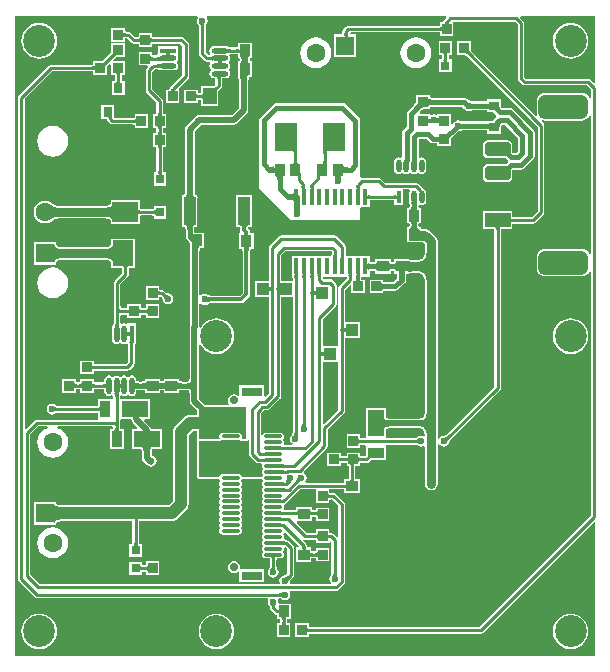
<source format=gtl>
G04*
G04 #@! TF.GenerationSoftware,Altium Limited,Altium Designer,19.0.10 (269)*
G04*
G04 Layer_Physical_Order=1*
G04 Layer_Color=255*
%FSLAX25Y25*%
%MOIN*%
G70*
G01*
G75*
%ADD10C,0.01968*%
%ADD11C,0.00984*%
%ADD14C,0.01575*%
%ADD15C,0.01000*%
%ADD19R,0.07087X0.03150*%
%ADD20O,0.06299X0.01181*%
%ADD21R,0.06299X0.01181*%
%ADD22R,0.03347X0.03347*%
%ADD23R,0.03543X0.03937*%
G04:AMPARAMS|DCode=24|XSize=78.74mil|YSize=165.35mil|CornerRadius=19.68mil|HoleSize=0mil|Usage=FLASHONLY|Rotation=90.000|XOffset=0mil|YOffset=0mil|HoleType=Round|Shape=RoundedRectangle|*
%AMROUNDEDRECTD24*
21,1,0.07874,0.12598,0,0,90.0*
21,1,0.03937,0.16535,0,0,90.0*
1,1,0.03937,0.06299,0.01968*
1,1,0.03937,0.06299,-0.01968*
1,1,0.03937,-0.06299,-0.01968*
1,1,0.03937,-0.06299,0.01968*
%
%ADD24ROUNDEDRECTD24*%
G04:AMPARAMS|DCode=25|XSize=47.24mil|YSize=86.61mil|CornerRadius=11.81mil|HoleSize=0mil|Usage=FLASHONLY|Rotation=90.000|XOffset=0mil|YOffset=0mil|HoleType=Round|Shape=RoundedRectangle|*
%AMROUNDEDRECTD25*
21,1,0.04724,0.06299,0,0,90.0*
21,1,0.02362,0.08661,0,0,90.0*
1,1,0.02362,0.03150,0.01181*
1,1,0.02362,0.03150,-0.01181*
1,1,0.02362,-0.03150,-0.01181*
1,1,0.02362,-0.03150,0.01181*
%
%ADD25ROUNDEDRECTD25*%
%ADD26R,0.08661X0.04724*%
%ADD27R,0.03543X0.03150*%
%ADD28R,0.03347X0.03347*%
%ADD29O,0.01772X0.04331*%
%ADD30R,0.01772X0.04331*%
%ADD31R,0.05512X0.08661*%
%ADD32R,0.05512X0.03543*%
%ADD33R,0.03937X0.03543*%
%ADD34R,0.07000X0.08500*%
%ADD35R,0.08500X0.07000*%
%ADD36R,0.04528X0.05512*%
%ADD37R,0.08661X0.05512*%
%ADD38R,0.03543X0.05512*%
%ADD39R,0.01772X0.05709*%
%ADD40O,0.05709X0.01772*%
%ADD41R,0.05709X0.01772*%
%ADD42O,0.01772X0.05709*%
%ADD43R,0.03150X0.03150*%
%ADD44R,0.12992X0.09449*%
%ADD45R,0.03937X0.09449*%
%ADD46R,0.07480X0.09449*%
%ADD47R,0.02756X0.03150*%
%ADD48R,0.03150X0.03150*%
%ADD49R,0.03150X0.03543*%
%ADD89R,0.03937X0.03937*%
%ADD90C,0.01772*%
%ADD91C,0.02953*%
%ADD92C,0.03937*%
%ADD93C,0.01378*%
%ADD94C,0.01500*%
%ADD95C,0.00866*%
%ADD96C,0.03150*%
%ADD97C,0.02756*%
%ADD98R,0.06299X0.06299*%
%ADD99C,0.06299*%
%ADD100R,0.06299X0.06299*%
%ADD101C,0.10630*%
%ADD102C,0.02362*%
G36*
X146163Y212857D02*
X146180Y212629D01*
X146195Y212536D01*
X146214Y212457D01*
X146237Y212393D01*
X146264Y212343D01*
X146295Y212308D01*
X146331Y212286D01*
X146370Y212279D01*
X144968D01*
X145008Y212286D01*
X145044Y212308D01*
X145075Y212343D01*
X145102Y212393D01*
X145125Y212457D01*
X145144Y212536D01*
X145158Y212629D01*
X145169Y212736D01*
X145177Y212992D01*
X146161D01*
X146163Y212857D01*
D02*
G37*
G36*
X64936Y212474D02*
X64880Y212400D01*
X64829Y212320D01*
X64786Y212235D01*
X64749Y212144D01*
X64719Y212047D01*
X64696Y211945D01*
X64679Y211837D01*
X64669Y211723D01*
X64665Y211603D01*
X63681D01*
X63678Y211723D01*
X63668Y211837D01*
X63651Y211945D01*
X63628Y212047D01*
X63597Y212144D01*
X63561Y212235D01*
X63517Y212320D01*
X63467Y212400D01*
X63410Y212474D01*
X63346Y212542D01*
X65000D01*
X64936Y212474D01*
D02*
G37*
G36*
X144020Y209646D02*
X144010Y209739D01*
X143980Y209823D01*
X143930Y209897D01*
X143861Y209961D01*
X143771Y210015D01*
X143661Y210059D01*
X143532Y210093D01*
X143383Y210118D01*
X143213Y210133D01*
X143024Y210138D01*
Y211122D01*
X143213Y211127D01*
X143383Y211142D01*
X143532Y211166D01*
X143661Y211201D01*
X143771Y211245D01*
X143861Y211299D01*
X143930Y211363D01*
X143980Y211437D01*
X144010Y211521D01*
X144020Y211614D01*
Y209646D01*
D02*
G37*
G36*
X112505Y209051D02*
X112520Y208881D01*
X112544Y208732D01*
X112579Y208602D01*
X112623Y208493D01*
X112677Y208403D01*
X112741Y208333D01*
X112815Y208284D01*
X112899Y208254D01*
X112992Y208244D01*
X111024D01*
X111117Y208254D01*
X111201Y208284D01*
X111275Y208333D01*
X111339Y208403D01*
X111393Y208493D01*
X111437Y208602D01*
X111471Y208732D01*
X111496Y208881D01*
X111511Y209051D01*
X111516Y209240D01*
X112500D01*
X112505Y209051D01*
D02*
G37*
G36*
X72491Y204205D02*
X72601Y204149D01*
X72719Y204099D01*
X72844Y204056D01*
X72977Y204020D01*
X73118Y203990D01*
X73265Y203967D01*
X73583Y203940D01*
X73754Y203937D01*
Y202953D01*
X73583Y202950D01*
X73265Y202923D01*
X73118Y202900D01*
X72977Y202870D01*
X72844Y202834D01*
X72719Y202791D01*
X72601Y202741D01*
X72491Y202685D01*
X72388Y202622D01*
Y204268D01*
X72491Y204205D01*
D02*
G37*
G36*
X76599Y202461D02*
X76589Y202554D01*
X76559Y202638D01*
X76509Y202712D01*
X76439Y202776D01*
X76350Y202830D01*
X76240Y202874D01*
X76111Y202908D01*
X75961Y202933D01*
X75792Y202948D01*
X75603Y202953D01*
Y203937D01*
X75792Y203942D01*
X75961Y203957D01*
X76111Y203981D01*
X76240Y204016D01*
X76350Y204060D01*
X76439Y204114D01*
X76509Y204178D01*
X76559Y204252D01*
X76589Y204336D01*
X76599Y204429D01*
Y202461D01*
D02*
G37*
G36*
X152964Y203798D02*
X152930Y203715D01*
X152927Y203616D01*
X152953Y203501D01*
X153009Y203370D01*
X153094Y203223D01*
X153210Y203059D01*
X153355Y202880D01*
X153735Y202473D01*
X152842Y201974D01*
X152648Y202161D01*
X152297Y202458D01*
X152139Y202567D01*
X151994Y202651D01*
X151861Y202709D01*
X151740Y202741D01*
X151631Y202747D01*
X151535Y202727D01*
X151450Y202681D01*
X153027Y203865D01*
X152964Y203798D01*
D02*
G37*
G36*
X35853Y201882D02*
X35776Y201938D01*
X35686Y201966D01*
X35581D01*
X35463Y201938D01*
X35331Y201882D01*
X35185Y201799D01*
X35025Y201687D01*
X34851Y201548D01*
X34461Y201186D01*
X33765Y201882D01*
X33960Y202084D01*
X34266Y202446D01*
X34377Y202606D01*
X34461Y202752D01*
X34517Y202884D01*
X34544Y203003D01*
Y203107D01*
X34517Y203198D01*
X34461Y203274D01*
X35853Y201882D01*
D02*
G37*
G36*
X62444Y214904D02*
X62712Y214404D01*
X62495Y214081D01*
X62357Y213386D01*
X62495Y212691D01*
X62846Y212166D01*
X62871Y212100D01*
X62914Y212054D01*
X62933Y212028D01*
X62952Y211999D01*
X62969Y211965D01*
X62985Y211925D01*
X63000Y211878D01*
X63013Y211822D01*
X63023Y211758D01*
X63029Y211685D01*
X63032Y211585D01*
X63060Y211523D01*
Y202362D01*
X63144Y201936D01*
X63386Y201575D01*
X64862Y200098D01*
X65223Y199857D01*
X65650Y199772D01*
X65650Y199772D01*
X66327D01*
X66391Y199744D01*
X66541Y199741D01*
X66702Y199728D01*
X66883Y199414D01*
X66907Y199306D01*
X66903Y199195D01*
X66711Y198907D01*
X66595Y198327D01*
X66711Y197747D01*
X67039Y197256D01*
Y196839D01*
X66711Y196347D01*
X66595Y195768D01*
X66711Y195188D01*
X67039Y194696D01*
X67531Y194368D01*
X68110Y194253D01*
X68515D01*
X68528Y194170D01*
X68539Y194045D01*
X68544Y193876D01*
X68572Y193813D01*
Y192193D01*
X68506Y192128D01*
X68444Y192105D01*
X68072Y191759D01*
X67933Y191648D01*
X67815Y191566D01*
X67778Y191545D01*
X67584D01*
X67494Y191582D01*
X67444Y191562D01*
X67392Y191574D01*
X67344Y191545D01*
X63770D01*
Y189361D01*
X63769Y189361D01*
X63675Y189346D01*
X63550Y189335D01*
X63381Y189330D01*
X63318Y189303D01*
X63158D01*
X63096Y189330D01*
X62929Y189335D01*
X62806Y189346D01*
X62715Y189361D01*
X62706Y189363D01*
Y190462D01*
X58160D01*
Y185916D01*
X62706D01*
Y187015D01*
X62715Y187017D01*
X62806Y187032D01*
X62929Y187043D01*
X63096Y187048D01*
X63158Y187075D01*
X63318D01*
X63381Y187048D01*
X63550Y187043D01*
X63675Y187032D01*
X63769Y187017D01*
X63770Y187017D01*
Y184833D01*
X69498D01*
Y189392D01*
X69527Y189440D01*
X69515Y189492D01*
X69535Y189541D01*
X69498Y189631D01*
Y189825D01*
X69519Y189862D01*
X69596Y189973D01*
X69869Y190295D01*
X70049Y190482D01*
X70074Y190547D01*
X70472Y190945D01*
X70714Y191306D01*
X70799Y191732D01*
Y193813D01*
X70826Y193876D01*
X70831Y194045D01*
X70842Y194170D01*
X70855Y194253D01*
X72047D01*
X72627Y194368D01*
X73119Y194696D01*
X73447Y195188D01*
X73562Y195768D01*
X73447Y196347D01*
X73119Y196839D01*
Y197256D01*
X73447Y197747D01*
X73562Y198327D01*
X73447Y198907D01*
X73204Y199270D01*
X73151Y199606D01*
X73204Y199942D01*
X73447Y200306D01*
X73562Y200886D01*
X73447Y201466D01*
X73254Y201754D01*
X73250Y201865D01*
X73274Y201973D01*
X73456Y202287D01*
X73617Y202301D01*
X73766Y202303D01*
X73830Y202331D01*
X75523D01*
X75586Y202304D01*
X75755Y202299D01*
X75880Y202288D01*
X75974Y202273D01*
X75975Y202273D01*
Y201728D01*
X75943Y201673D01*
X75955Y201629D01*
X75937Y201587D01*
X75975Y201496D01*
Y200975D01*
X76446D01*
X76501Y200943D01*
X76521Y200940D01*
X76524Y200936D01*
X76564Y200853D01*
X76610Y200711D01*
X76650Y200523D01*
X76665Y200372D01*
X76652Y200275D01*
X76610Y200077D01*
X76564Y199934D01*
X76524Y199851D01*
X76521Y199847D01*
X76501Y199844D01*
X76446Y199813D01*
X75975D01*
Y199291D01*
X75937Y199201D01*
X75955Y199159D01*
X75943Y199115D01*
X75975Y199060D01*
Y195477D01*
X75960Y195458D01*
X75972Y195369D01*
X75937Y195285D01*
X75975Y195196D01*
Y194676D01*
X76234D01*
X76236Y194669D01*
X76261Y194507D01*
X76315Y193669D01*
X76319Y193313D01*
X76337Y193269D01*
Y184134D01*
X74125Y181921D01*
X63229D01*
X62611Y181798D01*
X62087Y181448D01*
X58897Y178258D01*
X58547Y177734D01*
X58424Y177116D01*
Y156614D01*
X58406Y156573D01*
X58397Y156219D01*
X58371Y155929D01*
X58332Y155689D01*
X58282Y155503D01*
X58229Y155371D01*
X58183Y155294D01*
X58152Y155261D01*
X58137Y155251D01*
X58122Y155245D01*
X58014Y155234D01*
X57952Y155200D01*
X57471D01*
Y154678D01*
X57433Y154588D01*
X57447Y154554D01*
X57437Y154519D01*
X57471Y154457D01*
Y144551D01*
X58431D01*
X58471Y144529D01*
X58507Y144526D01*
X58520Y144505D01*
X58552Y144424D01*
X58586Y144297D01*
X58615Y144126D01*
X58633Y143914D01*
X58640Y143646D01*
X58663Y143595D01*
Y141535D01*
X58768Y141009D01*
X59002Y140658D01*
X59045Y140550D01*
X59662Y139921D01*
X59901Y139658D01*
X59925Y139539D01*
X60011Y139411D01*
Y138245D01*
X59992Y138201D01*
Y136232D01*
X60011Y136188D01*
Y111430D01*
X59983Y111291D01*
Y94570D01*
X59973Y94553D01*
X59982Y94514D01*
X59965Y94477D01*
X59952Y94133D01*
X59916Y93866D01*
X59861Y93651D01*
X59794Y93488D01*
X59721Y93371D01*
X59645Y93289D01*
X59558Y93228D01*
X59449Y93180D01*
X59303Y93146D01*
X59069Y93130D01*
X59026Y93109D01*
X57462D01*
X57411Y93132D01*
X57143Y93138D01*
X56931Y93157D01*
X56760Y93185D01*
X56633Y93219D01*
X56552Y93252D01*
X56531Y93265D01*
X56527Y93301D01*
X56506Y93341D01*
Y94104D01*
X51368D01*
Y93341D01*
X51347Y93301D01*
X51343Y93265D01*
X51322Y93252D01*
X51241Y93219D01*
X51115Y93185D01*
X50943Y93157D01*
X50787Y93143D01*
X50631Y93157D01*
X50460Y93185D01*
X50333Y93219D01*
X50253Y93252D01*
X50232Y93265D01*
X50228Y93301D01*
X50206Y93341D01*
Y94104D01*
X45069D01*
Y93341D01*
X45048Y93301D01*
X45044Y93265D01*
X45023Y93252D01*
X44942Y93219D01*
X44815Y93185D01*
X44644Y93157D01*
X44432Y93138D01*
X44164Y93132D01*
X44113Y93109D01*
X43207D01*
X43156Y93132D01*
X42889Y93138D01*
X42676Y93157D01*
X42505Y93185D01*
X42378Y93219D01*
X42297Y93252D01*
X42277Y93265D01*
X42273Y93301D01*
X42263Y93319D01*
Y93701D01*
X42148Y94281D01*
X41819Y94772D01*
X41328Y95100D01*
X40748Y95216D01*
X40168Y95100D01*
X39677Y94772D01*
X39260D01*
X38769Y95100D01*
X38189Y95216D01*
X37609Y95100D01*
X37118Y94772D01*
X36701D01*
X36210Y95100D01*
X35630Y95216D01*
X35050Y95100D01*
X34559Y94772D01*
X34142D01*
X33651Y95100D01*
X33071Y95216D01*
X32491Y95100D01*
X32000Y94772D01*
X31671Y94281D01*
X31556Y93701D01*
Y92912D01*
X31463Y92897D01*
X31335Y92886D01*
X31163Y92882D01*
X31101Y92854D01*
X28425D01*
X28363Y92882D01*
X28191Y92886D01*
X28063Y92897D01*
X27967Y92913D01*
X27958Y92915D01*
Y94006D01*
X23412D01*
Y92915D01*
X23403Y92913D01*
X23307Y92897D01*
X23179Y92886D01*
X23007Y92882D01*
X22945Y92854D01*
X22622D01*
X22560Y92882D01*
X22388Y92886D01*
X22260Y92897D01*
X22164Y92913D01*
X22155Y92915D01*
Y94006D01*
X17609D01*
Y89459D01*
X22155D01*
Y90549D01*
X22164Y90552D01*
X22260Y90567D01*
X22388Y90579D01*
X22560Y90583D01*
X22622Y90611D01*
X22945D01*
X23007Y90583D01*
X23179Y90579D01*
X23307Y90567D01*
X23403Y90552D01*
X23412Y90549D01*
Y89459D01*
X27958D01*
Y90549D01*
X27967Y90552D01*
X28063Y90567D01*
X28191Y90579D01*
X28363Y90583D01*
X28425Y90611D01*
X31101D01*
X31163Y90583D01*
X31335Y90579D01*
X31463Y90567D01*
X31556Y90552D01*
Y89764D01*
X31671Y89184D01*
X32000Y88693D01*
X32491Y88364D01*
X33071Y88249D01*
X33651Y88364D01*
X33939Y88557D01*
X34050Y88561D01*
X34158Y88537D01*
X34472Y88355D01*
X34486Y88195D01*
X34488Y88045D01*
X34516Y87981D01*
Y87634D01*
X34261Y87240D01*
X34016Y87240D01*
X29518D01*
Y85031D01*
X29517Y85030D01*
X29423Y85015D01*
X29298Y85004D01*
X29129Y85000D01*
X29066Y84972D01*
X16036D01*
X15974Y85000D01*
X15874Y85002D01*
X15801Y85009D01*
X15737Y85019D01*
X15681Y85031D01*
X15634Y85046D01*
X15594Y85062D01*
X15560Y85080D01*
X15531Y85098D01*
X15505Y85118D01*
X15459Y85161D01*
X15393Y85185D01*
X14868Y85536D01*
X14173Y85674D01*
X13478Y85536D01*
X12889Y85142D01*
X12495Y84553D01*
X12357Y83858D01*
X12495Y83163D01*
X12889Y82574D01*
X13478Y82181D01*
X14173Y82042D01*
X14868Y82181D01*
X15393Y82531D01*
X15459Y82556D01*
X15505Y82599D01*
X15531Y82618D01*
X15560Y82637D01*
X15594Y82654D01*
X15634Y82670D01*
X15681Y82685D01*
X15737Y82698D01*
X15801Y82708D01*
X15874Y82714D01*
X15974Y82717D01*
X16036Y82745D01*
X29043D01*
X29096Y82732D01*
X29129Y82717D01*
X29159Y82716D01*
X29518Y82628D01*
X29518Y80528D01*
X29050Y80452D01*
X8996D01*
X8566Y80367D01*
X8202Y80124D01*
X8202Y80124D01*
X5513Y77434D01*
X5051Y77625D01*
Y81890D01*
X5051Y187334D01*
X14241Y196524D01*
X27295D01*
X27357Y196496D01*
X27527Y196492D01*
X27652Y196481D01*
X27746Y196466D01*
X27746Y196466D01*
Y195365D01*
X32293D01*
Y197496D01*
X32295Y197499D01*
X32293Y197532D01*
Y197567D01*
X32324Y197619D01*
X32293Y197740D01*
Y197899D01*
X32297Y197910D01*
X32351Y198011D01*
X32435Y198138D01*
X32954Y198755D01*
X33190Y198997D01*
X33349Y199035D01*
X33849Y198721D01*
Y195365D01*
X35048D01*
X35048Y195364D01*
X35064Y195270D01*
X35075Y195145D01*
X35079Y194975D01*
X35107Y194913D01*
Y193768D01*
X35079Y193706D01*
X35075Y193536D01*
X35064Y193411D01*
X35048Y193317D01*
X35048Y193316D01*
X34046D01*
Y188573D01*
X38395D01*
Y193316D01*
X37393D01*
X37393Y193317D01*
X37377Y193411D01*
X37366Y193536D01*
X37362Y193706D01*
X37334Y193768D01*
Y194913D01*
X37362Y194975D01*
X37366Y195145D01*
X37377Y195270D01*
X37393Y195364D01*
X37393Y195365D01*
X38395D01*
Y199911D01*
X34751D01*
X34565Y200348D01*
X34859Y200694D01*
X34903Y200710D01*
X35275Y201056D01*
X35413Y201167D01*
X35532Y201249D01*
X35569Y201270D01*
X35762D01*
X35853Y201233D01*
X35902Y201253D01*
X35954Y201241D01*
X36002Y201270D01*
X38395D01*
Y205817D01*
X33849D01*
Y203424D01*
X33819Y203375D01*
X33832Y203323D01*
X33811Y203274D01*
X33849Y203184D01*
Y202990D01*
X33828Y202953D01*
X33750Y202842D01*
X33478Y202520D01*
X33298Y202333D01*
X33272Y202268D01*
X31497Y200494D01*
X31435Y200470D01*
X31047Y200109D01*
X30903Y199993D01*
X30786Y199911D01*
X30629D01*
X30577Y199942D01*
X30523Y199928D01*
X30470Y199948D01*
X30386Y199911D01*
X27746D01*
Y198810D01*
X27746Y198810D01*
X27652Y198794D01*
X27527Y198784D01*
X27357Y198779D01*
X27295Y198751D01*
X13780D01*
X13780Y198751D01*
X13353Y198667D01*
X12992Y198425D01*
X12992Y198425D01*
X3150Y188583D01*
X2908Y188221D01*
X2823Y187795D01*
X2823Y81890D01*
Y27293D01*
X2908Y26867D01*
X3150Y26506D01*
X8396Y21260D01*
X8396Y21260D01*
X8757Y21018D01*
X9183Y20934D01*
X9183Y20934D01*
X85957D01*
X86193Y20493D01*
X86117Y20380D01*
X85979Y19685D01*
X86117Y18990D01*
X86468Y18465D01*
X86493Y18399D01*
X86536Y18353D01*
X86555Y18327D01*
X86574Y18298D01*
X86591Y18264D01*
X86607Y18224D01*
X86622Y18177D01*
X86635Y18122D01*
X86645Y18057D01*
X86651Y17985D01*
X86654Y17885D01*
X86682Y17822D01*
Y17717D01*
X86766Y17290D01*
X87008Y16929D01*
X88189Y15748D01*
X88550Y15507D01*
X88836Y15450D01*
X88963Y15394D01*
X88967Y15394D01*
Y13967D01*
X90166D01*
X90166Y13966D01*
X90182Y13872D01*
X90193Y13747D01*
X90197Y13578D01*
X90225Y13515D01*
Y12961D01*
X90197Y12899D01*
X90193Y12729D01*
X90182Y12604D01*
X90166Y12510D01*
X90166Y12509D01*
X89065D01*
Y7963D01*
X93612D01*
Y12509D01*
X92511D01*
X92511Y12510D01*
X92495Y12604D01*
X92484Y12729D01*
X92480Y12899D01*
X92452Y12961D01*
Y13515D01*
X92480Y13578D01*
X92484Y13747D01*
X92495Y13872D01*
X92511Y13966D01*
X92511Y13967D01*
X93710D01*
Y19104D01*
X89890D01*
X89573Y19490D01*
X89611Y19685D01*
X89473Y20380D01*
X89398Y20493D01*
X89633Y20934D01*
X89869D01*
X89931Y20906D01*
X90031Y20903D01*
X90104Y20897D01*
X90168Y20887D01*
X90224Y20874D01*
X90271Y20859D01*
X90311Y20843D01*
X90345Y20826D01*
X90375Y20807D01*
X90400Y20787D01*
X90447Y20745D01*
X90512Y20720D01*
X91037Y20369D01*
X91732Y20231D01*
X92427Y20369D01*
X93016Y20763D01*
X93410Y21352D01*
X93548Y22047D01*
X93410Y22742D01*
X93325Y22869D01*
X93592Y23369D01*
X108819D01*
X108819Y23369D01*
X109248Y23454D01*
X109612Y23697D01*
X111440Y25526D01*
X111683Y25890D01*
X111769Y26319D01*
X111769Y26319D01*
Y52153D01*
X111769Y52153D01*
X111683Y52582D01*
X111440Y52946D01*
X111440Y52946D01*
X108672Y55714D01*
X108308Y55957D01*
X107879Y56043D01*
X107879Y56043D01*
X107079D01*
X107067Y56045D01*
X107009Y56071D01*
X106896Y56073D01*
X106604Y56122D01*
Y57195D01*
X107096Y57214D01*
X111269D01*
X111334Y57185D01*
X111481Y57182D01*
X111586Y57173D01*
X111605Y57169D01*
Y55896D01*
X116742D01*
Y60639D01*
X115272D01*
X115269Y60658D01*
X115259Y60763D01*
X115255Y60910D01*
X115226Y60975D01*
Y64554D01*
X115255Y64619D01*
X115259Y64764D01*
X115268Y64866D01*
X115272Y64891D01*
X116840D01*
Y65969D01*
X116841Y65970D01*
X116935Y65985D01*
X117060Y65996D01*
X117229Y66000D01*
X117292Y66028D01*
X118913D01*
X119340Y66113D01*
X119680Y66341D01*
X119758Y66372D01*
X120130Y66736D01*
X120331Y66920D01*
X125403D01*
Y71663D01*
X125403D01*
X125519Y72115D01*
X135145D01*
X135207Y72087D01*
X135307Y72084D01*
X135380Y72078D01*
X135444Y72068D01*
X135500Y72055D01*
X135547Y72040D01*
X135587Y72024D01*
X135621Y72007D01*
X135650Y71988D01*
X135676Y71969D01*
X135722Y71926D01*
X135788Y71901D01*
X136313Y71551D01*
X137008Y71412D01*
X137703Y71551D01*
X137834Y71638D01*
X138334Y71371D01*
Y59090D01*
X138503Y58241D01*
X138983Y57522D01*
X139703Y57041D01*
X140551Y56872D01*
X141400Y57041D01*
X142119Y57522D01*
X142600Y58241D01*
X142769Y59090D01*
Y72354D01*
X142774Y72356D01*
X143269Y72437D01*
X143598Y71944D01*
X144187Y71551D01*
X144882Y71412D01*
X145577Y71551D01*
X146166Y71944D01*
X146560Y72533D01*
X146683Y73153D01*
X146712Y73216D01*
X146714Y73279D01*
X146719Y73312D01*
X146726Y73345D01*
X146738Y73382D01*
X146755Y73421D01*
X146778Y73465D01*
X146808Y73513D01*
X146846Y73566D01*
X146893Y73622D01*
X146962Y73694D01*
X146986Y73758D01*
X163421Y90193D01*
X163663Y90554D01*
X163747Y90980D01*
Y143474D01*
X163775Y143537D01*
X163779Y143706D01*
X163790Y143831D01*
X163806Y143925D01*
X163806Y143926D01*
X167564D01*
Y145714D01*
X167573Y145716D01*
X167664Y145732D01*
X167787Y145742D01*
X167954Y145747D01*
X168016Y145775D01*
X174447D01*
X174873Y145859D01*
X175235Y146101D01*
X177953Y148819D01*
X177953Y148819D01*
X178194Y149180D01*
X178279Y149606D01*
Y178347D01*
X178194Y178773D01*
X177953Y179134D01*
X177261Y179825D01*
X177545Y180249D01*
X177632Y180213D01*
X178303Y180124D01*
X190901D01*
X191572Y180213D01*
X192197Y180471D01*
X192733Y180883D01*
X193145Y181420D01*
X193268Y181718D01*
X193768Y181618D01*
Y135780D01*
X193268Y135681D01*
X193145Y135979D01*
X192733Y136515D01*
X192197Y136927D01*
X191572Y137186D01*
X190901Y137274D01*
X178303D01*
X177632Y137186D01*
X177008Y136927D01*
X176471Y136515D01*
X176059Y135979D01*
X175801Y135354D01*
X175712Y134684D01*
Y130746D01*
X175801Y130076D01*
X176059Y129451D01*
X176471Y128915D01*
X177008Y128503D01*
X177632Y128244D01*
X178303Y128156D01*
X190901D01*
X191572Y128244D01*
X192197Y128503D01*
X192733Y128915D01*
X193145Y129451D01*
X193268Y129749D01*
X193768Y129649D01*
Y48493D01*
X156625Y11350D01*
X100166D01*
X100103Y11378D01*
X99934Y11382D01*
X99809Y11393D01*
X99715Y11408D01*
X99714Y11408D01*
Y12509D01*
X95168D01*
Y7963D01*
X99714D01*
Y9064D01*
X99715Y9064D01*
X99809Y9080D01*
X99934Y9091D01*
X100103Y9095D01*
X100166Y9123D01*
X157087D01*
X157513Y9207D01*
X157874Y9449D01*
X194757Y46332D01*
X195219Y46141D01*
Y1631D01*
X1631Y1631D01*
Y214904D01*
X62444Y214904D01*
D02*
G37*
G36*
X67769Y200063D02*
X67666Y200126D01*
X67556Y200182D01*
X67438Y200232D01*
X67313Y200274D01*
X67180Y200311D01*
X67040Y200341D01*
X66892Y200364D01*
X66574Y200390D01*
X66404Y200394D01*
Y201378D01*
X66574Y201381D01*
X66892Y201408D01*
X67040Y201431D01*
X67180Y201461D01*
X67313Y201497D01*
X67438Y201540D01*
X67556Y201590D01*
X67666Y201646D01*
X67769Y201709D01*
Y200063D01*
D02*
G37*
G36*
X79959Y201567D02*
X79827Y201508D01*
X79711Y201410D01*
X79610Y201272D01*
X79525Y201095D01*
X79455Y200878D01*
X79400Y200622D01*
X79375Y200426D01*
X79400Y200165D01*
X79455Y199909D01*
X79525Y199693D01*
X79610Y199516D01*
X79711Y199378D01*
X79827Y199279D01*
X79959Y199220D01*
X80106Y199201D01*
X76587D01*
X76734Y199220D01*
X76866Y199279D01*
X76982Y199378D01*
X77083Y199516D01*
X77168Y199693D01*
X77238Y199909D01*
X77292Y200165D01*
X77318Y200361D01*
X77292Y200622D01*
X77238Y200878D01*
X77168Y201095D01*
X77083Y201272D01*
X76982Y201410D01*
X76866Y201508D01*
X76734Y201567D01*
X76587Y201587D01*
X80106D01*
X79959Y201567D01*
D02*
G37*
G36*
X32725Y199450D02*
X32473Y199191D01*
X31913Y198527D01*
X31793Y198344D01*
X31705Y198179D01*
X31649Y198034D01*
X31627Y197907D01*
X31638Y197799D01*
X31681Y197710D01*
X30486Y199299D01*
X30553Y199234D01*
X30637Y199200D01*
X30737Y199195D01*
X30852Y199220D01*
X30983Y199274D01*
X31130Y199359D01*
X31293Y199473D01*
X31472Y199617D01*
X31878Y199995D01*
X32725Y199450D01*
D02*
G37*
G36*
X70576Y200013D02*
X70576Y200007D01*
X71063D01*
X70969Y199997D01*
X70886Y199967D01*
X70812Y199917D01*
X70748Y199847D01*
X70694Y199758D01*
X70650Y199648D01*
X70639Y199606D01*
X70650Y199564D01*
X70694Y199455D01*
X70748Y199365D01*
X70812Y199295D01*
X70886Y199246D01*
X70969Y199216D01*
X71063Y199206D01*
X70576D01*
X70576Y199200D01*
X70571Y199011D01*
X69587D01*
X69582Y199200D01*
X69581Y199206D01*
X69095D01*
X69188Y199216D01*
X69272Y199246D01*
X69345Y199295D01*
X69409Y199365D01*
X69464Y199455D01*
X69508Y199564D01*
X69519Y199606D01*
X69508Y199648D01*
X69464Y199758D01*
X69409Y199847D01*
X69345Y199917D01*
X69272Y199967D01*
X69188Y199997D01*
X69095Y200007D01*
X69581D01*
X69582Y200013D01*
X69587Y200202D01*
X70571D01*
X70576Y200013D01*
D02*
G37*
G36*
X28370Y196653D02*
X28361Y196747D01*
X28331Y196831D01*
X28281Y196905D01*
X28211Y196968D01*
X28121Y197023D01*
X28012Y197067D01*
X27882Y197101D01*
X27733Y197126D01*
X27564Y197141D01*
X27374Y197146D01*
Y198130D01*
X27564Y198135D01*
X27733Y198150D01*
X27882Y198174D01*
X28012Y198209D01*
X28121Y198253D01*
X28211Y198307D01*
X28281Y198371D01*
X28331Y198445D01*
X28361Y198529D01*
X28370Y198622D01*
Y196653D01*
D02*
G37*
G36*
X37111Y195979D02*
X37028Y195949D01*
X36954Y195899D01*
X36890Y195829D01*
X36836Y195739D01*
X36791Y195630D01*
X36757Y195500D01*
X36732Y195351D01*
X36718Y195182D01*
X36713Y194992D01*
X35728D01*
X35723Y195182D01*
X35709Y195351D01*
X35684Y195500D01*
X35650Y195630D01*
X35605Y195739D01*
X35551Y195829D01*
X35487Y195899D01*
X35413Y195949D01*
X35330Y195979D01*
X35236Y195989D01*
X37205D01*
X37111Y195979D01*
D02*
G37*
G36*
X70576Y194879D02*
X70492Y194849D01*
X70418Y194799D01*
X70354Y194729D01*
X70300Y194640D01*
X70256Y194530D01*
X70222Y194401D01*
X70197Y194251D01*
X70182Y194082D01*
X70177Y193893D01*
X69193D01*
X69188Y194082D01*
X69173Y194251D01*
X69149Y194401D01*
X69114Y194530D01*
X69070Y194640D01*
X69016Y194729D01*
X68952Y194799D01*
X68878Y194849D01*
X68794Y194879D01*
X68701Y194889D01*
X70669D01*
X70576Y194879D01*
D02*
G37*
G36*
X79734Y195279D02*
X79567Y195219D01*
X79419Y195120D01*
X79291Y194981D01*
X79183Y194803D01*
X79094Y194585D01*
X79026Y194328D01*
X78976Y194031D01*
X78947Y193695D01*
X78937Y193319D01*
X76968D01*
X76965Y193693D01*
X76907Y194579D01*
X76873Y194796D01*
X76831Y194973D01*
X76781Y195110D01*
X76724Y195209D01*
X76659Y195268D01*
X76587Y195288D01*
X79921Y195300D01*
X79734Y195279D01*
D02*
G37*
G36*
X36718Y193500D02*
X36732Y193330D01*
X36757Y193181D01*
X36791Y193051D01*
X36836Y192942D01*
X36890Y192852D01*
X36954Y192782D01*
X37028Y192732D01*
X37111Y192702D01*
X37205Y192692D01*
X35236D01*
X35330Y192702D01*
X35413Y192732D01*
X35487Y192782D01*
X35551Y192852D01*
X35605Y192942D01*
X35650Y193051D01*
X35684Y193181D01*
X35709Y193330D01*
X35723Y193500D01*
X35728Y193689D01*
X36713D01*
X36718Y193500D01*
D02*
G37*
G36*
X195219Y214904D02*
Y192836D01*
X194757Y192644D01*
X193701Y193701D01*
X193340Y193942D01*
X192913Y194027D01*
X172115D01*
X171586Y194556D01*
Y212598D01*
X171501Y213025D01*
X171260Y213386D01*
X170203Y214442D01*
X170395Y214904D01*
X195219D01*
D02*
G37*
G36*
X69582Y190933D02*
X69387Y190731D01*
X69081Y190369D01*
X68969Y190209D01*
X68886Y190063D01*
X68830Y189931D01*
X68802Y189812D01*
Y189708D01*
X68830Y189618D01*
X68886Y189541D01*
X67494Y190933D01*
X67570Y190877D01*
X67661Y190849D01*
X67765D01*
X67883Y190877D01*
X68016Y190933D01*
X68162Y191016D01*
X68322Y191128D01*
X68496Y191267D01*
X68886Y191629D01*
X69582Y190933D01*
D02*
G37*
G36*
X145353Y214904D02*
X145545Y214442D01*
X144882Y213779D01*
X144641Y213418D01*
X144585Y213139D01*
X144528Y213013D01*
X144525Y212903D01*
X143396D01*
Y211802D01*
X143395Y211802D01*
X143301Y211787D01*
X143176Y211776D01*
X143007Y211771D01*
X142944Y211743D01*
X112795D01*
X112369Y211659D01*
X112008Y211417D01*
X111221Y210630D01*
X110979Y210269D01*
X110894Y209842D01*
Y209319D01*
X110866Y209257D01*
X110862Y209087D01*
X110851Y208962D01*
X110836Y208868D01*
X110836Y208868D01*
X108061D01*
Y201368D01*
X115561D01*
Y208868D01*
X113628D01*
X113558Y209026D01*
X113887Y209516D01*
X142944D01*
X143007Y209489D01*
X143176Y209484D01*
X143301Y209473D01*
X143395Y209458D01*
X143396Y209458D01*
Y208357D01*
X147942D01*
Y212903D01*
X148378Y213060D01*
X168436D01*
X169359Y212137D01*
Y194095D01*
X169444Y193668D01*
X169685Y193307D01*
X170866Y192126D01*
X171227Y191885D01*
X171653Y191800D01*
X171654Y191800D01*
X192452D01*
X193768Y190484D01*
Y187749D01*
X193268Y187650D01*
X193145Y187947D01*
X192733Y188484D01*
X192197Y188896D01*
X191572Y189154D01*
X190901Y189243D01*
X178303D01*
X177632Y189154D01*
X177008Y188896D01*
X176471Y188484D01*
X176059Y187947D01*
X175801Y187322D01*
X175712Y186652D01*
Y182715D01*
X175801Y182044D01*
X175837Y181957D01*
X175413Y181674D01*
X154303Y202784D01*
X154302Y202789D01*
X154278Y202808D01*
X154233Y202853D01*
X154210Y202916D01*
X153846Y203306D01*
X153728Y203452D01*
X153651Y203560D01*
Y203741D01*
X153670Y203773D01*
X153656Y203828D01*
X153676Y203882D01*
X153651Y203938D01*
Y206604D01*
X149105D01*
Y202058D01*
X151327D01*
X151359Y202039D01*
X151433Y202058D01*
X151723D01*
X151791Y202018D01*
X151901Y201942D01*
X152213Y201678D01*
X152391Y201506D01*
X152456Y201481D01*
X176052Y177885D01*
Y150067D01*
X173986Y148002D01*
X168016D01*
X167954Y148029D01*
X167787Y148034D01*
X167664Y148045D01*
X167573Y148060D01*
X167564Y148062D01*
Y149850D01*
X157703D01*
Y143926D01*
X161461D01*
X161462Y143925D01*
X161477Y143831D01*
X161488Y143706D01*
X161492Y143537D01*
X161520Y143474D01*
Y91441D01*
X145412Y75333D01*
X145348Y75309D01*
X145275Y75240D01*
X145219Y75193D01*
X145167Y75155D01*
X145119Y75124D01*
X145075Y75101D01*
X145035Y75084D01*
X144999Y75073D01*
X144965Y75065D01*
X144933Y75061D01*
X144870Y75058D01*
X144806Y75029D01*
X144187Y74906D01*
X143598Y74512D01*
X143269Y74020D01*
X142774Y74101D01*
X142769Y74103D01*
Y79045D01*
X142770Y79047D01*
X142769Y79051D01*
Y79217D01*
X142770Y79221D01*
X142769Y79223D01*
Y131496D01*
Y139887D01*
X142600Y140736D01*
X142119Y141455D01*
X142119Y141455D01*
X140274Y143300D01*
X139555Y143781D01*
X138767Y143938D01*
X138725Y143956D01*
X137971Y143979D01*
X137685Y144004D01*
X137446Y144039D01*
X137264Y144078D01*
X137168Y144110D01*
Y144694D01*
X136479D01*
X136439Y144716D01*
X136385Y144722D01*
X136363Y144760D01*
X136326Y144849D01*
X136314Y144894D01*
X136278Y145440D01*
X136601Y145857D01*
X137168D01*
Y150994D01*
X136453D01*
X136413Y151015D01*
X136359Y151021D01*
X136337Y151059D01*
X136300Y151148D01*
X136264Y151284D01*
X136234Y151467D01*
X136215Y151686D01*
X136226Y151699D01*
X136620Y151945D01*
X136709Y151956D01*
X136723Y151947D01*
X137303Y151831D01*
X137883Y151947D01*
X138374Y152275D01*
X138703Y152767D01*
X138818Y153347D01*
Y155905D01*
X138703Y156485D01*
X138374Y156977D01*
X137890Y157300D01*
X137697Y157590D01*
X137697Y157590D01*
X136177Y159110D01*
X135816Y159351D01*
X135389Y159436D01*
X125111D01*
X123917Y160630D01*
X123556Y160871D01*
X123130Y160956D01*
X117323D01*
X117319Y160955D01*
X116932Y161272D01*
X116929Y180536D01*
X111639Y185827D01*
X88395D01*
X83071Y180502D01*
X83071Y157480D01*
X93657Y146894D01*
X116935Y146932D01*
X116934Y150917D01*
X117288Y151270D01*
X120088D01*
Y153454D01*
X120089Y153454D01*
X120183Y153469D01*
X120308Y153480D01*
X120477Y153485D01*
X120540Y153513D01*
X127689D01*
X127751Y153485D01*
X127920Y153480D01*
X128045Y153469D01*
X128139Y153454D01*
X128140Y153454D01*
Y151861D01*
X131112D01*
Y157209D01*
X133227D01*
X133494Y156709D01*
X133344Y156485D01*
X133229Y155905D01*
Y153347D01*
X133289Y153047D01*
X133272Y153006D01*
X133276Y152994D01*
X133272Y152981D01*
X133322Y151640D01*
X133306Y151467D01*
X133276Y151284D01*
X133240Y151148D01*
X133204Y151059D01*
X133181Y151021D01*
X133127Y151015D01*
X133087Y150994D01*
X132424D01*
Y145857D01*
X133113D01*
X133153Y145835D01*
X133207Y145829D01*
X133230Y145792D01*
X133266Y145703D01*
X133302Y145566D01*
X133332Y145384D01*
X133333Y145381D01*
X133323Y145113D01*
X133302Y144985D01*
X133266Y144849D01*
X133230Y144760D01*
X133207Y144722D01*
X133153Y144716D01*
X133113Y144694D01*
X132424D01*
Y139558D01*
X134779D01*
X134993Y139515D01*
X134993Y139515D01*
X137480D01*
X137789Y139513D01*
X138334Y138969D01*
Y136267D01*
X138328Y136255D01*
X138298Y135696D01*
X138219Y135247D01*
X138094Y134873D01*
X137930Y134568D01*
X137727Y134320D01*
X137480Y134117D01*
X137174Y133953D01*
X136801Y133828D01*
X136351Y133749D01*
X135811Y133720D01*
X134227Y133737D01*
X133277Y133782D01*
Y133868D01*
X132776D01*
X132700Y133904D01*
X132683Y133898D01*
X132665Y133905D01*
X132575Y133868D01*
X128140D01*
Y133179D01*
X128118Y133139D01*
X128113Y133085D01*
X128075Y133063D01*
X127986Y133026D01*
X127941Y133014D01*
X127395Y132978D01*
X126978Y133301D01*
Y133868D01*
X121841D01*
Y133179D01*
X121819Y133139D01*
X121813Y133085D01*
X121776Y133063D01*
X121687Y133026D01*
X121550Y132990D01*
X121368Y132960D01*
X121143Y132940D01*
X120965Y132935D01*
X120786Y132940D01*
X120561Y132960D01*
X120379Y132990D01*
X120242Y133026D01*
X120153Y133063D01*
X120116Y133085D01*
X120110Y133139D01*
X120088Y133179D01*
Y134950D01*
X112024D01*
X112020Y134969D01*
X112011Y135074D01*
X112007Y135221D01*
X111978Y135286D01*
Y138091D01*
X111898Y138494D01*
X111670Y138835D01*
X108997Y141509D01*
X108655Y141737D01*
X108252Y141817D01*
X90598D01*
X90195Y141737D01*
X89853Y141509D01*
X86838Y138493D01*
X86610Y138151D01*
X86529Y137748D01*
Y126584D01*
X81809D01*
Y121447D01*
X86529D01*
Y89200D01*
X85352Y88023D01*
X84852Y88230D01*
Y91939D01*
X76565D01*
Y88565D01*
X76065Y88346D01*
X75575Y88674D01*
X74803Y88828D01*
X74031Y88674D01*
X73377Y88237D01*
X72940Y87583D01*
X72786Y86811D01*
X72940Y86039D01*
X73103Y85795D01*
X72836Y85295D01*
X65276Y85295D01*
X63214Y87358D01*
Y91613D01*
X63224Y91630D01*
X63214Y91673D01*
Y91792D01*
X63224Y91835D01*
X63214Y91852D01*
Y105293D01*
X63714Y105418D01*
X63956Y104966D01*
X64695Y104065D01*
X65596Y103326D01*
X66623Y102777D01*
X67738Y102438D01*
X68898Y102324D01*
X70057Y102438D01*
X71172Y102777D01*
X72200Y103326D01*
X73100Y104065D01*
X73839Y104966D01*
X74389Y105993D01*
X74727Y107108D01*
X74841Y108268D01*
X74727Y109427D01*
X74389Y110542D01*
X73839Y111570D01*
X73100Y112470D01*
X72200Y113210D01*
X71172Y113759D01*
X70057Y114097D01*
X68898Y114211D01*
X67738Y114097D01*
X66623Y113759D01*
X65596Y113210D01*
X64695Y112470D01*
X63956Y111570D01*
X63714Y111117D01*
X63683Y111121D01*
X63236Y111291D01*
X63241Y111319D01*
Y118940D01*
X63472Y119071D01*
X63741Y119145D01*
X64266Y118795D01*
X64961Y118656D01*
X65656Y118795D01*
X66095Y119088D01*
X66110Y119088D01*
X66136Y119097D01*
X66143Y119100D01*
X66144Y119100D01*
X66144Y119100D01*
X66149Y119101D01*
X66167Y119105D01*
X66525Y119133D01*
X66635Y119134D01*
X66692Y119158D01*
X77165D01*
X77668Y119258D01*
X78095Y119543D01*
X79866Y121315D01*
X80151Y121741D01*
X80251Y122244D01*
Y136602D01*
X80275Y136655D01*
X80282Y136900D01*
X80298Y137091D01*
X80324Y137244D01*
X80353Y137355D01*
X80378Y137416D01*
X80383Y137417D01*
X80424Y137438D01*
X81309D01*
Y142575D01*
X80093D01*
X80081Y142757D01*
X80079Y142923D01*
X80030Y143035D01*
X79954Y143416D01*
X79669Y143843D01*
X79495Y144018D01*
X79511Y144204D01*
X79536Y144357D01*
X79566Y144468D01*
X79590Y144529D01*
X79596Y144529D01*
X79636Y144551D01*
X80718D01*
Y155200D01*
X75581D01*
Y144551D01*
X76663D01*
X76703Y144529D01*
X76709Y144529D01*
X76733Y144468D01*
X76763Y144357D01*
X76788Y144204D01*
X76805Y144012D01*
X76811Y143768D01*
X76835Y143714D01*
Y143504D01*
X76921Y143075D01*
X76708Y142575D01*
X76565D01*
Y137748D01*
Y137438D01*
X77450D01*
X77491Y137417D01*
X77496Y137416D01*
X77521Y137355D01*
X77550Y137244D01*
X77576Y137091D01*
X77592Y136900D01*
X77599Y136655D01*
X77623Y136602D01*
Y122788D01*
X76621Y121787D01*
X66697D01*
X66643Y121811D01*
X66408Y121816D01*
X66237Y121829D01*
X66186Y121836D01*
X66149Y121844D01*
X66144Y121845D01*
X66144Y121845D01*
X66143Y121845D01*
X66136Y121847D01*
X66110Y121857D01*
X66095Y121857D01*
X65656Y122150D01*
X64961Y122288D01*
X64266Y122150D01*
X63741Y121800D01*
X63472Y121874D01*
X63241Y122005D01*
Y136175D01*
X63260Y136215D01*
X63269Y136571D01*
X63294Y136863D01*
X63334Y137103D01*
X63385Y137291D01*
X63438Y137423D01*
X63486Y137502D01*
X63519Y137537D01*
X63536Y137548D01*
X63555Y137555D01*
X63665Y137567D01*
X63705Y137589D01*
X64773D01*
Y137748D01*
Y142726D01*
X61416D01*
Y143595D01*
X61439Y143646D01*
X61446Y143914D01*
X61464Y144126D01*
X61493Y144297D01*
X61526Y144424D01*
X61559Y144505D01*
X61572Y144526D01*
X61608Y144529D01*
X61648Y144551D01*
X62608D01*
Y154457D01*
X62642Y154519D01*
X62631Y154554D01*
D01*
X62645Y154588D01*
X62637Y154608D01*
X62608Y154678D01*
D01*
Y155200D01*
X62127D01*
X62065Y155234D01*
X61957Y155245D01*
X61941Y155251D01*
X61927Y155261D01*
X61896Y155294D01*
X61849Y155371D01*
X61796Y155503D01*
X61747Y155689D01*
X61707Y155929D01*
X61682Y156219D01*
X61673Y156573D01*
X61655Y156614D01*
Y176447D01*
X62402Y177194D01*
X63357Y178150D01*
X63898Y178690D01*
X74794D01*
X75412Y178813D01*
X75936Y179163D01*
X79095Y182322D01*
X79445Y182846D01*
X79568Y183465D01*
Y193261D01*
X79586Y193302D01*
X79596Y193658D01*
X79621Y193949D01*
X79661Y194190D01*
X79711Y194378D01*
X79765Y194510D01*
X79813Y194589D01*
X79845Y194624D01*
X79862Y194635D01*
X79881Y194642D01*
X79992Y194654D01*
X80031Y194676D01*
X80718D01*
Y199060D01*
X80750Y199115D01*
X80738Y199159D01*
X80756Y199201D01*
X80718Y199291D01*
Y199813D01*
X80247D01*
X80192Y199844D01*
X80172Y199847D01*
X80169Y199851D01*
X80129Y199934D01*
X80083Y200077D01*
X80043Y200265D01*
X80028Y200416D01*
X80041Y200512D01*
X80083Y200711D01*
X80129Y200853D01*
X80169Y200936D01*
X80172Y200940D01*
X80192Y200943D01*
X80247Y200975D01*
X80718D01*
Y201496D01*
X80756Y201587D01*
X80738Y201629D01*
X80750Y201673D01*
X80718Y201728D01*
Y206112D01*
X75975D01*
Y204617D01*
X75974Y204617D01*
X75880Y204602D01*
X75755Y204591D01*
X75586Y204586D01*
X75523Y204558D01*
X73830D01*
X73766Y204586D01*
X73617Y204589D01*
X73343Y204612D01*
X73235Y204629D01*
X73131Y204651D01*
X73036Y204677D01*
X72951Y204706D01*
X72875Y204738D01*
X72808Y204772D01*
X72727Y204822D01*
X72640Y204836D01*
X72627Y204844D01*
X72506Y204869D01*
X72388Y204917D01*
X72347Y204900D01*
X72047Y204960D01*
X68110D01*
X67531Y204844D01*
X67039Y204516D01*
X66711Y204025D01*
X66595Y203445D01*
X66711Y202865D01*
X66903Y202577D01*
X66907Y202466D01*
X66883Y202358D01*
X66702Y202044D01*
X66541Y202030D01*
X66391Y202027D01*
X66327Y201999D01*
X66111D01*
X65287Y202823D01*
Y211523D01*
X65315Y211585D01*
X65317Y211685D01*
X65324Y211758D01*
X65334Y211822D01*
X65346Y211878D01*
X65361Y211925D01*
X65377Y211965D01*
X65395Y211999D01*
X65413Y212028D01*
X65433Y212054D01*
X65476Y212100D01*
X65500Y212166D01*
X65851Y212691D01*
X65989Y213386D01*
X65851Y214081D01*
X65635Y214404D01*
X65902Y214904D01*
X145353D01*
D02*
G37*
G36*
X64394Y187205D02*
X64384Y187298D01*
X64354Y187382D01*
X64304Y187456D01*
X64235Y187520D01*
X64145Y187574D01*
X64035Y187618D01*
X63906Y187653D01*
X63757Y187677D01*
X63587Y187692D01*
X63398Y187697D01*
Y188681D01*
X63587Y188686D01*
X63757Y188701D01*
X63906Y188725D01*
X64035Y188760D01*
X64145Y188804D01*
X64235Y188858D01*
X64304Y188922D01*
X64354Y188996D01*
X64384Y189080D01*
X64394Y189173D01*
Y187205D01*
D02*
G37*
G36*
X62104Y189080D02*
X62134Y188996D01*
X62183Y188922D01*
X62252Y188858D01*
X62340Y188804D01*
X62449Y188760D01*
X62577Y188725D01*
X62724Y188701D01*
X62892Y188686D01*
X63078Y188681D01*
Y187697D01*
X62892Y187692D01*
X62724Y187677D01*
X62577Y187653D01*
X62449Y187618D01*
X62340Y187574D01*
X62252Y187520D01*
X62183Y187456D01*
X62134Y187382D01*
X62104Y187298D01*
X62094Y187205D01*
Y189173D01*
X62104Y189080D01*
D02*
G37*
G36*
X105910Y169884D02*
X105827Y169854D01*
X105753Y169805D01*
X105689Y169736D01*
X105635Y169648D01*
X105591Y169540D01*
X105556Y169412D01*
X105532Y169264D01*
X105517Y169097D01*
X105512Y168910D01*
X104528D01*
X104540Y169894D01*
X106004D01*
X105910Y169884D01*
D02*
G37*
G36*
X95838D02*
X95823Y169854D01*
X95810Y169805D01*
X95799Y169736D01*
X95789Y169648D01*
X95771Y169264D01*
X95768Y168910D01*
X94784D01*
X94779Y169097D01*
X94764Y169264D01*
X94739Y169412D01*
X94705Y169540D01*
X94660Y169648D01*
X94606Y169736D01*
X94542Y169805D01*
X94468Y169854D01*
X94385Y169884D01*
X94291Y169894D01*
X95854D01*
X95838Y169884D01*
D02*
G37*
G36*
X105516Y166533D02*
X105546Y166218D01*
X105573Y166090D01*
X105607Y165982D01*
X105649Y165893D01*
X105699Y165825D01*
X105756Y165775D01*
X105821Y165746D01*
X105894Y165736D01*
X104035Y165724D01*
X104129Y165735D01*
X104213Y165765D01*
X104286Y165815D01*
X104350Y165885D01*
X104404Y165975D01*
X104449Y166084D01*
X104483Y166214D01*
X104508Y166363D01*
X104523Y166532D01*
X104528Y166720D01*
X105512D01*
X105516Y166533D01*
D02*
G37*
G36*
X95773Y166531D02*
X95787Y166362D01*
X95812Y166212D01*
X95846Y166083D01*
X95891Y165973D01*
X95945Y165883D01*
X96009Y165814D01*
X96083Y165764D01*
X96166Y165734D01*
X96260Y165724D01*
X94291D01*
X94385Y165734D01*
X94468Y165764D01*
X94542Y165814D01*
X94606Y165883D01*
X94660Y165973D01*
X94705Y166083D01*
X94739Y166212D01*
X94764Y166362D01*
X94779Y166531D01*
X94784Y166720D01*
X95768D01*
X95773Y166531D01*
D02*
G37*
G36*
X111224Y165205D02*
X111272Y165071D01*
X111350Y164953D01*
X111460Y164850D01*
X111602Y164764D01*
X111775Y164693D01*
X111980Y164638D01*
X112216Y164598D01*
X112484Y164575D01*
X112783Y164567D01*
Y162992D01*
X112484Y162984D01*
X112216Y162961D01*
X111980Y162921D01*
X111775Y162866D01*
X111602Y162795D01*
X111460Y162709D01*
X111350Y162606D01*
X111272Y162488D01*
X111224Y162354D01*
X111208Y162205D01*
Y165354D01*
X111224Y165205D01*
D02*
G37*
G36*
X88201Y162205D02*
X88185Y162354D01*
X88138Y162488D01*
X88059Y162606D01*
X87949Y162709D01*
X87807Y162795D01*
X87634Y162866D01*
X87429Y162921D01*
X87193Y162961D01*
X86925Y162984D01*
X86626Y162992D01*
Y164567D01*
X86925Y164575D01*
X87193Y164598D01*
X87429Y164638D01*
X87634Y164693D01*
X87807Y164764D01*
X87949Y164850D01*
X88059Y164953D01*
X88138Y165071D01*
X88185Y165205D01*
X88201Y165354D01*
Y162205D01*
D02*
G37*
G36*
X103680Y161825D02*
X103610Y161797D01*
X103549Y161751D01*
X103495Y161687D01*
X103449Y161604D01*
X103412Y161503D01*
X103384Y161384D01*
X103363Y161247D01*
X103351Y161092D01*
X103347Y160919D01*
X102362D01*
X102374Y161823D01*
X103759Y161835D01*
X103680Y161825D01*
D02*
G37*
G36*
X97035Y161823D02*
X97038Y161813D01*
X97040Y161784D01*
X97046Y161341D01*
X97047Y160839D01*
X96063D01*
X96058Y161027D01*
X96043Y161196D01*
X96019Y161345D01*
X95984Y161474D01*
X95940Y161584D01*
X95886Y161674D01*
X95822Y161744D01*
X95748Y161794D01*
X95664Y161824D01*
X95571Y161835D01*
X97035Y161823D01*
D02*
G37*
G36*
X110874Y161819D02*
X110740Y161772D01*
X110622Y161692D01*
X110520Y161581D01*
X110433Y161438D01*
X110362Y161264D01*
X110307Y161057D01*
X110268Y160823D01*
X110276Y160686D01*
X110256D01*
X110244Y160550D01*
X110236Y160248D01*
X108661D01*
X108653Y160550D01*
X108642Y160686D01*
X108622D01*
X108630Y160700D01*
X108636Y160728D01*
X108637Y160735D01*
X108630Y160819D01*
X108591Y161057D01*
X108535Y161264D01*
X108465Y161438D01*
X108378Y161581D01*
X108276Y161692D01*
X108158Y161772D01*
X108024Y161819D01*
X107874Y161835D01*
X111024D01*
X110874Y161819D01*
D02*
G37*
G36*
X91386D02*
X91252Y161772D01*
X91134Y161692D01*
X91031Y161581D01*
X90945Y161438D01*
X90874Y161264D01*
X90819Y161057D01*
X90780Y160819D01*
X90756Y160550D01*
X90748Y160248D01*
X89173D01*
X89165Y160550D01*
X89142Y160819D01*
X89102Y161057D01*
X89047Y161264D01*
X88976Y161438D01*
X88890Y161581D01*
X88787Y161692D01*
X88669Y161772D01*
X88535Y161819D01*
X88386Y161835D01*
X91535D01*
X91386Y161819D01*
D02*
G37*
G36*
X116539Y158364D02*
X116570Y158049D01*
X116596Y157921D01*
X116631Y157813D01*
X116673Y157724D01*
X116723Y157655D01*
X116780Y157606D01*
X116845Y157577D01*
X116917Y157567D01*
X115170D01*
X115242Y157577D01*
X115307Y157606D01*
X115364Y157655D01*
X115414Y157724D01*
X115456Y157813D01*
X115490Y157921D01*
X115517Y158049D01*
X115536Y158197D01*
X115547Y158364D01*
X115551Y158551D01*
X116535D01*
X116539Y158364D01*
D02*
G37*
G36*
X101185D02*
X101216Y158049D01*
X101242Y157921D01*
X101277Y157813D01*
X101319Y157724D01*
X101368Y157655D01*
X101425Y157606D01*
X101490Y157577D01*
X101563Y157567D01*
X99815D01*
X99888Y157577D01*
X99953Y157606D01*
X100010Y157655D01*
X100059Y157724D01*
X100101Y157813D01*
X100136Y157921D01*
X100162Y158049D01*
X100182Y158197D01*
X100193Y158364D01*
X100197Y158551D01*
X101181D01*
X101185Y158364D01*
D02*
G37*
G36*
X98282Y158362D02*
X98297Y158194D01*
X98322Y158045D01*
X98356Y157915D01*
X98401Y157806D01*
X98455Y157716D01*
X98519Y157646D01*
X98593Y157596D01*
X98676Y157565D01*
X98770Y157555D01*
X97256Y157567D01*
X97263Y157577D01*
X97269Y157606D01*
X97275Y157655D01*
X97284Y157813D01*
X97293Y158551D01*
X98278D01*
X98282Y158362D01*
D02*
G37*
G36*
X61033Y156183D02*
X61063Y155848D01*
X61111Y155553D01*
X61179Y155297D01*
X61267Y155080D01*
X61374Y154903D01*
X61500Y154765D01*
X61646Y154667D01*
X61811Y154608D01*
X61996Y154588D01*
X58083D01*
X58268Y154608D01*
X58433Y154667D01*
X58579Y154765D01*
X58705Y154903D01*
X58812Y155080D01*
X58900Y155297D01*
X58968Y155553D01*
X59016Y155848D01*
X59045Y156183D01*
X59055Y156556D01*
X61024D01*
X61033Y156183D01*
D02*
G37*
G36*
X128764Y153642D02*
X128754Y153735D01*
X128724Y153819D01*
X128674Y153893D01*
X128605Y153957D01*
X128515Y154011D01*
X128405Y154055D01*
X128276Y154090D01*
X128127Y154114D01*
X127957Y154129D01*
X127768Y154134D01*
Y155118D01*
X127957Y155123D01*
X128127Y155138D01*
X128276Y155162D01*
X128405Y155197D01*
X128515Y155241D01*
X128605Y155295D01*
X128674Y155359D01*
X128724Y155433D01*
X128754Y155517D01*
X128764Y155610D01*
Y153642D01*
D02*
G37*
G36*
X119474Y155517D02*
X119504Y155433D01*
X119554Y155359D01*
X119624Y155295D01*
X119713Y155241D01*
X119823Y155197D01*
X119952Y155162D01*
X120102Y155138D01*
X120271Y155123D01*
X120460Y155118D01*
Y154134D01*
X120271Y154129D01*
X120102Y154114D01*
X119952Y154090D01*
X119823Y154055D01*
X119713Y154011D01*
X119624Y153957D01*
X119554Y153893D01*
X119504Y153819D01*
X119474Y153735D01*
X119464Y153642D01*
Y155610D01*
X119474Y155517D01*
D02*
G37*
G36*
X94709Y153150D02*
X94693Y153299D01*
X94646Y153433D01*
X94566Y153551D01*
X94455Y153654D01*
X94312Y153740D01*
X94138Y153811D01*
X93932Y153866D01*
X93694Y153905D01*
X93424Y153929D01*
X93122Y153937D01*
Y155512D01*
X93424Y155520D01*
X93694Y155543D01*
X93932Y155583D01*
X94138Y155638D01*
X94312Y155709D01*
X94455Y155795D01*
X94566Y155898D01*
X94646Y156016D01*
X94693Y156150D01*
X94709Y156299D01*
Y153150D01*
D02*
G37*
G36*
X135565Y152987D02*
X135564Y152937D01*
X135559Y151883D01*
X135565Y151655D01*
X135589Y151385D01*
X135628Y151147D01*
X135684Y150941D01*
X135754Y150766D01*
X135841Y150624D01*
X135943Y150513D01*
X136061Y150433D01*
X136195Y150386D01*
X136345Y150370D01*
X133195D01*
X133345Y150386D01*
X133479Y150433D01*
X133597Y150513D01*
X133699Y150624D01*
X133786Y150766D01*
X133857Y150941D01*
X133912Y151147D01*
X133951Y151385D01*
X133972Y151624D01*
X133921Y153006D01*
X135567D01*
X135565Y152987D01*
D02*
G37*
G36*
X96442Y151866D02*
X96439Y151819D01*
X96430Y150397D01*
X96469Y149662D01*
X94815D01*
X94823Y149677D01*
X94829Y149705D01*
X94835Y149746D01*
X94845Y149868D01*
X94854Y150273D01*
X94854Y150343D01*
X94853Y150607D01*
X94777Y151740D01*
X94754Y151819D01*
X94727Y151866D01*
X94697Y151882D01*
X96445D01*
X96442Y151866D01*
D02*
G37*
G36*
X166962Y147779D02*
X166992Y147695D01*
X167041Y147622D01*
X167110Y147557D01*
X167199Y147503D01*
X167307Y147459D01*
X167435Y147425D01*
X167582Y147400D01*
X167750Y147385D01*
X167937Y147380D01*
Y146396D01*
X167750Y146391D01*
X167582Y146376D01*
X167435Y146352D01*
X167307Y146317D01*
X167199Y146273D01*
X167110Y146219D01*
X167041Y146155D01*
X166992Y146081D01*
X166962Y145998D01*
X166952Y145904D01*
Y147872D01*
X166962Y147779D01*
D02*
G37*
G36*
X79397Y145161D02*
X79280Y145120D01*
X79176Y145050D01*
X79087Y144953D01*
X79011Y144828D01*
X78949Y144675D01*
X78901Y144494D01*
X78866Y144286D01*
X78846Y144049D01*
X78839Y143785D01*
X77461D01*
X77454Y144049D01*
X77433Y144286D01*
X77399Y144494D01*
X77350Y144675D01*
X77288Y144828D01*
X77213Y144953D01*
X77123Y145050D01*
X77020Y145120D01*
X76903Y145161D01*
X76772Y145175D01*
X79528D01*
X79397Y145161D01*
D02*
G37*
G36*
X61397Y145160D02*
X61269Y145115D01*
X61157Y145039D01*
X61059Y144933D01*
X60977Y144797D01*
X60909Y144631D01*
X60857Y144434D01*
X60819Y144208D01*
X60797Y143950D01*
X60789Y143663D01*
X59289D01*
X59282Y143950D01*
X59259Y144208D01*
X59222Y144434D01*
X59169Y144631D01*
X59102Y144797D01*
X59019Y144933D01*
X58922Y145039D01*
X58809Y145115D01*
X58682Y145160D01*
X58539Y145175D01*
X61539D01*
X61397Y145160D01*
D02*
G37*
G36*
X163524Y144540D02*
X163441Y144510D01*
X163367Y144460D01*
X163303Y144391D01*
X163249Y144301D01*
X163205Y144191D01*
X163170Y144062D01*
X163145Y143912D01*
X163131Y143743D01*
X163126Y143554D01*
X162142D01*
X162137Y143743D01*
X162122Y143912D01*
X162097Y144062D01*
X162063Y144191D01*
X162019Y144301D01*
X161964Y144391D01*
X161900Y144460D01*
X161827Y144510D01*
X161743Y144540D01*
X161650Y144550D01*
X163618D01*
X163524Y144540D01*
D02*
G37*
G36*
X135584Y146481D02*
X136371D01*
X136221Y146465D01*
X136087Y146417D01*
X135969Y146338D01*
X135867Y146227D01*
X135780Y146084D01*
X135709Y145909D01*
X135654Y145703D01*
X135623Y145511D01*
X135670Y144788D01*
X135709Y144642D01*
X135780Y144467D01*
X135867Y144324D01*
X135969Y144213D01*
X136087Y144134D01*
X136221Y144086D01*
X136371Y144070D01*
X135718D01*
X135744Y143682D01*
X135793Y143480D01*
X135848Y143332D01*
X135910Y143239D01*
X133682D01*
X133744Y143332D01*
X133800Y143480D01*
X133849Y143682D01*
X133891Y143940D01*
X133904Y144070D01*
X133221D01*
X133371Y144086D01*
X133505Y144134D01*
X133623Y144213D01*
X133725Y144324D01*
X133812Y144467D01*
X133883Y144642D01*
X133938Y144848D01*
X133971Y145049D01*
X133983Y145398D01*
X133977Y145465D01*
X133938Y145703D01*
X133883Y145909D01*
X133812Y146084D01*
X133725Y146227D01*
X133623Y146338D01*
X133505Y146417D01*
X133371Y146465D01*
X133221Y146481D01*
X134008D01*
X134009Y146639D01*
X135583D01*
X135584Y146481D01*
D02*
G37*
G36*
X60642Y141996D02*
X61546Y141133D01*
X60651Y140239D01*
X60654Y139728D01*
X60643Y139764D01*
X60611Y139819D01*
X60557Y139892D01*
X60482Y139985D01*
X60134Y140367D01*
X59509Y141005D01*
X60570Y142066D01*
X60583Y142053D01*
X60596Y142045D01*
X60606Y142040D01*
X60616Y142039D01*
X60624Y142042D01*
X60630Y142049D01*
X60635Y142059D01*
X60639Y142074D01*
X60641Y142092D01*
X60642Y142114D01*
X60642Y141996D01*
D02*
G37*
G36*
X79432Y142731D02*
X79453Y142423D01*
X79471Y142298D01*
X79494Y142192D01*
X79523Y142105D01*
X79557Y142038D01*
X79596Y141990D01*
X79641Y141961D01*
X79690Y141951D01*
X77790D01*
X77840Y141961D01*
X77884Y141990D01*
X77923Y142038D01*
X77957Y142105D01*
X77986Y142192D01*
X78009Y142298D01*
X78028Y142423D01*
X78041Y142567D01*
X78051Y142913D01*
X79429D01*
X79432Y142731D01*
D02*
G37*
G36*
X136577Y143773D02*
X136642Y143675D01*
X136749Y143589D01*
X136900Y143514D01*
X137093Y143451D01*
X137330Y143399D01*
X137609Y143359D01*
X137932Y143330D01*
X138706Y143307D01*
Y140157D01*
X136556Y140170D01*
Y143883D01*
X136577Y143773D01*
D02*
G37*
G36*
X80184Y138048D02*
X80067Y138007D01*
X79964Y137937D01*
X79874Y137840D01*
X79798Y137715D01*
X79736Y137562D01*
X79688Y137381D01*
X79654Y137173D01*
X79633Y136936D01*
X79626Y136672D01*
X78248D01*
X78241Y136936D01*
X78220Y137173D01*
X78186Y137381D01*
X78138Y137562D01*
X78076Y137715D01*
X78000Y137840D01*
X77910Y137937D01*
X77807Y138007D01*
X77690Y138048D01*
X77559Y138062D01*
X80315D01*
X80184Y138048D01*
D02*
G37*
G36*
X63407Y138192D02*
X63240Y138133D01*
X63092Y138033D01*
X62965Y137894D01*
X62856Y137716D01*
X62768Y137498D01*
X62699Y137241D01*
X62650Y136944D01*
X62620Y136608D01*
X62610Y136232D01*
X60642D01*
Y138201D01*
X63595Y138213D01*
X63407Y138192D01*
D02*
G37*
G36*
X111363Y135038D02*
X111376Y134888D01*
X111397Y134757D01*
X111428Y134643D01*
X111467Y134546D01*
X111514Y134467D01*
X111571Y134405D01*
X111635Y134362D01*
X111709Y134335D01*
X111791Y134326D01*
X110059D01*
X110141Y134335D01*
X110215Y134362D01*
X110280Y134405D01*
X110336Y134467D01*
X110384Y134546D01*
X110423Y134643D01*
X110453Y134757D01*
X110475Y134888D01*
X110488Y135038D01*
X110492Y135205D01*
X111358D01*
X111363Y135038D01*
D02*
G37*
G36*
X108803D02*
X108817Y134888D01*
X108838Y134757D01*
X108869Y134643D01*
X108907Y134546D01*
X108955Y134467D01*
X109011Y134405D01*
X109076Y134362D01*
X109150Y134335D01*
X109232Y134326D01*
X107500D01*
X107582Y134335D01*
X107656Y134362D01*
X107721Y134405D01*
X107777Y134467D01*
X107825Y134546D01*
X107864Y134643D01*
X107894Y134757D01*
X107916Y134888D01*
X107929Y135038D01*
X107933Y135205D01*
X108799D01*
X108803Y135038D01*
D02*
G37*
G36*
X128764Y132418D02*
X129152Y132444D01*
X129355Y132493D01*
X129503Y132548D01*
X129596Y132610D01*
Y130407D01*
X131846D01*
X131780Y130307D01*
X131720Y130153D01*
X131668Y129945D01*
X131633Y129748D01*
X132283D01*
X132134Y129733D01*
X132000Y129685D01*
X131882Y129606D01*
X131780Y129495D01*
X131693Y129352D01*
X131622Y129177D01*
X131567Y128971D01*
X131544Y128835D01*
X131510Y128098D01*
X131496Y126983D01*
X129921D01*
X129918Y127567D01*
X129807Y129133D01*
X129795Y129177D01*
X129724Y129352D01*
X129638Y129495D01*
X129535Y129606D01*
X129417Y129685D01*
X129283Y129733D01*
X129134Y129748D01*
X129763D01*
X129750Y129945D01*
X129697Y130153D01*
X129638Y130307D01*
X129581Y130391D01*
X129503Y130444D01*
X129355Y130499D01*
X129152Y130549D01*
X128895Y130591D01*
X128764Y130604D01*
Y129921D01*
X128748Y130071D01*
X128701Y130205D01*
X128621Y130323D01*
X128510Y130425D01*
X128367Y130512D01*
X128193Y130583D01*
X127987Y130638D01*
X127786Y130671D01*
X127436Y130683D01*
X127369Y130677D01*
X127131Y130638D01*
X126925Y130583D01*
X126751Y130512D01*
X126608Y130425D01*
X126497Y130323D01*
X126417Y130205D01*
X126370Y130071D01*
X126354Y129921D01*
Y130708D01*
X126195Y130709D01*
Y132283D01*
X126354Y132284D01*
Y133071D01*
X126370Y132921D01*
X126417Y132787D01*
X126497Y132669D01*
X126608Y132567D01*
X126751Y132480D01*
X126925Y132409D01*
X127131Y132354D01*
X127324Y132323D01*
X128047Y132370D01*
X128193Y132409D01*
X128367Y132480D01*
X128510Y132567D01*
X128621Y132669D01*
X128701Y132787D01*
X128748Y132921D01*
X128764Y133071D01*
Y132418D01*
D02*
G37*
G36*
X122465Y129921D02*
X122449Y130071D01*
X122401Y130205D01*
X122322Y130323D01*
X122211Y130425D01*
X122068Y130512D01*
X121894Y130583D01*
X121687Y130638D01*
X121449Y130677D01*
X121180Y130701D01*
X120965Y130706D01*
X120749Y130701D01*
X120480Y130677D01*
X120242Y130638D01*
X120035Y130583D01*
X119861Y130512D01*
X119718Y130425D01*
X119607Y130323D01*
X119528Y130205D01*
X119480Y130071D01*
X119464Y129921D01*
Y133071D01*
X119480Y132921D01*
X119528Y132787D01*
X119607Y132669D01*
X119718Y132567D01*
X119861Y132480D01*
X120035Y132409D01*
X120242Y132354D01*
X120480Y132315D01*
X120749Y132291D01*
X120965Y132286D01*
X121180Y132291D01*
X121449Y132315D01*
X121687Y132354D01*
X121894Y132409D01*
X122068Y132480D01*
X122211Y132567D01*
X122322Y132669D01*
X122401Y132787D01*
X122449Y132921D01*
X122465Y133071D01*
Y129921D01*
D02*
G37*
G36*
X132697Y133221D02*
X132791Y133189D01*
X132949Y133161D01*
X133169Y133137D01*
X134209Y133088D01*
X135815Y133071D01*
Y129921D01*
X135216Y129919D01*
X132697Y129771D01*
X132665Y129736D01*
Y133256D01*
X132697Y133221D01*
D02*
G37*
G36*
X114286Y128644D02*
X114221Y128614D01*
X114163Y128565D01*
X114114Y128496D01*
X114072Y128408D01*
X114038Y128299D01*
X114011Y128172D01*
X113992Y128024D01*
X113980Y127857D01*
X113976Y127670D01*
X112992D01*
X112988Y127857D01*
X112958Y128172D01*
X112931Y128299D01*
X112897Y128408D01*
X112855Y128496D01*
X112805Y128565D01*
X112748Y128614D01*
X112683Y128644D01*
X112610Y128654D01*
X114358D01*
X114286Y128644D01*
D02*
G37*
G36*
X116846Y128644D02*
X116782Y128614D01*
X116727Y128564D01*
X116678Y128494D01*
X116637Y128404D01*
X116603Y128294D01*
X116577Y128164D01*
X116558Y128014D01*
X116547Y127844D01*
X116543Y127654D01*
X115543D01*
X115540Y127844D01*
X115510Y128164D01*
X115483Y128294D01*
X115450Y128404D01*
X115409Y128494D01*
X115360Y128564D01*
X115304Y128614D01*
X115241Y128644D01*
X115170Y128654D01*
X116917D01*
X116846Y128644D01*
D02*
G37*
G36*
X104051D02*
X103987Y128614D01*
X103931Y128564D01*
X103883Y128494D01*
X103841Y128404D01*
X103808Y128294D01*
X103782Y128164D01*
X103763Y128014D01*
X103752Y127844D01*
X103748Y127654D01*
X102748D01*
X102744Y127844D01*
X102714Y128164D01*
X102688Y128294D01*
X102655Y128404D01*
X102613Y128494D01*
X102565Y128564D01*
X102509Y128614D01*
X102445Y128644D01*
X102374Y128654D01*
X104122D01*
X104051Y128644D01*
D02*
G37*
G36*
X101492D02*
X101428Y128614D01*
X101372Y128564D01*
X101324Y128494D01*
X101282Y128404D01*
X101249Y128294D01*
X101223Y128164D01*
X101204Y128014D01*
X101193Y127844D01*
X101189Y127654D01*
X100189D01*
X100185Y127844D01*
X100155Y128164D01*
X100129Y128294D01*
X100095Y128404D01*
X100054Y128494D01*
X100006Y128564D01*
X99950Y128614D01*
X99886Y128644D01*
X99815Y128654D01*
X101563D01*
X101492Y128644D01*
D02*
G37*
G36*
X98923D02*
X98852Y128614D01*
X98788Y128564D01*
X98733Y128494D01*
X98686Y128404D01*
X98648Y128294D01*
X98619Y128164D01*
X98598Y128014D01*
X98585Y127844D01*
X98581Y127654D01*
X97581D01*
X97578Y127844D01*
X97552Y128164D01*
X97529Y128294D01*
X97500Y128404D01*
X97464Y128494D01*
X97422Y128564D01*
X97373Y128614D01*
X97318Y128644D01*
X97256Y128654D01*
X99004D01*
X98923Y128644D01*
D02*
G37*
G36*
X96328D02*
X96243Y128614D01*
X96168Y128564D01*
X96103Y128494D01*
X96048Y128404D01*
X96003Y128294D01*
X95968Y128164D01*
X95943Y128014D01*
X95928Y127844D01*
X95923Y127654D01*
X94923D01*
X94921Y127844D01*
X94887Y128294D01*
X94867Y128404D01*
X94842Y128494D01*
X94812Y128564D01*
X94779Y128614D01*
X94740Y128644D01*
X94697Y128654D01*
X96423D01*
X96328Y128644D01*
D02*
G37*
G36*
X142126Y131496D02*
X138976Y126772D01*
X138945Y127370D01*
X138850Y127905D01*
X138693Y128378D01*
X138472Y128787D01*
X138189Y129134D01*
X137843Y129417D01*
X137433Y129638D01*
X136961Y129795D01*
X136425Y129890D01*
X135827Y129921D01*
Y133071D01*
X136425Y133102D01*
X136961Y133197D01*
X137433Y133354D01*
X137843Y133575D01*
X138189Y133858D01*
X138472Y134205D01*
X138693Y134614D01*
X138850Y135087D01*
X138945Y135622D01*
X138976Y136221D01*
X142126Y131496D01*
D02*
G37*
G36*
X107313Y136473D02*
Y135286D01*
X107284Y135221D01*
X107280Y135074D01*
X107271Y134969D01*
X107268Y134950D01*
X94085D01*
Y128830D01*
X94064Y128801D01*
X94077Y128725D01*
X94048Y128654D01*
X94085Y128563D01*
Y128042D01*
X94255D01*
X94272Y127815D01*
X94274Y127646D01*
X94302Y127581D01*
Y126584D01*
X90423D01*
Y135343D01*
X91822Y136742D01*
X107044D01*
X107313Y136473D01*
D02*
G37*
G36*
X116548Y127272D02*
X116563Y127100D01*
X116588Y126948D01*
X116623Y126817D01*
X116668Y126705D01*
X116723Y126614D01*
X116788Y126543D01*
X116863Y126493D01*
X116948Y126462D01*
X117043Y126452D01*
X115043D01*
X115138Y126462D01*
X115223Y126493D01*
X115298Y126543D01*
X115363Y126614D01*
X115418Y126705D01*
X115463Y126817D01*
X115498Y126948D01*
X115523Y127100D01*
X115538Y127272D01*
X115543Y127464D01*
X116543D01*
X116548Y127272D01*
D02*
G37*
G36*
X88016Y124016D02*
X87150Y122716D01*
X87141Y122881D01*
X87115Y123028D01*
X87072Y123158D01*
X87011Y123271D01*
X86933Y123366D01*
X86838Y123444D01*
X86725Y123505D01*
X86676Y123521D01*
X86646Y123513D01*
X86551Y123474D01*
X86473Y123427D01*
X86412Y123371D01*
X86369Y123305D01*
X86343Y123232D01*
X86334Y123150D01*
Y123580D01*
X86283Y123583D01*
Y124449D01*
X86334Y124451D01*
Y124882D01*
X86343Y124800D01*
X86369Y124726D01*
X86412Y124661D01*
X86473Y124605D01*
X86551Y124557D01*
X86646Y124518D01*
X86676Y124510D01*
X86725Y124527D01*
X86838Y124587D01*
X86933Y124665D01*
X87011Y124761D01*
X87072Y124873D01*
X87115Y125003D01*
X87141Y125150D01*
X87150Y125315D01*
X88016Y124016D01*
D02*
G37*
G36*
X123921Y126228D02*
X123968Y126094D01*
X124047Y125976D01*
X124157Y125874D01*
X124299Y125787D01*
X124472Y125716D01*
X124677Y125661D01*
X124913Y125622D01*
X125181Y125598D01*
X125480Y125591D01*
Y124016D01*
X125181Y124008D01*
X124913Y123984D01*
X124677Y123945D01*
X124472Y123890D01*
X124299Y123819D01*
X124157Y123732D01*
X124047Y123630D01*
X123968Y123512D01*
X123921Y123378D01*
X123905Y123228D01*
Y126378D01*
X123921Y126228D01*
D02*
G37*
G36*
X89812Y125150D02*
X89838Y125003D01*
X89881Y124873D01*
X89942Y124761D01*
X90020Y124665D01*
X90090Y124608D01*
X90122Y124635D01*
X90163Y124692D01*
X90188Y124757D01*
X90196Y124829D01*
Y124544D01*
X90228Y124527D01*
X90358Y124484D01*
X90505Y124458D01*
X90669Y124449D01*
Y123583D01*
X90505Y123574D01*
X90358Y123548D01*
X90228Y123505D01*
X90196Y123488D01*
Y123202D01*
X90188Y123274D01*
X90163Y123339D01*
X90122Y123396D01*
X90090Y123423D01*
X90020Y123366D01*
X89942Y123271D01*
X89881Y123158D01*
X89838Y123028D01*
X89812Y122881D01*
X89803Y122716D01*
X88937Y124016D01*
X89803Y125315D01*
X89812Y125150D01*
D02*
G37*
G36*
X121143Y130052D02*
X121368Y130032D01*
X121550Y130002D01*
X121687Y129966D01*
X121776Y129930D01*
X121813Y129907D01*
X121819Y129853D01*
X121841Y129813D01*
Y129124D01*
X126978D01*
Y129813D01*
X127000Y129853D01*
X127006Y129907D01*
X127043Y129930D01*
X127132Y129966D01*
X127269Y130002D01*
X127451Y130032D01*
X127453Y130033D01*
X127721Y130023D01*
X127849Y130002D01*
X127986Y129966D01*
X128075Y129930D01*
X128113Y129907D01*
X128118Y129853D01*
X128140Y129813D01*
Y129124D01*
X129025D01*
X129065Y129103D01*
X129119Y129097D01*
X129142Y129059D01*
X129165Y129003D01*
X129269Y127543D01*
X129269Y127529D01*
X127957Y126218D01*
X125547D01*
X125497Y126240D01*
X125218Y126247D01*
X124995Y126267D01*
X124815Y126297D01*
X124680Y126333D01*
X124593Y126369D01*
X124557Y126391D01*
X124551Y126446D01*
X124517Y126508D01*
Y127076D01*
X119971D01*
Y122530D01*
X124517D01*
Y123098D01*
X124551Y123160D01*
X124557Y123215D01*
X124593Y123238D01*
X124680Y123273D01*
X124815Y123310D01*
X124995Y123339D01*
X125218Y123359D01*
X125497Y123366D01*
X125547Y123389D01*
X128543D01*
X129085Y123496D01*
X129544Y123803D01*
X131709Y125968D01*
X132016Y126427D01*
X132106Y126883D01*
X132146Y126974D01*
X132159Y128079D01*
X132191Y128767D01*
X132202Y128834D01*
X132204Y128841D01*
X132648Y129078D01*
X132689Y129092D01*
X132700Y129088D01*
X132776Y129124D01*
X133277D01*
Y129155D01*
X135236Y129270D01*
X135810Y129272D01*
X136351Y129243D01*
X136801Y129164D01*
X137174Y129039D01*
X137480Y128875D01*
X137727Y128672D01*
X137930Y128425D01*
X138094Y128119D01*
X138219Y127746D01*
X138298Y127296D01*
X138328Y126737D01*
X138334Y126725D01*
Y83356D01*
X138333Y83355D01*
X138334Y83351D01*
Y83303D01*
X138327Y83289D01*
X138308Y82716D01*
X138256Y82236D01*
X138171Y81832D01*
X138061Y81505D01*
X137933Y81253D01*
X137793Y81070D01*
X137643Y80941D01*
X137473Y80850D01*
X137348Y80815D01*
X136146Y80767D01*
X136108Y80749D01*
X126818D01*
X126777Y80767D01*
X126420Y80777D01*
X126128Y80802D01*
X125887Y80842D01*
X125699Y80892D01*
X125567Y80946D01*
X125489Y80994D01*
X125454Y81026D01*
X125443Y81042D01*
X125437Y81060D01*
X125425Y81171D01*
X125403Y81211D01*
Y84261D01*
X118691D01*
Y74400D01*
X118215Y74342D01*
X117292D01*
X117229Y74370D01*
X117060Y74374D01*
X116935Y74385D01*
X116841Y74401D01*
X116840Y74401D01*
Y75539D01*
X112294D01*
Y70993D01*
X116840D01*
Y72056D01*
X116841Y72056D01*
X116935Y72072D01*
X117060Y72083D01*
X117229Y72087D01*
X117292Y72115D01*
X118575D01*
X118691Y71663D01*
X118691D01*
Y68585D01*
X118397Y68255D01*
X117292D01*
X117229Y68283D01*
X117060Y68287D01*
X116935Y68298D01*
X116841Y68314D01*
X116840Y68314D01*
Y69437D01*
X112294D01*
Y68336D01*
X112293Y68336D01*
X112199Y68320D01*
X112074Y68309D01*
X111905Y68305D01*
X111842Y68277D01*
X110796D01*
X110733Y68305D01*
X110564Y68309D01*
X110439Y68320D01*
X110345Y68336D01*
X110344Y68336D01*
Y69415D01*
X105798D01*
Y64868D01*
X110344D01*
Y65991D01*
X110345Y65992D01*
X110439Y66007D01*
X110564Y66018D01*
X110733Y66022D01*
X110796Y66050D01*
X111842D01*
X111905Y66022D01*
X112074Y66018D01*
X112199Y66007D01*
X112293Y65992D01*
X112294Y65991D01*
Y64891D01*
X113074D01*
X113078Y64866D01*
X113087Y64764D01*
X113091Y64619D01*
X113120Y64554D01*
Y60975D01*
X113091Y60910D01*
X113087Y60763D01*
X113078Y60658D01*
X113075Y60639D01*
X111605D01*
Y59366D01*
X111586Y59363D01*
X111481Y59354D01*
X111334Y59350D01*
X111269Y59321D01*
X98802D01*
X98675Y59515D01*
X98583Y59821D01*
X98922Y60329D01*
X99060Y61024D01*
X98922Y61719D01*
X98528Y62308D01*
X98149Y62562D01*
X98033Y63154D01*
X105628Y70748D01*
X105869Y71109D01*
X105954Y71535D01*
Y77012D01*
X111435Y82493D01*
X111676Y82854D01*
X111761Y83280D01*
Y107668D01*
X116742D01*
Y112805D01*
X111761D01*
Y123738D01*
X113407Y125384D01*
X113868Y125193D01*
Y122530D01*
X118415D01*
Y127076D01*
X117226D01*
X117224Y127085D01*
X117208Y127181D01*
X117197Y127309D01*
X117192Y127481D01*
X117165Y127543D01*
Y127577D01*
X117193Y127641D01*
X117196Y127816D01*
X117205Y127952D01*
X117216Y128042D01*
X120088D01*
Y129813D01*
X120110Y129853D01*
X120116Y129907D01*
X120153Y129930D01*
X120242Y129966D01*
X120379Y130002D01*
X120561Y130032D01*
X120786Y130052D01*
X120965Y130057D01*
X121143Y130052D01*
D02*
G37*
G36*
X101199Y123948D02*
X101229Y123778D01*
X101279Y123628D01*
X101349Y123498D01*
X101439Y123388D01*
X101549Y123298D01*
X101679Y123228D01*
X101760Y123201D01*
X101825Y123218D01*
X101936Y123263D01*
X102027Y123318D01*
X102098Y123383D01*
X102149Y123458D01*
X102179Y123543D01*
X102189Y123638D01*
Y121638D01*
X102179Y121733D01*
X102149Y121818D01*
X102098Y121893D01*
X102027Y121958D01*
X101936Y122013D01*
X101825Y122058D01*
X101760Y122075D01*
X101679Y122048D01*
X101549Y121978D01*
X101439Y121888D01*
X101349Y121778D01*
X101279Y121648D01*
X101229Y121498D01*
X101199Y121328D01*
X101189Y121138D01*
X100189Y122638D01*
X101189Y124138D01*
X101199Y123948D01*
D02*
G37*
G36*
X65837Y121273D02*
X65880Y121250D01*
X65935Y121229D01*
X66001Y121211D01*
X66078Y121196D01*
X66166Y121184D01*
X66375Y121167D01*
X66629Y121161D01*
Y119783D01*
X66496Y119782D01*
X66078Y119749D01*
X66001Y119734D01*
X65935Y119716D01*
X65880Y119695D01*
X65837Y119672D01*
X65804Y119646D01*
Y121299D01*
X65837Y121273D01*
D02*
G37*
G36*
X111149Y111526D02*
X111179Y111358D01*
X111228Y111211D01*
X111297Y111083D01*
X111385Y110974D01*
X111494Y110886D01*
X111622Y110817D01*
X111748Y110775D01*
X111870Y110807D01*
X111980Y110851D01*
X112069Y110906D01*
X112139Y110969D01*
X112189Y111043D01*
X112219Y111127D01*
X112229Y111221D01*
Y109252D01*
X112219Y109345D01*
X112189Y109429D01*
X112139Y109503D01*
X112069Y109567D01*
X111980Y109621D01*
X111870Y109665D01*
X111748Y109698D01*
X111622Y109655D01*
X111494Y109587D01*
X111385Y109498D01*
X111297Y109390D01*
X111228Y109262D01*
X111179Y109114D01*
X111149Y108947D01*
X111139Y108760D01*
X110155Y110236D01*
X111139Y111713D01*
X111149Y111526D01*
D02*
G37*
G36*
X112339Y127818D02*
X112343Y127656D01*
X112371Y127593D01*
Y127498D01*
X109860Y124987D01*
X109618Y124626D01*
X109534Y124200D01*
Y110387D01*
X109518Y110364D01*
X109534Y110286D01*
Y110187D01*
X109518Y110109D01*
X109534Y110086D01*
Y105392D01*
X109441Y104931D01*
X104370D01*
Y113906D01*
X108672Y118208D01*
X108672Y118208D01*
X108915Y118572D01*
X109000Y119001D01*
X109000Y119001D01*
Y125094D01*
X108915Y125523D01*
X108672Y125887D01*
X108672Y125887D01*
X107666Y126893D01*
X107302Y127136D01*
X106872Y127222D01*
X106872Y127222D01*
X104772D01*
X104460Y127637D01*
X104568Y128042D01*
X112318D01*
X112339Y127818D01*
D02*
G37*
G36*
X103758Y103672D02*
X103788Y103502D01*
X103838Y103352D01*
X103908Y103222D01*
X103998Y103112D01*
X104108Y103022D01*
X104238Y102952D01*
X104388Y102902D01*
X104395Y102901D01*
X104432Y102907D01*
X104564Y102942D01*
X104675Y102987D01*
X104766Y103042D01*
X104837Y103107D01*
X104887Y103182D01*
X104918Y103267D01*
X104928Y103362D01*
Y101362D01*
X104918Y101457D01*
X104887Y101542D01*
X104837Y101617D01*
X104766Y101682D01*
X104675Y101737D01*
X104564Y101782D01*
X104432Y101817D01*
X104395Y101823D01*
X104388Y101822D01*
X104238Y101772D01*
X104108Y101702D01*
X103998Y101612D01*
X103908Y101502D01*
X103838Y101372D01*
X103788Y101222D01*
X103758Y101052D01*
X103748Y100862D01*
X102748Y102362D01*
X103748Y103862D01*
X103758Y103672D01*
D02*
G37*
G36*
X51992Y90232D02*
X51977Y90375D01*
X51932Y90502D01*
X51856Y90615D01*
X51751Y90712D01*
X51614Y90795D01*
X51448Y90862D01*
X51252Y90915D01*
X51025Y90952D01*
X50787Y90973D01*
X50550Y90952D01*
X50323Y90915D01*
X50127Y90862D01*
X49960Y90795D01*
X49824Y90712D01*
X49718Y90615D01*
X49643Y90502D01*
X49597Y90375D01*
X49582Y90232D01*
Y93232D01*
X49597Y93090D01*
X49643Y92962D01*
X49718Y92850D01*
X49824Y92752D01*
X49960Y92670D01*
X50127Y92602D01*
X50323Y92550D01*
X50550Y92512D01*
X50787Y92492D01*
X51025Y92512D01*
X51252Y92550D01*
X51448Y92602D01*
X51614Y92670D01*
X51751Y92752D01*
X51856Y92850D01*
X51932Y92962D01*
X51977Y93090D01*
X51992Y93232D01*
Y90232D01*
D02*
G37*
G36*
X37310Y92239D02*
X37329Y92237D01*
X37521Y92232D01*
Y91232D01*
X37329Y91227D01*
X37310Y91226D01*
Y90732D01*
X37300Y90827D01*
X37270Y90912D01*
X37219Y90987D01*
X37148Y91052D01*
X37057Y91107D01*
X36946Y91152D01*
X36909Y91162D01*
X36873Y91152D01*
X36762Y91107D01*
X36671Y91052D01*
X36600Y90987D01*
X36549Y90912D01*
X36519Y90827D01*
X36509Y90732D01*
Y91226D01*
X36490Y91227D01*
X36298Y91232D01*
Y92232D01*
X36490Y92237D01*
X36509Y92239D01*
Y92732D01*
X36519Y92637D01*
X36549Y92552D01*
X36600Y92477D01*
X36671Y92412D01*
X36762Y92357D01*
X36873Y92312D01*
X36909Y92303D01*
X36946Y92312D01*
X37057Y92357D01*
X37148Y92412D01*
X37219Y92477D01*
X37270Y92552D01*
X37300Y92637D01*
X37310Y92732D01*
Y92239D01*
D02*
G37*
G36*
X32192Y90732D02*
X32182Y90827D01*
X32151Y90912D01*
X32101Y90987D01*
X32030Y91052D01*
X31939Y91107D01*
X31828Y91152D01*
X31696Y91187D01*
X31544Y91212D01*
X31372Y91227D01*
X31180Y91232D01*
Y92232D01*
X31372Y92237D01*
X31544Y92252D01*
X31696Y92277D01*
X31828Y92312D01*
X31939Y92357D01*
X32030Y92412D01*
X32101Y92477D01*
X32151Y92552D01*
X32182Y92637D01*
X32192Y92732D01*
Y90732D01*
D02*
G37*
G36*
X27344Y92637D02*
X27375Y92552D01*
X27425Y92477D01*
X27496Y92412D01*
X27587Y92357D01*
X27699Y92312D01*
X27830Y92277D01*
X27982Y92252D01*
X28154Y92237D01*
X28346Y92232D01*
Y91232D01*
X28154Y91227D01*
X27982Y91212D01*
X27830Y91187D01*
X27699Y91152D01*
X27587Y91107D01*
X27496Y91052D01*
X27425Y90987D01*
X27375Y90912D01*
X27344Y90827D01*
X27334Y90732D01*
Y92732D01*
X27344Y92637D01*
D02*
G37*
G36*
X24036Y90732D02*
X24026Y90827D01*
X23995Y90912D01*
X23945Y90987D01*
X23874Y91052D01*
X23783Y91107D01*
X23672Y91152D01*
X23540Y91187D01*
X23388Y91212D01*
X23216Y91227D01*
X23024Y91232D01*
Y92232D01*
X23216Y92237D01*
X23388Y92252D01*
X23540Y92277D01*
X23672Y92312D01*
X23783Y92357D01*
X23874Y92412D01*
X23945Y92477D01*
X23995Y92552D01*
X24026Y92637D01*
X24036Y92732D01*
Y90732D01*
D02*
G37*
G36*
X21541Y92637D02*
X21572Y92552D01*
X21622Y92477D01*
X21693Y92412D01*
X21784Y92357D01*
X21895Y92312D01*
X22027Y92277D01*
X22179Y92252D01*
X22351Y92237D01*
X22543Y92232D01*
Y91232D01*
X22351Y91227D01*
X22179Y91212D01*
X22027Y91187D01*
X21895Y91152D01*
X21784Y91107D01*
X21693Y91052D01*
X21622Y90987D01*
X21572Y90912D01*
X21541Y90827D01*
X21531Y90732D01*
Y92732D01*
X21541Y92637D01*
D02*
G37*
G36*
X55897Y93090D02*
X55942Y92962D01*
X56018Y92850D01*
X56123Y92752D01*
X56260Y92670D01*
X56426Y92602D01*
X56622Y92550D01*
X56849Y92512D01*
X57106Y92490D01*
X57393Y92482D01*
Y90982D01*
X57106Y90975D01*
X56849Y90952D01*
X56622Y90915D01*
X56426Y90862D01*
X56260Y90795D01*
X56123Y90712D01*
X56018Y90615D01*
X55942Y90502D01*
X55897Y90375D01*
X55882Y90232D01*
Y93232D01*
X55897Y93090D01*
D02*
G37*
G36*
X45693Y90232D02*
X45678Y90375D01*
X45633Y90502D01*
X45557Y90615D01*
X45451Y90712D01*
X45315Y90795D01*
X45149Y90862D01*
X44952Y90915D01*
X44726Y90952D01*
X44469Y90975D01*
X44181Y90982D01*
Y92482D01*
X44469Y92490D01*
X44726Y92512D01*
X44952Y92550D01*
X45149Y92602D01*
X45315Y92670D01*
X45451Y92752D01*
X45557Y92850D01*
X45633Y92962D01*
X45678Y93090D01*
X45693Y93232D01*
Y90232D01*
D02*
G37*
G36*
X41642Y93090D02*
X41688Y92962D01*
X41763Y92850D01*
X41869Y92752D01*
X42005Y92670D01*
X42171Y92602D01*
X42368Y92550D01*
X42595Y92512D01*
X42852Y92490D01*
X43139Y92482D01*
Y90982D01*
X42852Y90975D01*
X42595Y90952D01*
X42368Y90915D01*
X42171Y90862D01*
X42005Y90795D01*
X41869Y90712D01*
X41763Y90615D01*
X41688Y90502D01*
X41642Y90375D01*
X41627Y90232D01*
Y93232D01*
X41642Y93090D01*
D02*
G37*
G36*
X59069Y90334D02*
X59303Y90318D01*
X59449Y90285D01*
X59558Y90237D01*
X59645Y90176D01*
X59721Y90093D01*
X59794Y89977D01*
X59861Y89814D01*
X59916Y89599D01*
X59952Y89331D01*
X59965Y88988D01*
X59982Y88951D01*
X59973Y88911D01*
X59983Y88894D01*
Y86689D01*
X60106Y86071D01*
X60456Y85547D01*
X62343Y83660D01*
Y81921D01*
X60039D01*
X59369Y81833D01*
X58744Y81574D01*
X58207Y81163D01*
X55255Y78210D01*
X54843Y77673D01*
X54584Y77048D01*
X54496Y76378D01*
Y53226D01*
X53073Y51803D01*
X18966D01*
X18907Y51830D01*
X17511Y51876D01*
X16961Y51931D01*
X16494Y52005D01*
X16121Y52096D01*
X15848Y52195D01*
X15680Y52287D01*
X15613Y52347D01*
X15607Y52358D01*
X15588Y52464D01*
X15561Y52507D01*
Y52962D01*
X15039D01*
X14949Y53000D01*
X14894Y52977D01*
X14835Y52990D01*
X14792Y52962D01*
X8061D01*
Y45463D01*
X14792D01*
X14835Y45436D01*
X14894Y45448D01*
X14949Y45426D01*
X15039Y45463D01*
X15561D01*
Y45919D01*
X15588Y45962D01*
X15607Y46067D01*
X15613Y46078D01*
X15680Y46138D01*
X15848Y46230D01*
X16121Y46329D01*
X16494Y46420D01*
X16953Y46493D01*
X18167Y46583D01*
X18896Y46595D01*
X18959Y46622D01*
X40855D01*
Y39437D01*
X40827Y39375D01*
X40823Y39206D01*
X40812Y39081D01*
X40796Y38987D01*
X40796Y38986D01*
X39794D01*
Y34636D01*
X44143D01*
Y38986D01*
X43141D01*
X43141Y38987D01*
X43125Y39081D01*
X43114Y39206D01*
X43110Y39375D01*
X43082Y39437D01*
Y46622D01*
X54146D01*
X54817Y46710D01*
X55442Y46969D01*
X55978Y47381D01*
X58918Y50321D01*
X59330Y50858D01*
X59589Y51482D01*
X59677Y52153D01*
Y75305D01*
X61112Y76740D01*
X62343D01*
Y73819D01*
X62477Y73494D01*
X62343Y73169D01*
X62343Y61417D01*
X62533Y60958D01*
X62992Y60768D01*
X69900D01*
X69942Y60559D01*
X70205Y60165D01*
Y59913D01*
X69942Y59520D01*
X69849Y59055D01*
X69942Y58591D01*
X70205Y58197D01*
Y57945D01*
X69942Y57551D01*
X69849Y57087D01*
X69942Y56622D01*
X70205Y56228D01*
Y55976D01*
X69942Y55583D01*
X69849Y55118D01*
X69942Y54654D01*
X70205Y54260D01*
Y54008D01*
X69942Y53614D01*
X69849Y53150D01*
X69942Y52685D01*
X70205Y52291D01*
Y52039D01*
X69942Y51646D01*
X69849Y51181D01*
X69942Y50717D01*
X70205Y50323D01*
Y50071D01*
X69942Y49677D01*
X69849Y49213D01*
X69942Y48748D01*
X70205Y48354D01*
Y48102D01*
X69942Y47709D01*
X69849Y47244D01*
X69942Y46780D01*
X70205Y46386D01*
Y46134D01*
X70086Y45957D01*
X69942Y45740D01*
X69849Y45276D01*
X69942Y44811D01*
X70205Y44417D01*
Y44165D01*
X69942Y43772D01*
X69849Y43307D01*
X69942Y42843D01*
X70205Y42449D01*
X70599Y42186D01*
X71063Y42093D01*
X76181D01*
X76646Y42186D01*
X77039Y42449D01*
X77303Y42843D01*
X77395Y43307D01*
X77303Y43772D01*
X77039Y44165D01*
Y44417D01*
X77303Y44811D01*
X77395Y45276D01*
X77303Y45740D01*
X77039Y46134D01*
Y46386D01*
X77303Y46780D01*
X77395Y47244D01*
X77303Y47709D01*
X77039Y48102D01*
Y48354D01*
X77303Y48748D01*
X77395Y49213D01*
X77303Y49677D01*
X77039Y50071D01*
Y50323D01*
X77303Y50717D01*
X77395Y51181D01*
X77303Y51646D01*
X77039Y52039D01*
Y52291D01*
X77303Y52685D01*
X77395Y53150D01*
X77303Y53614D01*
X77039Y54008D01*
Y54260D01*
X77303Y54654D01*
X77395Y55118D01*
X77303Y55583D01*
X77039Y55976D01*
Y56228D01*
X77303Y56622D01*
X77395Y57087D01*
X77303Y57551D01*
X77039Y57945D01*
Y58197D01*
X77303Y58591D01*
X77395Y59055D01*
X77303Y59520D01*
X77039Y59913D01*
Y60165D01*
X77303Y60559D01*
X77344Y60768D01*
X84073D01*
X84115Y60559D01*
X84378Y60165D01*
Y59913D01*
X84115Y59520D01*
X84022Y59055D01*
X84115Y58591D01*
X84378Y58197D01*
Y57945D01*
X84115Y57551D01*
X84022Y57087D01*
X84115Y56622D01*
X84378Y56228D01*
Y55976D01*
X84115Y55583D01*
X84022Y55118D01*
X84115Y54654D01*
X84378Y54260D01*
Y54008D01*
X84115Y53614D01*
X84022Y53150D01*
X84115Y52685D01*
X84378Y52291D01*
Y52039D01*
X84115Y51646D01*
X84022Y51181D01*
X84115Y50717D01*
X84378Y50323D01*
Y50071D01*
X84115Y49677D01*
X84022Y49213D01*
X84115Y48748D01*
X84378Y48354D01*
Y48102D01*
X84115Y47709D01*
X84022Y47244D01*
X84115Y46780D01*
X84378Y46386D01*
Y46134D01*
X84115Y45740D01*
X84022Y45276D01*
X84115Y44811D01*
X84378Y44417D01*
Y44165D01*
X84115Y43772D01*
X84022Y43307D01*
X84115Y42843D01*
X84378Y42449D01*
Y42197D01*
X84115Y41803D01*
X84022Y41339D01*
X84115Y40874D01*
X84378Y40480D01*
Y40228D01*
X84115Y39835D01*
X84022Y39370D01*
X84115Y38906D01*
X84378Y38512D01*
Y38260D01*
X84115Y37866D01*
X84022Y37402D01*
X84115Y36937D01*
X84378Y36543D01*
Y36291D01*
X84115Y35898D01*
X84022Y35433D01*
X84115Y34969D01*
X84378Y34575D01*
X84772Y34312D01*
X85236Y34219D01*
X86660D01*
X86673Y34137D01*
X86684Y34012D01*
X86689Y33842D01*
X86716Y33779D01*
Y31390D01*
X86689Y31328D01*
X86686Y31228D01*
X86679Y31155D01*
X86669Y31091D01*
X86657Y31036D01*
X86642Y30988D01*
X86626Y30948D01*
X86608Y30914D01*
X86590Y30885D01*
X86570Y30859D01*
X86527Y30813D01*
X86503Y30748D01*
X86152Y30222D01*
X86014Y29528D01*
X86152Y28833D01*
X86546Y28243D01*
X87135Y27850D01*
X87830Y27712D01*
X88525Y27850D01*
X89114Y28243D01*
X89508Y28833D01*
X89646Y29528D01*
X89508Y30222D01*
X89157Y30748D01*
X89132Y30813D01*
X89090Y30859D01*
X89070Y30885D01*
X89051Y30914D01*
X89034Y30948D01*
X89018Y30988D01*
X89003Y31036D01*
X88990Y31091D01*
X88981Y31155D01*
X88974Y31228D01*
X88971Y31328D01*
X88943Y31390D01*
Y33779D01*
X88971Y33842D01*
X88976Y34012D01*
X88987Y34137D01*
X89000Y34219D01*
X90354D01*
X90819Y34312D01*
X91213Y34575D01*
X91476Y34969D01*
X91568Y35433D01*
X91476Y35898D01*
X91213Y36291D01*
Y36543D01*
X91476Y36937D01*
X91568Y37402D01*
X91511Y37690D01*
X91514Y37710D01*
X91968Y37953D01*
X92587Y37334D01*
Y29201D01*
X92262Y28876D01*
X92198Y28852D01*
X92126Y28783D01*
X92069Y28736D01*
X92017Y28698D01*
X91969Y28668D01*
X91925Y28644D01*
X91885Y28628D01*
X91849Y28616D01*
X91815Y28608D01*
X91783Y28604D01*
X91720Y28602D01*
X91657Y28573D01*
X91037Y28449D01*
X90448Y28056D01*
X90054Y27467D01*
X89916Y26772D01*
X90047Y26112D01*
X90042Y26000D01*
X89834Y25612D01*
X10023D01*
X6761Y28874D01*
Y75510D01*
X9460Y78209D01*
X12561D01*
X12661Y77709D01*
X11705Y77314D01*
X10634Y76492D01*
X9812Y75421D01*
X9296Y74173D01*
X9120Y72835D01*
X9296Y71496D01*
X9812Y70249D01*
X10634Y69178D01*
X11705Y68356D01*
X12953Y67839D01*
X14291Y67663D01*
X15630Y67839D01*
X16877Y68356D01*
X17948Y69178D01*
X18770Y70249D01*
X19287Y71496D01*
X19463Y72835D01*
X19287Y74173D01*
X18770Y75421D01*
X17948Y76492D01*
X16877Y77314D01*
X15922Y77709D01*
X16022Y78209D01*
X34155D01*
X34361Y78002D01*
X34455Y77824D01*
X34420Y77738D01*
X34191Y77372D01*
X33455D01*
Y70660D01*
X38198D01*
Y77372D01*
X36804D01*
X36802Y77380D01*
X36786Y77472D01*
X36776Y77594D01*
X36771Y77761D01*
X36744Y77823D01*
Y79066D01*
X36772Y79134D01*
X36759Y79165D01*
X36768Y79198D01*
X36744Y79244D01*
Y80133D01*
X36998Y80528D01*
X37244Y80528D01*
X40511D01*
Y80512D01*
X40634Y79894D01*
X40984Y79370D01*
X42520Y77834D01*
X42329Y77372D01*
X40935D01*
Y70660D01*
X43592D01*
X43632Y70638D01*
X43743Y70626D01*
X43761Y70620D01*
X43777Y70609D01*
X43809Y70574D01*
X43857Y70496D01*
X43911Y70364D01*
X43961Y70176D01*
X44001Y69935D01*
X44026Y69643D01*
X44036Y69286D01*
X44054Y69245D01*
Y67716D01*
X44177Y67098D01*
X44527Y66574D01*
X45905Y65196D01*
X46429Y64846D01*
X47047Y64723D01*
X47136Y64741D01*
X47244Y64719D01*
X47939Y64858D01*
X48528Y65251D01*
X48922Y65841D01*
X49060Y66535D01*
X48922Y67230D01*
X48528Y67819D01*
X47939Y68213D01*
X47337Y68333D01*
X47285Y68386D01*
Y69245D01*
X47303Y69286D01*
X47312Y69643D01*
X47338Y69935D01*
X47378Y70176D01*
X47428Y70364D01*
X47482Y70496D01*
X47529Y70574D01*
X47561Y70609D01*
X47578Y70620D01*
X47596Y70626D01*
X47706Y70638D01*
X47746Y70660D01*
X50797D01*
Y77372D01*
X47204D01*
X47162Y77587D01*
X46812Y78111D01*
X44856Y80066D01*
X45048Y80528D01*
X46860D01*
Y87240D01*
X37244D01*
X36998Y87240D01*
X36744Y87634D01*
Y87981D01*
X36771Y88045D01*
X36774Y88195D01*
X36788Y88355D01*
X37102Y88537D01*
X37210Y88561D01*
X37321Y88557D01*
X37609Y88364D01*
X38189Y88249D01*
X38769Y88364D01*
X39260Y88693D01*
X39677D01*
X40168Y88364D01*
X40748Y88249D01*
X41328Y88364D01*
X41819Y88693D01*
X42148Y89184D01*
X42263Y89764D01*
Y90146D01*
X42273Y90164D01*
X42277Y90200D01*
X42297Y90213D01*
X42378Y90245D01*
X42505Y90279D01*
X42676Y90307D01*
X42889Y90326D01*
X43156Y90333D01*
X43207Y90356D01*
X44113D01*
X44164Y90333D01*
X44432Y90326D01*
X44644Y90307D01*
X44815Y90279D01*
X44942Y90245D01*
X45023Y90213D01*
X45044Y90200D01*
X45048Y90164D01*
X45069Y90124D01*
Y89361D01*
X50206D01*
Y90124D01*
X50228Y90164D01*
X50232Y90200D01*
X50253Y90213D01*
X50333Y90245D01*
X50460Y90279D01*
X50631Y90307D01*
X50787Y90321D01*
X50943Y90307D01*
X51115Y90279D01*
X51241Y90245D01*
X51322Y90213D01*
X51343Y90200D01*
X51347Y90164D01*
X51368Y90124D01*
Y89361D01*
X56506D01*
Y90124D01*
X56527Y90164D01*
X56531Y90200D01*
X56552Y90213D01*
X56633Y90245D01*
X56760Y90279D01*
X56931Y90307D01*
X57143Y90326D01*
X57411Y90333D01*
X57462Y90356D01*
X59026D01*
X59069Y90334D01*
D02*
G37*
G36*
X62583Y91732D02*
X60614Y89014D01*
X60599Y89388D01*
X60554Y89723D01*
X60479Y90018D01*
X60374Y90274D01*
X60239Y90490D01*
X60074Y90667D01*
X59879Y90805D01*
X59654Y90904D01*
X59399Y90963D01*
X59114Y90982D01*
Y92482D01*
X59399Y92502D01*
X59654Y92561D01*
X59879Y92659D01*
X60074Y92797D01*
X60239Y92974D01*
X60374Y93191D01*
X60479Y93447D01*
X60554Y93742D01*
X60599Y94077D01*
X60614Y94451D01*
X62583Y91732D01*
D02*
G37*
G36*
X36390Y89320D02*
X36334Y89210D01*
X36284Y89092D01*
X36241Y88967D01*
X36205Y88834D01*
X36175Y88693D01*
X36152Y88546D01*
X36125Y88228D01*
X36122Y88057D01*
X35138D01*
X35135Y88228D01*
X35108Y88546D01*
X35085Y88693D01*
X35055Y88834D01*
X35019Y88967D01*
X34976Y89092D01*
X34926Y89210D01*
X34870Y89320D01*
X34807Y89423D01*
X36453D01*
X36390Y89320D01*
D02*
G37*
G36*
X15085Y84622D02*
X15159Y84565D01*
X15239Y84514D01*
X15324Y84471D01*
X15415Y84434D01*
X15512Y84404D01*
X15615Y84381D01*
X15723Y84364D01*
X15836Y84354D01*
X15956Y84350D01*
Y83366D01*
X15836Y83363D01*
X15723Y83353D01*
X15615Y83336D01*
X15512Y83313D01*
X15415Y83283D01*
X15324Y83246D01*
X15239Y83202D01*
X15159Y83152D01*
X15085Y83095D01*
X15017Y83031D01*
Y84685D01*
X15085Y84622D01*
D02*
G37*
G36*
X30142Y82874D02*
X30132Y82968D01*
X30102Y83051D01*
X30052Y83125D01*
X29983Y83189D01*
X29893Y83243D01*
X29783Y83287D01*
X29654Y83322D01*
X29504Y83346D01*
X29335Y83361D01*
X29146Y83366D01*
Y84350D01*
X29335Y84355D01*
X29504Y84370D01*
X29654Y84395D01*
X29783Y84429D01*
X29893Y84473D01*
X29983Y84528D01*
X30052Y84592D01*
X30102Y84665D01*
X30132Y84749D01*
X30142Y84842D01*
Y82874D01*
D02*
G37*
G36*
X109441Y99794D02*
X109534Y99332D01*
Y83741D01*
X104832Y79039D01*
X104370Y79231D01*
Y99794D01*
X109441D01*
D02*
G37*
G36*
X98581Y78920D02*
X98584Y78800D01*
X98593Y78685D01*
X98609Y78577D01*
X98631Y78474D01*
X98659Y78376D01*
X98693Y78285D01*
X98734Y78198D01*
X98780Y78118D01*
X98833Y78043D01*
X98893Y77974D01*
X97241Y78043D01*
X97305Y78107D01*
X97363Y78178D01*
X97414Y78254D01*
X97458Y78338D01*
X97496Y78427D01*
X97526Y78522D01*
X97550Y78624D01*
X97567Y78732D01*
X97577Y78846D01*
X97581Y78966D01*
X98581Y78920D01*
D02*
G37*
G36*
X35138Y77935D02*
X35137Y78122D01*
X35123Y78687D01*
X35109Y78859D01*
X35100Y78917D01*
X35091Y78956D01*
X35080Y78977D01*
X35630Y79134D01*
X36122D01*
X35138Y77935D01*
D02*
G37*
G36*
X124799Y80915D02*
X124858Y80748D01*
X124957Y80600D01*
X125096Y80472D01*
X125274Y80364D01*
X125492Y80276D01*
X125750Y80207D01*
X126047Y80158D01*
X126383Y80128D01*
X126760Y80118D01*
Y78150D01*
X126383Y78140D01*
X126047Y78110D01*
X125750Y78061D01*
X125492Y77992D01*
X125274Y77903D01*
X125096Y77795D01*
X124957Y77667D01*
X124858Y77520D01*
X124799Y77352D01*
X124779Y77165D01*
Y81102D01*
X124799Y80915D01*
D02*
G37*
G36*
X36127Y77557D02*
X36142Y77390D01*
X36166Y77242D01*
X36201Y77114D01*
X36245Y77006D01*
X36299Y76917D01*
X36363Y76848D01*
X36437Y76799D01*
X36521Y76770D01*
X36614Y76760D01*
X34646D01*
X34739Y76770D01*
X34823Y76799D01*
X34897Y76848D01*
X34961Y76917D01*
X35015Y77006D01*
X35059Y77114D01*
X35094Y77242D01*
X35118Y77390D01*
X35133Y77557D01*
X35138Y77744D01*
X36122D01*
X36127Y77557D01*
D02*
G37*
G36*
X142126Y79134D02*
X138976Y75000D01*
X138957Y75598D01*
X138898Y76134D01*
X138799Y76606D01*
X138661Y77016D01*
X138484Y77362D01*
X138268Y77646D01*
X138012Y77866D01*
X137716Y78024D01*
X137382Y78118D01*
X137124Y78140D01*
X136172Y78150D01*
Y80118D01*
X137451Y80169D01*
X137716Y80244D01*
X138012Y80402D01*
X138268Y80622D01*
X138484Y80905D01*
X138661Y81252D01*
X138799Y81661D01*
X138898Y82134D01*
X138957Y82669D01*
X138976Y83268D01*
X142126Y79134D01*
D02*
G37*
G36*
X136166Y77500D02*
X137093Y77491D01*
X137265Y77476D01*
X137473Y77418D01*
X137643Y77327D01*
X137793Y77198D01*
X137933Y77014D01*
X138061Y76763D01*
X138171Y76436D01*
X138256Y76032D01*
X138308Y75552D01*
X138323Y75093D01*
X138041Y74863D01*
X138016Y74853D01*
X137834Y74819D01*
X137703Y74906D01*
X137008Y75044D01*
X136313Y74906D01*
X135788Y74555D01*
X135722Y74531D01*
X135676Y74488D01*
X135650Y74468D01*
X135621Y74450D01*
X135587Y74432D01*
X135547Y74416D01*
X135500Y74401D01*
X135444Y74389D01*
X135380Y74379D01*
X135307Y74373D01*
X135207Y74370D01*
X135145Y74342D01*
X125879D01*
X125403Y74400D01*
Y77057D01*
X125425Y77097D01*
X125437Y77207D01*
X125443Y77226D01*
X125454Y77242D01*
X125489Y77274D01*
X125567Y77321D01*
X125699Y77375D01*
X125887Y77425D01*
X126128Y77465D01*
X126420Y77491D01*
X126777Y77500D01*
X126818Y77519D01*
X136123D01*
X136166Y77500D01*
D02*
G37*
G36*
X95923Y75712D02*
X95926Y75592D01*
X95948Y75368D01*
X95968Y75264D01*
X95993Y75165D01*
X96023Y75072D01*
X96060Y74983D01*
X96101Y74900D01*
X96149Y74822D01*
X96201Y74749D01*
X94561Y74956D01*
X94630Y75015D01*
X94691Y75080D01*
X94746Y75152D01*
X94793Y75232D01*
X94833Y75318D01*
X94865Y75411D01*
X94891Y75511D01*
X94909Y75617D01*
X94920Y75731D01*
X94923Y75852D01*
X95923Y75712D01*
D02*
G37*
G36*
X78740Y73819D02*
X77557D01*
X77289Y74319D01*
X77303Y74339D01*
X77395Y74803D01*
X77303Y75268D01*
X77039Y75661D01*
X76646Y75924D01*
X76181Y76017D01*
X71063D01*
X70599Y75924D01*
X70205Y75661D01*
X69942Y75268D01*
X69849Y74803D01*
X69942Y74339D01*
X69955Y74319D01*
X69687Y73819D01*
X62992D01*
X62992Y84646D01*
X78740Y84646D01*
X78740Y73819D01*
D02*
G37*
G36*
X146490Y74141D02*
X146408Y74054D01*
X146335Y73966D01*
X146270Y73878D01*
X146214Y73789D01*
X146167Y73700D01*
X146129Y73609D01*
X146099Y73518D01*
X146079Y73426D01*
X146066Y73334D01*
X146063Y73240D01*
X144894Y74409D01*
X144987Y74413D01*
X145080Y74425D01*
X145172Y74446D01*
X145263Y74476D01*
X145353Y74514D01*
X145443Y74561D01*
X145532Y74617D01*
X145620Y74681D01*
X145707Y74755D01*
X145794Y74837D01*
X146490Y74141D01*
D02*
G37*
G36*
X79836Y73591D02*
Y68945D01*
X79917Y68542D01*
X80145Y68200D01*
X82161Y66184D01*
X82502Y65956D01*
X82905Y65876D01*
X83815D01*
X84009Y65647D01*
X84033Y65597D01*
X84099Y65345D01*
X84022Y64961D01*
X84115Y64496D01*
X84378Y64102D01*
Y63850D01*
X84115Y63457D01*
X84022Y62992D01*
X84115Y62528D01*
X84378Y62134D01*
Y61882D01*
X84115Y61488D01*
X84101Y61417D01*
X77317D01*
X77303Y61488D01*
X77039Y61882D01*
X76646Y62145D01*
X76181Y62238D01*
X71063D01*
X70599Y62145D01*
X70205Y61882D01*
X69942Y61488D01*
X69927Y61417D01*
X62992D01*
X62992Y73169D01*
X69687D01*
X69778Y73207D01*
X69876Y73197D01*
X69999Y73299D01*
X70147Y73360D01*
X70154Y73377D01*
X70599Y73682D01*
X71063Y73589D01*
X76181D01*
X76646Y73682D01*
X77090Y73377D01*
X77097Y73360D01*
X77245Y73299D01*
X77368Y73197D01*
X77466Y73207D01*
X77557Y73169D01*
X78740D01*
X79199Y73360D01*
X79337Y73691D01*
X79836Y73591D01*
D02*
G37*
G36*
X136164Y72402D02*
X136096Y72465D01*
X136022Y72522D01*
X135942Y72572D01*
X135857Y72616D01*
X135766Y72653D01*
X135669Y72683D01*
X135567Y72706D01*
X135459Y72723D01*
X135345Y72733D01*
X135225Y72736D01*
Y73721D01*
X135345Y73724D01*
X135459Y73734D01*
X135567Y73751D01*
X135669Y73774D01*
X135766Y73804D01*
X135857Y73841D01*
X135942Y73884D01*
X136022Y73935D01*
X136096Y73992D01*
X136164Y74055D01*
Y72402D01*
D02*
G37*
G36*
X116226Y74119D02*
X116256Y74035D01*
X116306Y73962D01*
X116376Y73898D01*
X116465Y73843D01*
X116575Y73799D01*
X116704Y73765D01*
X116854Y73740D01*
X117023Y73725D01*
X117212Y73721D01*
Y72736D01*
X117023Y72731D01*
X116854Y72716D01*
X116704Y72692D01*
X116575Y72658D01*
X116465Y72613D01*
X116376Y72559D01*
X116306Y72495D01*
X116256Y72421D01*
X116226Y72338D01*
X116216Y72244D01*
Y74213D01*
X116226Y74119D01*
D02*
G37*
G36*
X94302Y75978D02*
X94280Y75941D01*
X94289Y75905D01*
X94274Y75871D01*
X94271Y75772D01*
X94265Y75703D01*
X94255Y75645D01*
X94243Y75599D01*
X94230Y75562D01*
X94217Y75535D01*
X94205Y75514D01*
X94194Y75499D01*
X94182Y75486D01*
X94140Y75451D01*
X94100Y75372D01*
X93992Y75300D01*
X93598Y74711D01*
X93460Y74016D01*
X93598Y73321D01*
X93992Y72732D01*
X94357Y72488D01*
X94205Y71988D01*
X91822D01*
X91585Y72250D01*
X91505Y72517D01*
X91568Y72835D01*
X91476Y73299D01*
X91213Y73693D01*
Y73945D01*
X91476Y74339D01*
X91568Y74803D01*
X91476Y75268D01*
X91213Y75661D01*
X90819Y75924D01*
X90354Y76017D01*
X85236D01*
X84772Y75924D01*
X84378Y75661D01*
X84231Y75441D01*
X83731Y75592D01*
Y82589D01*
X84157Y83016D01*
X84193Y83069D01*
D01*
X84716Y83592D01*
X85821D01*
X86224Y83672D01*
X86566Y83901D01*
X90115Y87450D01*
X90343Y87792D01*
X90344Y87795D01*
X90423Y88195D01*
Y121447D01*
X94302D01*
Y75978D01*
D02*
G37*
G36*
X90603Y71403D02*
X90644Y71395D01*
X90704Y71388D01*
X90997Y71373D01*
X91647Y71366D01*
Y70366D01*
X90580Y70321D01*
Y71411D01*
X90603Y71403D01*
D02*
G37*
G36*
X47451Y71264D02*
X47284Y71205D01*
X47136Y71106D01*
X47008Y70967D01*
X46900Y70789D01*
X46811Y70571D01*
X46742Y70313D01*
X46693Y70016D01*
X46663Y69680D01*
X46654Y69303D01*
X44685D01*
X44675Y69680D01*
X44646Y70016D01*
X44596Y70313D01*
X44528Y70571D01*
X44439Y70789D01*
X44331Y70967D01*
X44203Y71106D01*
X44055Y71205D01*
X43888Y71264D01*
X43701Y71284D01*
X47638D01*
X47451Y71264D01*
D02*
G37*
G36*
X85010Y68353D02*
X84970Y68374D01*
X84916Y68393D01*
X84847Y68410D01*
X84765Y68424D01*
X84558Y68447D01*
X84295Y68460D01*
X83977Y68464D01*
Y69331D01*
X84143Y69332D01*
X84765Y69371D01*
X84847Y69385D01*
X84916Y69402D01*
X84970Y69421D01*
X85010Y69443D01*
Y68353D01*
D02*
G37*
G36*
X120083Y67532D02*
X120068Y67532D01*
X120039Y67517D01*
X119995Y67487D01*
X119938Y67440D01*
X119684Y67208D01*
X119303Y66836D01*
X118607Y67532D01*
X118747Y67672D01*
X119304Y68296D01*
X119303Y68312D01*
X120083Y67532D01*
D02*
G37*
G36*
X85010Y66384D02*
X84970Y66405D01*
X84916Y66424D01*
X84847Y66441D01*
X84765Y66456D01*
X84558Y66478D01*
X84295Y66492D01*
X83977Y66496D01*
Y67362D01*
X84143Y67363D01*
X84765Y67402D01*
X84847Y67417D01*
X84916Y67434D01*
X84970Y67453D01*
X85010Y67474D01*
Y66384D01*
D02*
G37*
G36*
X112918Y66180D02*
X112908Y66273D01*
X112878Y66357D01*
X112828Y66430D01*
X112758Y66495D01*
X112669Y66549D01*
X112559Y66593D01*
X112429Y66627D01*
X112280Y66652D01*
X112111Y66667D01*
X111922Y66672D01*
Y67656D01*
X112111Y67661D01*
X112280Y67676D01*
X112429Y67700D01*
X112559Y67735D01*
X112669Y67779D01*
X112758Y67833D01*
X112828Y67897D01*
X112878Y67971D01*
X112908Y68054D01*
X112918Y68148D01*
Y66180D01*
D02*
G37*
G36*
X109730Y68054D02*
X109760Y67971D01*
X109810Y67897D01*
X109880Y67833D01*
X109969Y67779D01*
X110079Y67735D01*
X110208Y67700D01*
X110358Y67676D01*
X110527Y67661D01*
X110716Y67656D01*
Y66672D01*
X110527Y66667D01*
X110358Y66652D01*
X110208Y66627D01*
X110079Y66593D01*
X109969Y66549D01*
X109880Y66495D01*
X109810Y66430D01*
X109760Y66357D01*
X109730Y66273D01*
X109720Y66180D01*
Y68148D01*
X109730Y68054D01*
D02*
G37*
G36*
X116226Y68032D02*
X116256Y67949D01*
X116306Y67875D01*
X116376Y67811D01*
X116465Y67757D01*
X116575Y67713D01*
X116704Y67678D01*
X116854Y67654D01*
X117023Y67639D01*
X117212Y67634D01*
Y66650D01*
X117023Y66645D01*
X116854Y66630D01*
X116704Y66605D01*
X116575Y66571D01*
X116465Y66527D01*
X116376Y66472D01*
X116306Y66408D01*
X116256Y66335D01*
X116226Y66251D01*
X116216Y66158D01*
Y68126D01*
X116226Y68032D01*
D02*
G37*
G36*
X114957Y65494D02*
X114883Y65468D01*
X114819Y65425D01*
X114762Y65364D01*
X114715Y65286D01*
X114676Y65191D01*
X114645Y65078D01*
X114624Y64948D01*
X114611Y64801D01*
X114606Y64636D01*
X113740D01*
X113736Y64801D01*
X113723Y64948D01*
X113701Y65078D01*
X113671Y65191D01*
X113632Y65286D01*
X113584Y65364D01*
X113528Y65425D01*
X113463Y65468D01*
X113389Y65494D01*
X113307Y65503D01*
X115039D01*
X114957Y65494D01*
D02*
G37*
G36*
X90603Y65497D02*
X90644Y65489D01*
X90704Y65483D01*
X90997Y65468D01*
X91647Y65461D01*
Y64461D01*
X90580Y64416D01*
Y65506D01*
X90603Y65497D01*
D02*
G37*
G36*
X90594Y63534D02*
X90628Y63532D01*
X90953Y63524D01*
X91587Y63522D01*
X91700Y62538D01*
X91511Y62537D01*
X90668Y62480D01*
X90616Y62464D01*
X90580Y62447D01*
Y63537D01*
X90594Y63534D01*
D02*
G37*
G36*
X114611Y60727D02*
X114624Y60577D01*
X114645Y60446D01*
X114676Y60331D01*
X114715Y60235D01*
X114762Y60156D01*
X114819Y60094D01*
X114883Y60050D01*
X114957Y60024D01*
X115039Y60015D01*
X113307D01*
X113389Y60024D01*
X113463Y60050D01*
X113528Y60094D01*
X113584Y60156D01*
X113632Y60235D01*
X113671Y60331D01*
X113701Y60446D01*
X113723Y60577D01*
X113736Y60727D01*
X113740Y60893D01*
X114606D01*
X114611Y60727D01*
D02*
G37*
G36*
X96983Y59872D02*
X96895Y59886D01*
X96808Y59890D01*
X96720Y59883D01*
X96632Y59865D01*
X96544Y59836D01*
X96456Y59796D01*
X96368Y59746D01*
X96280Y59684D01*
X96192Y59612D01*
X96104Y59529D01*
X95568Y60407D01*
X95651Y60494D01*
X95796Y60666D01*
X95859Y60752D01*
X95914Y60838D01*
X95962Y60923D01*
X96004Y61008D01*
X96039Y61093D01*
X96066Y61177D01*
X96087Y61262D01*
X96983Y59872D01*
D02*
G37*
G36*
X93706Y59725D02*
X93636Y59697D01*
X93563Y59663D01*
X93489Y59622D01*
X93335Y59521D01*
X93255Y59462D01*
X93090Y59324D01*
X92918Y59160D01*
X91910Y59566D01*
X91993Y59655D01*
X92065Y59743D01*
X92124Y59831D01*
X92172Y59917D01*
X92207Y60002D01*
X92230Y60087D01*
X92242Y60170D01*
X92241Y60253D01*
X92228Y60335D01*
X92204Y60415D01*
X93706Y59725D01*
D02*
G37*
G36*
X90593Y59598D02*
X90626Y59596D01*
X91596Y59590D01*
X91699Y58590D01*
X91508Y58589D01*
X90663Y58539D01*
X90613Y58525D01*
X90580Y58510D01*
Y59600D01*
X90593Y59598D01*
D02*
G37*
G36*
X112229Y57402D02*
X112220Y57484D01*
X112194Y57557D01*
X112150Y57622D01*
X112088Y57679D01*
X112009Y57726D01*
X111913Y57765D01*
X111798Y57796D01*
X111667Y57817D01*
X111517Y57830D01*
X111351Y57835D01*
Y58701D01*
X111517Y58705D01*
X111667Y58718D01*
X111798Y58740D01*
X111913Y58770D01*
X112009Y58809D01*
X112088Y58857D01*
X112150Y58913D01*
X112194Y58978D01*
X112220Y59052D01*
X112229Y59134D01*
Y57402D01*
D02*
G37*
G36*
X90603Y57623D02*
X90644Y57615D01*
X90704Y57609D01*
X90997Y57594D01*
X91647Y57587D01*
Y56587D01*
X90580Y56542D01*
Y57632D01*
X90603Y57623D01*
D02*
G37*
G36*
X105990Y55826D02*
X106020Y55741D01*
X106071Y55666D01*
X106142Y55601D01*
X106233Y55546D01*
X106344Y55501D01*
X106476Y55466D01*
X106628Y55441D01*
X106800Y55426D01*
X106992Y55421D01*
Y54421D01*
X106800Y54416D01*
X106628Y54401D01*
X106476Y54376D01*
X106344Y54341D01*
X106233Y54296D01*
X106142Y54241D01*
X106071Y54176D01*
X106020Y54101D01*
X105990Y54016D01*
X105980Y53921D01*
Y55921D01*
X105990Y55826D01*
D02*
G37*
G36*
X90603Y49749D02*
X90644Y49741D01*
X90704Y49735D01*
X90997Y49720D01*
X91647Y49713D01*
Y48713D01*
X90580Y48668D01*
Y49758D01*
X90603Y49749D01*
D02*
G37*
G36*
X102682Y48213D02*
X102671Y48308D01*
X102641Y48393D01*
X102590Y48468D01*
X102520Y48533D01*
X102428Y48588D01*
X102317Y48633D01*
X102186Y48668D01*
X102034Y48693D01*
X101862Y48708D01*
X101670Y48713D01*
Y49713D01*
X101862Y49718D01*
X102034Y49733D01*
X102186Y49758D01*
X102317Y49793D01*
X102428Y49838D01*
X102520Y49893D01*
X102590Y49958D01*
X102641Y50033D01*
X102671Y50118D01*
X102682Y50213D01*
Y48213D01*
D02*
G37*
G36*
X100085Y50118D02*
X100115Y50033D01*
X100165Y49958D01*
X100236Y49893D01*
X100327Y49838D01*
X100439Y49793D01*
X100570Y49758D01*
X100722Y49733D01*
X100894Y49718D01*
X101086Y49713D01*
Y48713D01*
X100894Y48708D01*
X100722Y48693D01*
X100570Y48668D01*
X100439Y48633D01*
X100327Y48588D01*
X100236Y48533D01*
X100165Y48468D01*
X100115Y48393D01*
X100085Y48308D01*
X100074Y48213D01*
Y50213D01*
X100085Y50118D01*
D02*
G37*
G36*
X96185Y48213D02*
X96175Y48308D01*
X96145Y48393D01*
X96094Y48468D01*
X96023Y48533D01*
X95932Y48588D01*
X95821Y48633D01*
X95689Y48668D01*
X95538Y48693D01*
X95366Y48708D01*
X95173Y48713D01*
Y49713D01*
X95366Y49718D01*
X95538Y49733D01*
X95689Y49758D01*
X95821Y49793D01*
X95932Y49838D01*
X96023Y49893D01*
X96094Y49958D01*
X96145Y50033D01*
X96175Y50118D01*
X96185Y50213D01*
Y48213D01*
D02*
G37*
G36*
X90603Y47780D02*
X90644Y47773D01*
X90704Y47766D01*
X90997Y47751D01*
X91647Y47744D01*
Y46744D01*
X90580Y46699D01*
Y47789D01*
X90603Y47780D01*
D02*
G37*
G36*
X102058Y57195D02*
Y52648D01*
X106604D01*
Y53738D01*
X106612Y53741D01*
X106709Y53756D01*
X106836Y53768D01*
X107009Y53772D01*
X107071Y53800D01*
X107414D01*
X109526Y51688D01*
Y41374D01*
X109026Y41193D01*
X107896Y42323D01*
X107535Y42564D01*
X107109Y42649D01*
X107056D01*
X106993Y42677D01*
X106824Y42681D01*
X106699Y42692D01*
X106605Y42707D01*
X106604Y42708D01*
Y43809D01*
X102058D01*
Y42718D01*
X102049Y42716D01*
X101953Y42700D01*
X101825Y42689D01*
X101653Y42685D01*
X101590Y42657D01*
X99038D01*
X95649Y46046D01*
X95856Y46546D01*
X100698D01*
Y48030D01*
X100707Y48032D01*
X100803Y48048D01*
X100931Y48059D01*
X101103Y48063D01*
X101165Y48091D01*
X101590D01*
X101653Y48063D01*
X101825Y48059D01*
X101953Y48048D01*
X102049Y48032D01*
X102058Y48030D01*
Y46546D01*
X106604D01*
Y51092D01*
X102058D01*
Y50396D01*
X102049Y50393D01*
X101953Y50377D01*
X101825Y50366D01*
X101653Y50362D01*
X101590Y50334D01*
X101165D01*
X101103Y50362D01*
X100931Y50366D01*
X100803Y50377D01*
X100707Y50393D01*
X100698Y50396D01*
Y51289D01*
X95561D01*
Y50396D01*
X95553Y50393D01*
X95457Y50377D01*
X95329Y50366D01*
X95157Y50362D01*
X95094Y50334D01*
X91822D01*
X91585Y50596D01*
X91505Y50864D01*
X91568Y51181D01*
X91476Y51646D01*
X91459Y51671D01*
X91626Y52214D01*
X91967Y52442D01*
X96739Y57214D01*
X101566D01*
X102058Y57195D01*
D02*
G37*
G36*
X14988Y52128D02*
X15106Y51929D01*
X15303Y51754D01*
X15578Y51602D01*
X15933Y51473D01*
X16366Y51368D01*
X16878Y51286D01*
X17468Y51228D01*
X18886Y51181D01*
Y47244D01*
X18138Y47232D01*
X16878Y47139D01*
X16366Y47057D01*
X15933Y46952D01*
X15578Y46823D01*
X15303Y46671D01*
X15106Y46496D01*
X14988Y46297D01*
X14949Y46075D01*
Y52350D01*
X14988Y52128D01*
D02*
G37*
G36*
X105990Y42426D02*
X106020Y42342D01*
X106070Y42269D01*
X106139Y42205D01*
X106229Y42151D01*
X106339Y42106D01*
X106468Y42072D01*
X106617Y42047D01*
X106787Y42033D01*
X106976Y42028D01*
Y41043D01*
X106787Y41038D01*
X106617Y41024D01*
X106468Y40999D01*
X106339Y40965D01*
X106229Y40920D01*
X106139Y40866D01*
X106070Y40802D01*
X106020Y40728D01*
X105990Y40645D01*
X105980Y40551D01*
Y42520D01*
X105990Y42426D01*
D02*
G37*
G36*
X102682Y40535D02*
X102671Y40630D01*
X102641Y40715D01*
X102590Y40790D01*
X102520Y40855D01*
X102428Y40910D01*
X102317Y40955D01*
X102186Y40990D01*
X102034Y41015D01*
X101862Y41030D01*
X101670Y41035D01*
Y42035D01*
X101862Y42040D01*
X102034Y42055D01*
X102186Y42080D01*
X102317Y42115D01*
X102428Y42160D01*
X102520Y42215D01*
X102590Y42280D01*
X102641Y42355D01*
X102671Y42440D01*
X102682Y42535D01*
Y40535D01*
D02*
G37*
G36*
X90616Y39898D02*
X90668Y39882D01*
X90738Y39869D01*
X90824Y39857D01*
X91048Y39839D01*
X91700Y39825D01*
X91587Y38840D01*
X90580Y38825D01*
Y39915D01*
X90616Y39898D01*
D02*
G37*
G36*
X42466Y39169D02*
X42480Y38999D01*
X42505Y38850D01*
X42539Y38721D01*
X42584Y38611D01*
X42638Y38521D01*
X42702Y38451D01*
X42776Y38402D01*
X42859Y38372D01*
X42953Y38362D01*
X40984D01*
X41078Y38372D01*
X41161Y38402D01*
X41235Y38451D01*
X41299Y38521D01*
X41353Y38611D01*
X41398Y38721D01*
X41432Y38850D01*
X41457Y38999D01*
X41471Y39169D01*
X41476Y39358D01*
X42461D01*
X42466Y39169D01*
D02*
G37*
G36*
X98536Y38001D02*
X98551Y37828D01*
X98576Y37677D01*
X98611Y37545D01*
X98656Y37434D01*
X98712Y37343D01*
X98777Y37272D01*
X98852Y37221D01*
X98936Y37191D01*
X99032Y37181D01*
X97031D01*
X97127Y37191D01*
X97211Y37221D01*
X97286Y37272D01*
X97351Y37343D01*
X97407Y37434D01*
X97452Y37545D01*
X97487Y37677D01*
X97512Y37828D01*
X97527Y38001D01*
X97531Y38193D01*
X98532D01*
X98536Y38001D01*
D02*
G37*
G36*
X102682Y34433D02*
X102671Y34528D01*
X102641Y34613D01*
X102590Y34688D01*
X102520Y34753D01*
X102428Y34808D01*
X102317Y34853D01*
X102186Y34888D01*
X102034Y34913D01*
X101862Y34928D01*
X101670Y34933D01*
Y35933D01*
X101862Y35938D01*
X102034Y35953D01*
X102186Y35978D01*
X102317Y36013D01*
X102428Y36058D01*
X102520Y36113D01*
X102590Y36178D01*
X102641Y36253D01*
X102671Y36338D01*
X102682Y36433D01*
Y34433D01*
D02*
G37*
G36*
X99986Y36338D02*
X100016Y36253D01*
X100067Y36178D01*
X100138Y36113D01*
X100229Y36058D01*
X100340Y36013D01*
X100472Y35978D01*
X100624Y35953D01*
X100796Y35938D01*
X100988Y35933D01*
Y34933D01*
X100796Y34928D01*
X100624Y34913D01*
X100472Y34888D01*
X100340Y34853D01*
X100229Y34808D01*
X100138Y34753D01*
X100067Y34688D01*
X100016Y34613D01*
X99986Y34528D01*
X99976Y34433D01*
Y36433D01*
X99986Y36338D01*
D02*
G37*
G36*
X88721Y34845D02*
X88637Y34815D01*
X88563Y34765D01*
X88499Y34696D01*
X88445Y34606D01*
X88401Y34497D01*
X88366Y34367D01*
X88342Y34218D01*
X88327Y34048D01*
X88322Y33859D01*
X87338D01*
X87333Y34048D01*
X87318Y34218D01*
X87293Y34367D01*
X87259Y34497D01*
X87215Y34606D01*
X87161Y34696D01*
X87097Y34765D01*
X87023Y34815D01*
X86939Y34845D01*
X86846Y34855D01*
X88814D01*
X88721Y34845D01*
D02*
G37*
G36*
X88325Y31191D02*
X88335Y31077D01*
X88352Y30969D01*
X88376Y30867D01*
X88406Y30770D01*
X88442Y30679D01*
X88486Y30593D01*
X88536Y30514D01*
X88593Y30439D01*
X88657Y30371D01*
X87003D01*
X87067Y30439D01*
X87124Y30514D01*
X87174Y30593D01*
X87217Y30679D01*
X87254Y30770D01*
X87284Y30867D01*
X87308Y30969D01*
X87324Y31077D01*
X87334Y31191D01*
X87338Y31310D01*
X88322D01*
X88325Y31191D01*
D02*
G37*
G36*
X108862Y28927D02*
X108872Y28813D01*
X108888Y28705D01*
X108912Y28603D01*
X108942Y28506D01*
X108979Y28415D01*
X109022Y28330D01*
X109072Y28250D01*
X109129Y28176D01*
X109193Y28107D01*
X107539D01*
X107603Y28176D01*
X107660Y28250D01*
X107710Y28330D01*
X107754Y28415D01*
X107790Y28506D01*
X107820Y28603D01*
X107844Y28705D01*
X107861Y28813D01*
X107871Y28927D01*
X107874Y29046D01*
X108858D01*
X108862Y28927D01*
D02*
G37*
G36*
X93340Y27684D02*
X93258Y27597D01*
X93185Y27510D01*
X93120Y27422D01*
X93065Y27332D01*
X93018Y27243D01*
X92979Y27152D01*
X92950Y27061D01*
X92929Y26969D01*
X92917Y26877D01*
X92913Y26783D01*
X91744Y27953D01*
X91837Y27956D01*
X91930Y27968D01*
X92022Y27989D01*
X92113Y28019D01*
X92203Y28057D01*
X92293Y28104D01*
X92382Y28160D01*
X92470Y28225D01*
X92558Y28298D01*
X92644Y28380D01*
X93340Y27684D01*
D02*
G37*
G36*
X96426Y38305D02*
X96219Y37805D01*
X95463D01*
Y33061D01*
X100600D01*
Y34250D01*
X100608Y34252D01*
X100705Y34268D01*
X100832Y34279D01*
X101005Y34284D01*
X101067Y34312D01*
X101590D01*
X101653Y34284D01*
X101825Y34279D01*
X101953Y34268D01*
X102049Y34252D01*
X102058Y34250D01*
Y33160D01*
X106604D01*
Y37706D01*
X102058D01*
Y36616D01*
X102049Y36614D01*
X101953Y36598D01*
X101825Y36587D01*
X101653Y36582D01*
X101590Y36555D01*
X101067D01*
X101005Y36582D01*
X100832Y36587D01*
X100705Y36598D01*
X100609Y36614D01*
X100600Y36616D01*
Y37805D01*
X99214D01*
X99212Y37813D01*
X99196Y37909D01*
X99185Y38037D01*
X99181Y38210D01*
X99153Y38272D01*
Y38286D01*
X99068Y38715D01*
X98825Y39079D01*
X98825Y39079D01*
X97727Y40177D01*
X98045Y40565D01*
X98144Y40499D01*
X98573Y40414D01*
X98573Y40414D01*
X101590D01*
X101653Y40386D01*
X101825Y40382D01*
X101953Y40371D01*
X102049Y40355D01*
X102058Y40352D01*
Y39262D01*
X106604D01*
Y39319D01*
X107104Y39586D01*
X107253Y39486D01*
Y29126D01*
X107225Y29064D01*
X107222Y28964D01*
X107216Y28892D01*
X107206Y28827D01*
X107193Y28772D01*
X107178Y28725D01*
X107162Y28684D01*
X107145Y28651D01*
X107126Y28621D01*
X107106Y28595D01*
X107064Y28549D01*
X107039Y28484D01*
X106688Y27959D01*
X106550Y27264D01*
X106688Y26569D01*
X106994Y26112D01*
X106801Y25612D01*
X93630D01*
X93423Y26000D01*
X93417Y26112D01*
X93533Y26696D01*
X93562Y26760D01*
X93564Y26823D01*
X93569Y26855D01*
X93576Y26888D01*
X93588Y26925D01*
X93605Y26965D01*
X93628Y27008D01*
X93658Y27057D01*
X93697Y27109D01*
X93744Y27165D01*
X93812Y27238D01*
X93837Y27301D01*
X94488Y27953D01*
X94730Y28314D01*
X94814Y28740D01*
Y37795D01*
X94730Y38221D01*
X94488Y38583D01*
X94488Y38583D01*
X92951Y40120D01*
X92590Y40361D01*
X92164Y40446D01*
X91817D01*
X91798Y40456D01*
X91739Y40502D01*
X91681Y40557D01*
X91673Y40569D01*
X91497Y40979D01*
X91568Y41339D01*
X91476Y41803D01*
X91213Y42197D01*
Y42449D01*
X91358Y42666D01*
X91937Y42794D01*
X96426Y38305D01*
D02*
G37*
G36*
X90889Y21220D02*
X90820Y21284D01*
X90746Y21341D01*
X90666Y21391D01*
X90581Y21435D01*
X90490Y21471D01*
X90393Y21501D01*
X90291Y21525D01*
X90183Y21542D01*
X90069Y21552D01*
X89950Y21555D01*
Y22539D01*
X90069Y22543D01*
X90183Y22553D01*
X90291Y22569D01*
X90393Y22593D01*
X90490Y22623D01*
X90581Y22660D01*
X90666Y22703D01*
X90746Y22753D01*
X90820Y22810D01*
X90889Y22874D01*
Y21220D01*
D02*
G37*
G36*
X88558Y18773D02*
X88502Y18699D01*
X88451Y18619D01*
X88408Y18534D01*
X88371Y18443D01*
X88341Y18346D01*
X88317Y18244D01*
X88301Y18136D01*
X88291Y18022D01*
X88287Y17903D01*
X87303D01*
X87300Y18022D01*
X87290Y18136D01*
X87273Y18244D01*
X87249Y18346D01*
X87219Y18443D01*
X87183Y18534D01*
X87139Y18619D01*
X87089Y18699D01*
X87032Y18773D01*
X86968Y18842D01*
X88622D01*
X88558Y18773D01*
D02*
G37*
G36*
X89591Y15933D02*
X89585Y15954D01*
X89566Y15973D01*
X89536Y15989D01*
X89493Y16004D01*
X89437Y16016D01*
X89370Y16026D01*
X89198Y16039D01*
X88976Y16043D01*
Y17028D01*
X89093Y17029D01*
X89437Y17055D01*
X89493Y17067D01*
X89536Y17082D01*
X89566Y17098D01*
X89585Y17117D01*
X89591Y17138D01*
Y15933D01*
D02*
G37*
G36*
X92229Y14581D02*
X92146Y14551D01*
X92072Y14501D01*
X92008Y14432D01*
X91954Y14342D01*
X91909Y14232D01*
X91875Y14103D01*
X91850Y13953D01*
X91836Y13784D01*
X91831Y13595D01*
X90847D01*
X90842Y13784D01*
X90827Y13953D01*
X90802Y14103D01*
X90768Y14232D01*
X90723Y14342D01*
X90669Y14432D01*
X90605Y14501D01*
X90531Y14551D01*
X90448Y14581D01*
X90354Y14591D01*
X92323D01*
X92229Y14581D01*
D02*
G37*
G36*
X91836Y12692D02*
X91850Y12523D01*
X91875Y12374D01*
X91909Y12244D01*
X91954Y12134D01*
X92008Y12045D01*
X92072Y11975D01*
X92146Y11925D01*
X92229Y11895D01*
X92323Y11885D01*
X90354D01*
X90448Y11895D01*
X90531Y11925D01*
X90605Y11975D01*
X90669Y12045D01*
X90723Y12134D01*
X90768Y12244D01*
X90802Y12374D01*
X90827Y12523D01*
X90842Y12692D01*
X90847Y12882D01*
X91831D01*
X91836Y12692D01*
D02*
G37*
G36*
X99100Y11127D02*
X99130Y11043D01*
X99180Y10970D01*
X99250Y10905D01*
X99339Y10851D01*
X99449Y10807D01*
X99578Y10773D01*
X99728Y10748D01*
X99897Y10733D01*
X100086Y10728D01*
Y9744D01*
X99897Y9739D01*
X99728Y9724D01*
X99578Y9700D01*
X99449Y9665D01*
X99339Y9621D01*
X99250Y9567D01*
X99180Y9503D01*
X99130Y9429D01*
X99100Y9346D01*
X99090Y9252D01*
Y11220D01*
X99100Y11127D01*
D02*
G37*
%LPC*%
G36*
X56210Y204931D02*
X49302D01*
Y202238D01*
X48920Y201931D01*
X48894Y201917D01*
X48822Y201909D01*
X48016D01*
X47954Y201937D01*
X47781Y201941D01*
X47654Y201952D01*
X47557Y201968D01*
X47549Y201970D01*
Y203061D01*
X43002D01*
Y198514D01*
X45881D01*
X46072Y198052D01*
X45664Y197643D01*
X45421Y197280D01*
X45335Y196850D01*
X45335Y196850D01*
Y190157D01*
X45335Y190157D01*
X45421Y189728D01*
X45664Y189364D01*
X48878Y186150D01*
Y182662D01*
X48851Y182599D01*
X48846Y182427D01*
X48835Y182299D01*
X48819Y182203D01*
X48817Y182194D01*
X47727D01*
Y177648D01*
X48817D01*
X48819Y177640D01*
X48835Y177543D01*
X48846Y177416D01*
X48851Y177243D01*
X48878Y177181D01*
Y176362D01*
X48851Y176300D01*
X48846Y176128D01*
X48835Y176000D01*
X48819Y175904D01*
X48817Y175895D01*
X47727D01*
Y171349D01*
X48828D01*
X48828Y171348D01*
X48843Y171254D01*
X48854Y171129D01*
X48859Y170960D01*
X48886Y170897D01*
Y163257D01*
X48859Y163194D01*
X48854Y163027D01*
X48844Y162905D01*
X48828Y162813D01*
X48826Y162805D01*
X48022D01*
Y158455D01*
X51978D01*
Y162805D01*
X51174D01*
X51172Y162813D01*
X51157Y162905D01*
X51146Y163027D01*
X51141Y163194D01*
X51113Y163257D01*
Y170897D01*
X51141Y170960D01*
X51146Y171129D01*
X51157Y171254D01*
X51172Y171348D01*
X51172Y171349D01*
X52273D01*
Y175895D01*
X51183D01*
X51181Y175904D01*
X51165Y176000D01*
X51154Y176128D01*
X51149Y176300D01*
X51122Y176362D01*
Y177181D01*
X51149Y177243D01*
X51154Y177416D01*
X51165Y177543D01*
X51181Y177640D01*
X51183Y177648D01*
X52273D01*
Y182194D01*
X51183D01*
X51181Y182203D01*
X51165Y182299D01*
X51154Y182427D01*
X51149Y182599D01*
X51122Y182662D01*
Y186614D01*
X51122Y186614D01*
X51036Y187043D01*
X50793Y187407D01*
X50793Y187407D01*
X47578Y190622D01*
Y196386D01*
X48127Y196935D01*
X48275Y197034D01*
X48447Y197205D01*
X48995D01*
X49058Y197177D01*
X49213Y197175D01*
X49495Y197152D01*
X49605Y197135D01*
X49712Y197114D01*
X49807Y197088D01*
X49892Y197060D01*
X49966Y197029D01*
X50030Y196997D01*
X50109Y196949D01*
X50195Y196935D01*
X50208Y196927D01*
X50328Y196903D01*
X50446Y196854D01*
X50488Y196871D01*
X50787Y196812D01*
X54724D01*
X55304Y196927D01*
X55796Y197256D01*
X56124Y197747D01*
X56239Y198327D01*
X56124Y198907D01*
X55881Y199270D01*
X55828Y199606D01*
X55881Y199942D01*
X56124Y200306D01*
X56239Y200886D01*
X56124Y201466D01*
X56210Y201959D01*
X56210D01*
X56210Y201959D01*
Y204931D01*
D02*
G37*
G36*
X9843Y212636D02*
X8683Y212522D01*
X7568Y212184D01*
X6540Y211635D01*
X5640Y210896D01*
X4901Y209995D01*
X4351Y208967D01*
X4013Y207852D01*
X3899Y206693D01*
X4013Y205533D01*
X4351Y204418D01*
X4901Y203391D01*
X5640Y202490D01*
X6540Y201751D01*
X7568Y201202D01*
X8683Y200864D01*
X9843Y200749D01*
X11002Y200864D01*
X12117Y201202D01*
X13145Y201751D01*
X14045Y202490D01*
X14784Y203391D01*
X15334Y204418D01*
X15672Y205533D01*
X15786Y206693D01*
X15672Y207852D01*
X15334Y208967D01*
X14784Y209995D01*
X14045Y210896D01*
X13145Y211635D01*
X12117Y212184D01*
X11002Y212522D01*
X9843Y212636D01*
D02*
G37*
G36*
X38395Y210935D02*
X33849D01*
Y206388D01*
X38395D01*
Y207478D01*
X38404Y207481D01*
X38500Y207497D01*
X38628Y207508D01*
X38800Y207512D01*
X38862Y207540D01*
X39102D01*
X40545Y206097D01*
X40545Y206097D01*
X40909Y205854D01*
X41339Y205768D01*
X41339Y205768D01*
X42535D01*
X42597Y205740D01*
X42770Y205736D01*
X42898Y205725D01*
X42994Y205709D01*
X43002Y205707D01*
Y204616D01*
X47549D01*
Y205707D01*
X47557Y205709D01*
X47654Y205725D01*
X47781Y205736D01*
X47954Y205740D01*
X48016Y205768D01*
X56819D01*
X57540Y205047D01*
Y195346D01*
X53538Y191344D01*
X53294Y190980D01*
X53238Y190697D01*
X53182Y190571D01*
X53178Y190462D01*
X52057D01*
Y185916D01*
X56604D01*
Y190462D01*
X56481D01*
X56290Y190924D01*
X59454Y194089D01*
X59455Y194089D01*
X59698Y194453D01*
X59783Y194882D01*
X59783Y194882D01*
Y205512D01*
X59783Y205512D01*
X59698Y205941D01*
X59455Y206305D01*
X59454Y206305D01*
X58077Y207683D01*
X57713Y207926D01*
X57284Y208011D01*
X57283Y208011D01*
X48016D01*
X47954Y208039D01*
X47781Y208044D01*
X47654Y208055D01*
X47557Y208070D01*
X47549Y208073D01*
Y209163D01*
X43002D01*
Y208073D01*
X42994Y208070D01*
X42898Y208055D01*
X42770Y208044D01*
X42597Y208039D01*
X42535Y208011D01*
X41803D01*
X40360Y209454D01*
X39996Y209698D01*
X39567Y209783D01*
X39567Y209783D01*
X38862D01*
X38800Y209811D01*
X38628Y209815D01*
X38500Y209826D01*
X38404Y209842D01*
X38395Y209844D01*
Y210935D01*
D02*
G37*
G36*
X34852Y185442D02*
X30502D01*
Y180699D01*
X32324D01*
X32378Y180573D01*
X32436Y180282D01*
X32677Y179921D01*
X33465Y179134D01*
X33826Y178893D01*
X34252Y178808D01*
X41173D01*
X41235Y178780D01*
X41402Y178776D01*
X41524Y178765D01*
X41616Y178750D01*
X41624Y178747D01*
Y177648D01*
X46171D01*
Y182194D01*
X41624D01*
Y181095D01*
X41616Y181093D01*
X41524Y181078D01*
X41402Y181067D01*
X41235Y181063D01*
X41173Y181035D01*
X34852D01*
Y185442D01*
D02*
G37*
G36*
X14291Y178400D02*
X12953Y178224D01*
X11705Y177707D01*
X10634Y176885D01*
X9812Y175814D01*
X9296Y174567D01*
X9120Y173228D01*
X9296Y171890D01*
X9812Y170642D01*
X10634Y169571D01*
X11705Y168749D01*
X12953Y168233D01*
X14291Y168056D01*
X15630Y168233D01*
X16877Y168749D01*
X17948Y169571D01*
X18770Y170642D01*
X19287Y171890D01*
X19463Y173228D01*
X19287Y174567D01*
X18770Y175814D01*
X17948Y176885D01*
X16877Y177707D01*
X15630Y178224D01*
X14291Y178400D01*
D02*
G37*
G36*
X43433Y153706D02*
X33733D01*
Y152667D01*
X33711Y152627D01*
X33689Y152423D01*
X33653Y152321D01*
X33593Y152231D01*
X33489Y152135D01*
X33322Y152034D01*
X33082Y151936D01*
X32766Y151851D01*
X32377Y151786D01*
X31918Y151746D01*
X31375Y151732D01*
X31356Y151723D01*
X16517D01*
X16497Y151732D01*
X16181Y151739D01*
X15902Y151758D01*
X15647Y151790D01*
X15417Y151833D01*
X15211Y151887D01*
X15029Y151950D01*
X14871Y152020D01*
X14736Y152097D01*
X14622Y152179D01*
X14496Y152292D01*
X14447Y152310D01*
X13702Y152882D01*
X12790Y153259D01*
X11811Y153388D01*
X10832Y153259D01*
X9920Y152882D01*
X9137Y152281D01*
X8536Y151497D01*
X8158Y150585D01*
X8029Y149606D01*
X8158Y148627D01*
X8536Y147715D01*
X9137Y146932D01*
X9920Y146331D01*
X10832Y145953D01*
X11811Y145824D01*
X12790Y145953D01*
X13702Y146331D01*
X14447Y146903D01*
X14496Y146920D01*
X14622Y147034D01*
X14736Y147116D01*
X14871Y147193D01*
X15029Y147263D01*
X15211Y147326D01*
X15417Y147379D01*
X15638Y147421D01*
X16190Y147474D01*
X16497Y147481D01*
X16517Y147489D01*
X31356D01*
X31375Y147481D01*
X31918Y147467D01*
X32377Y147426D01*
X32766Y147362D01*
X33082Y147277D01*
X33322Y147179D01*
X33489Y147078D01*
X33593Y146982D01*
X33653Y146891D01*
X33689Y146790D01*
X33711Y146585D01*
X33733Y146545D01*
Y145506D01*
X43433D01*
Y148422D01*
X43449Y148426D01*
X43543Y148442D01*
X43668Y148453D01*
X43838Y148457D01*
X43900Y148485D01*
X47555D01*
X47617Y148457D01*
X47790Y148453D01*
X47917Y148442D01*
X48014Y148426D01*
X48022Y148423D01*
Y147432D01*
X51978D01*
Y151781D01*
X48022D01*
Y150789D01*
X48014Y150787D01*
X47917Y150771D01*
X47790Y150760D01*
X47617Y150756D01*
X47555Y150728D01*
X43900D01*
X43838Y150756D01*
X43668Y150760D01*
X43543Y150771D01*
X43449Y150787D01*
X43433Y150791D01*
Y153706D01*
D02*
G37*
G36*
X41895Y140677D02*
X33695D01*
Y138888D01*
X33673Y138848D01*
X33652Y138644D01*
X33616Y138542D01*
X33555Y138451D01*
X33452Y138356D01*
X33285Y138254D01*
X33044Y138156D01*
X32729Y138072D01*
X32340Y138007D01*
X31881Y137967D01*
X31337Y137952D01*
X31318Y137944D01*
X17938D01*
X17918Y137952D01*
X17375Y137967D01*
X16916Y138007D01*
X16527Y138072D01*
X16211Y138156D01*
X15971Y138254D01*
X15804Y138356D01*
X15701Y138451D01*
X15640Y138542D01*
X15604Y138644D01*
X15583Y138848D01*
X15561Y138888D01*
Y139576D01*
X8061D01*
Y132077D01*
X15561D01*
Y132766D01*
X15583Y132806D01*
X15604Y133010D01*
X15640Y133112D01*
X15701Y133202D01*
X15804Y133298D01*
X15971Y133399D01*
X16211Y133497D01*
X16527Y133582D01*
X16916Y133647D01*
X17375Y133687D01*
X17918Y133701D01*
X17938Y133710D01*
X31318D01*
X31337Y133701D01*
X31881Y133687D01*
X32340Y133647D01*
X32729Y133582D01*
X33044Y133497D01*
X33285Y133399D01*
X33452Y133298D01*
X33555Y133202D01*
X33616Y133112D01*
X33652Y133010D01*
X33673Y132806D01*
X33695Y132766D01*
Y130977D01*
X37410D01*
X37411Y130976D01*
X37426Y130882D01*
X37437Y130757D01*
X37441Y130588D01*
X37469Y130525D01*
Y129201D01*
X35039Y126772D01*
X34798Y126410D01*
X34713Y125984D01*
Y116686D01*
X34698Y116663D01*
X34713Y116585D01*
Y116486D01*
X34698Y116408D01*
X34713Y116385D01*
Y113026D01*
X34712Y113024D01*
X34713Y113010D01*
Y112925D01*
X34686Y112864D01*
X34673Y112531D01*
X34661Y112417D01*
X34644Y112317D01*
X34626Y112240D01*
X34608Y112187D01*
X34598Y112164D01*
X34588Y112156D01*
X34579Y112138D01*
X34569Y112127D01*
X34563Y112109D01*
X34543Y112071D01*
X34230Y111603D01*
X34115Y111024D01*
Y107087D01*
X34230Y106507D01*
X34559Y106015D01*
X35050Y105687D01*
X35630Y105572D01*
X36210Y105687D01*
X36573Y105930D01*
X36909Y105983D01*
X37246Y105930D01*
X37609Y105687D01*
X38189Y105572D01*
X38769Y105687D01*
X39259Y105601D01*
X39391Y105501D01*
X39400Y105375D01*
X39402Y105207D01*
X39430Y105141D01*
Y99677D01*
X38709Y98956D01*
X28425D01*
X28363Y98984D01*
X28191Y98988D01*
X28063Y99000D01*
X27967Y99015D01*
X27958Y99018D01*
Y100108D01*
X23412D01*
Y95561D01*
X27958D01*
Y96652D01*
X27967Y96654D01*
X28063Y96670D01*
X28191Y96681D01*
X28363Y96685D01*
X28425Y96713D01*
X39173D01*
X39173Y96713D01*
X39603Y96798D01*
X39966Y97042D01*
X41344Y98419D01*
X41344Y98420D01*
X41587Y98783D01*
X41673Y99213D01*
Y105134D01*
X41700Y105196D01*
X41705Y105366D01*
X41716Y105491D01*
X41732Y105585D01*
X41736Y105601D01*
X42234D01*
Y112510D01*
X39262D01*
X39262Y112510D01*
Y112510D01*
X38769Y112423D01*
X38189Y112539D01*
X37609Y112423D01*
X37474Y112333D01*
X37370Y112344D01*
X36986Y112545D01*
X36954Y112587D01*
X36940Y112621D01*
Y114909D01*
X36956Y114932D01*
X36955Y114934D01*
X37190Y115387D01*
X37337Y115395D01*
X37394Y115422D01*
X38811D01*
X38873Y115394D01*
X39042Y115390D01*
X39168Y115379D01*
X39261Y115363D01*
X39262Y115363D01*
Y114262D01*
X43809D01*
Y115363D01*
X43809Y115363D01*
X43903Y115379D01*
X44028Y115390D01*
X44198Y115394D01*
X44260Y115422D01*
X44913D01*
X44975Y115394D01*
X45145Y115390D01*
X45270Y115379D01*
X45364Y115363D01*
X45365Y115363D01*
Y114262D01*
X49911D01*
Y118809D01*
X45365D01*
Y117708D01*
X45364Y117708D01*
X45270Y117692D01*
X45145Y117681D01*
X44975Y117677D01*
X44913Y117649D01*
X44260D01*
X44198Y117677D01*
X44028Y117681D01*
X43903Y117692D01*
X43809Y117708D01*
X43809Y117708D01*
Y118809D01*
X39262D01*
Y117708D01*
X39261Y117708D01*
X39168Y117692D01*
X39042Y117681D01*
X38873Y117677D01*
X38811Y117649D01*
X37394D01*
X37337Y117676D01*
X37190Y117684D01*
X36955Y118137D01*
X36956Y118139D01*
X36940Y118162D01*
Y125523D01*
X39370Y127953D01*
X39370Y127953D01*
X39612Y128314D01*
X39696Y128740D01*
X39696Y128740D01*
Y130525D01*
X39724Y130588D01*
X39728Y130757D01*
X39739Y130882D01*
X39755Y130976D01*
X39755Y130977D01*
X41895D01*
Y140677D01*
D02*
G37*
G36*
X14291Y131156D02*
X12953Y130980D01*
X11705Y130463D01*
X10634Y129641D01*
X9812Y128570D01*
X9296Y127323D01*
X9120Y125984D01*
X9296Y124646D01*
X9812Y123398D01*
X10634Y122327D01*
X11705Y121505D01*
X12953Y120989D01*
X14291Y120812D01*
X15630Y120989D01*
X16877Y121505D01*
X17948Y122327D01*
X18770Y123398D01*
X19287Y124646D01*
X19463Y125984D01*
X19287Y127323D01*
X18770Y128570D01*
X17948Y129641D01*
X16877Y130463D01*
X15630Y130980D01*
X14291Y131156D01*
D02*
G37*
G36*
X49911Y124911D02*
X45365D01*
Y120365D01*
X49911D01*
Y121335D01*
X50374Y121432D01*
X50659Y121180D01*
X50676Y121135D01*
X50744Y121063D01*
X50791Y121007D01*
X50830Y120954D01*
X50860Y120906D01*
X50883Y120862D01*
X50900Y120823D01*
X50912Y120786D01*
X50919Y120753D01*
X50924Y120720D01*
X50926Y120657D01*
X50955Y120594D01*
X51078Y119974D01*
X51472Y119385D01*
X52061Y118991D01*
X52756Y118853D01*
X53451Y118991D01*
X54040Y119385D01*
X54434Y119974D01*
X54572Y120669D01*
X54434Y121364D01*
X54040Y121953D01*
X53451Y122347D01*
X52831Y122470D01*
X52768Y122499D01*
X52705Y122502D01*
X52673Y122506D01*
X52639Y122513D01*
X52603Y122525D01*
X52563Y122542D01*
X52519Y122565D01*
X52471Y122596D01*
X52419Y122634D01*
X52362Y122681D01*
X52290Y122749D01*
X52226Y122774D01*
X51575Y123425D01*
X51214Y123667D01*
X50787Y123751D01*
X50363D01*
X50300Y123779D01*
X50131Y123784D01*
X50006Y123794D01*
X49912Y123810D01*
X49911Y123810D01*
Y124911D01*
D02*
G37*
G36*
X187008Y114211D02*
X185848Y114097D01*
X184733Y113759D01*
X183706Y113210D01*
X182805Y112470D01*
X182066Y111570D01*
X181517Y110542D01*
X181178Y109427D01*
X181064Y108268D01*
X181178Y107108D01*
X181517Y105993D01*
X182066Y104966D01*
X182805Y104065D01*
X183706Y103326D01*
X184733Y102777D01*
X185848Y102438D01*
X187008Y102324D01*
X188167Y102438D01*
X189282Y102777D01*
X190310Y103326D01*
X191211Y104065D01*
X191950Y104966D01*
X192499Y105993D01*
X192837Y107108D01*
X192951Y108268D01*
X192837Y109427D01*
X192499Y110542D01*
X191950Y111570D01*
X191211Y112470D01*
X190310Y113210D01*
X189282Y113759D01*
X188167Y114097D01*
X187008Y114211D01*
D02*
G37*
G36*
Y15786D02*
X185848Y15672D01*
X184733Y15334D01*
X183706Y14784D01*
X182805Y14045D01*
X182066Y13145D01*
X181517Y12117D01*
X181178Y11002D01*
X181064Y9843D01*
X181178Y8683D01*
X181517Y7568D01*
X182066Y6540D01*
X182805Y5640D01*
X183706Y4901D01*
X184733Y4351D01*
X185848Y4013D01*
X187008Y3899D01*
X188167Y4013D01*
X189282Y4351D01*
X190310Y4901D01*
X191211Y5640D01*
X191950Y6540D01*
X192499Y7568D01*
X192837Y8683D01*
X192951Y9843D01*
X192837Y11002D01*
X192499Y12117D01*
X191950Y13145D01*
X191211Y14045D01*
X190310Y14784D01*
X189282Y15334D01*
X188167Y15672D01*
X187008Y15786D01*
D02*
G37*
G36*
X68898D02*
X67738Y15672D01*
X66623Y15334D01*
X65596Y14784D01*
X64695Y14045D01*
X63956Y13145D01*
X63406Y12117D01*
X63068Y11002D01*
X62954Y9843D01*
X63068Y8683D01*
X63406Y7568D01*
X63956Y6540D01*
X64695Y5640D01*
X65596Y4901D01*
X66623Y4351D01*
X67738Y4013D01*
X68898Y3899D01*
X70057Y4013D01*
X71172Y4351D01*
X72200Y4901D01*
X73100Y5640D01*
X73839Y6540D01*
X74389Y7568D01*
X74727Y8683D01*
X74841Y9843D01*
X74727Y11002D01*
X74389Y12117D01*
X73839Y13145D01*
X73100Y14045D01*
X72200Y14784D01*
X71172Y15334D01*
X70057Y15672D01*
X68898Y15786D01*
D02*
G37*
G36*
X9843D02*
X8683Y15672D01*
X7568Y15334D01*
X6540Y14784D01*
X5640Y14045D01*
X4901Y13145D01*
X4351Y12117D01*
X4013Y11002D01*
X3899Y9843D01*
X4013Y8683D01*
X4351Y7568D01*
X4901Y6540D01*
X5640Y5640D01*
X6540Y4901D01*
X7568Y4351D01*
X8683Y4013D01*
X9843Y3899D01*
X11002Y4013D01*
X12117Y4351D01*
X13145Y4901D01*
X14045Y5640D01*
X14784Y6540D01*
X15334Y7568D01*
X15672Y8683D01*
X15786Y9843D01*
X15672Y11002D01*
X15334Y12117D01*
X14784Y13145D01*
X14045Y14045D01*
X13145Y14784D01*
X12117Y15334D01*
X11002Y15672D01*
X9843Y15786D01*
D02*
G37*
%LPD*%
G36*
X53261Y202585D02*
X53261Y202583D01*
X53756D01*
X53661Y202573D01*
X53576Y202543D01*
X53501Y202492D01*
X53436Y202421D01*
X53381Y202330D01*
X53336Y202219D01*
X53324Y202174D01*
X53336Y202129D01*
X53381Y202018D01*
X53436Y201927D01*
X53501Y201856D01*
X53576Y201805D01*
X53661Y201775D01*
X53756Y201765D01*
X53261D01*
X53261Y201763D01*
X53256Y201571D01*
X52256D01*
X52251Y201763D01*
X52251Y201765D01*
X51756D01*
X51851Y201775D01*
X51936Y201805D01*
X52011Y201856D01*
X52076Y201927D01*
X52131Y202018D01*
X52176Y202129D01*
X52188Y202174D01*
X52176Y202219D01*
X52131Y202330D01*
X52076Y202421D01*
X52011Y202492D01*
X51936Y202543D01*
X51851Y202573D01*
X51756Y202583D01*
X52251D01*
X52251Y202585D01*
X52256Y202777D01*
X53256D01*
X53261Y202585D01*
D02*
G37*
G36*
X50446Y200063D02*
X50373Y200105D01*
X50286Y200144D01*
X50187Y200177D01*
X50075Y200206D01*
X49951Y200231D01*
X49663Y200267D01*
X49500Y200278D01*
X49136Y200287D01*
X49005Y201287D01*
X49165Y201292D01*
X49322Y201304D01*
X49475Y201325D01*
X49625Y201355D01*
X49771Y201393D01*
X49913Y201439D01*
X50052Y201494D01*
X50187Y201557D01*
X50318Y201629D01*
X50446Y201709D01*
Y200063D01*
D02*
G37*
G36*
X46935Y201692D02*
X46965Y201607D01*
X47016Y201532D01*
X47087Y201467D01*
X47178Y201412D01*
X47289Y201367D01*
X47421Y201332D01*
X47572Y201307D01*
X47745Y201292D01*
X47937Y201287D01*
Y200287D01*
X47745Y200282D01*
X47572Y200267D01*
X47421Y200242D01*
X47289Y200207D01*
X47178Y200162D01*
X47087Y200107D01*
X47016Y200042D01*
X46965Y199967D01*
X46935Y199882D01*
X46925Y199787D01*
Y201787D01*
X46935Y201692D01*
D02*
G37*
G36*
X50446Y197504D02*
X50346Y197565D01*
X50237Y197620D01*
X50120Y197668D01*
X49994Y197710D01*
X49861Y197746D01*
X49719Y197775D01*
X49569Y197798D01*
X49245Y197824D01*
X49071Y197827D01*
Y198827D01*
X49245Y198830D01*
X49569Y198856D01*
X49719Y198879D01*
X49861Y198907D01*
X49994Y198943D01*
X50120Y198985D01*
X50237Y199034D01*
X50346Y199089D01*
X50446Y199150D01*
Y197504D01*
D02*
G37*
G36*
X50505Y182390D02*
X50520Y182218D01*
X50545Y182066D01*
X50580Y181935D01*
X50625Y181824D01*
X50680Y181732D01*
X50745Y181662D01*
X50820Y181611D01*
X50905Y181581D01*
X51000Y181570D01*
X49000D01*
X49095Y181581D01*
X49180Y181611D01*
X49255Y181662D01*
X49320Y181732D01*
X49375Y181824D01*
X49420Y181935D01*
X49455Y182066D01*
X49480Y182218D01*
X49495Y182390D01*
X49500Y182582D01*
X50500D01*
X50505Y182390D01*
D02*
G37*
G36*
X50905Y178262D02*
X50820Y178232D01*
X50745Y178181D01*
X50680Y178110D01*
X50625Y178019D01*
X50580Y177908D01*
X50545Y177776D01*
X50520Y177624D01*
X50505Y177452D01*
X50500Y177260D01*
X49500D01*
X49495Y177452D01*
X49480Y177624D01*
X49455Y177776D01*
X49420Y177908D01*
X49375Y178019D01*
X49320Y178110D01*
X49255Y178181D01*
X49180Y178232D01*
X49095Y178262D01*
X49000Y178272D01*
X51000D01*
X50905Y178262D01*
D02*
G37*
G36*
X50505Y176091D02*
X50520Y175919D01*
X50545Y175767D01*
X50580Y175636D01*
X50625Y175524D01*
X50680Y175433D01*
X50745Y175362D01*
X50820Y175312D01*
X50905Y175281D01*
X51000Y175271D01*
X49000D01*
X49095Y175281D01*
X49180Y175312D01*
X49255Y175362D01*
X49320Y175433D01*
X49375Y175524D01*
X49420Y175636D01*
X49455Y175767D01*
X49480Y175919D01*
X49495Y176091D01*
X49500Y176283D01*
X50500D01*
X50505Y176091D01*
D02*
G37*
G36*
X50891Y171963D02*
X50807Y171933D01*
X50733Y171883D01*
X50669Y171813D01*
X50615Y171724D01*
X50571Y171614D01*
X50536Y171485D01*
X50512Y171335D01*
X50497Y171166D01*
X50492Y170977D01*
X49508D01*
X49503Y171166D01*
X49488Y171335D01*
X49464Y171485D01*
X49429Y171614D01*
X49385Y171724D01*
X49331Y171813D01*
X49267Y171883D01*
X49193Y171933D01*
X49109Y171963D01*
X49016Y171973D01*
X50984D01*
X50891Y171963D01*
D02*
G37*
G36*
X50497Y162990D02*
X50512Y162823D01*
X50536Y162675D01*
X50571Y162547D01*
X50615Y162439D01*
X50669Y162350D01*
X50733Y162281D01*
X50807Y162232D01*
X50891Y162203D01*
X50984Y162193D01*
X49016D01*
X49109Y162203D01*
X49193Y162232D01*
X49267Y162281D01*
X49331Y162350D01*
X49385Y162439D01*
X49429Y162547D01*
X49464Y162675D01*
X49488Y162823D01*
X49503Y162990D01*
X49508Y163177D01*
X50492D01*
X50497Y162990D01*
D02*
G37*
G36*
X37781Y209566D02*
X37812Y209481D01*
X37862Y209406D01*
X37933Y209341D01*
X38024Y209286D01*
X38136Y209241D01*
X38267Y209206D01*
X38419Y209181D01*
X38591Y209166D01*
X38783Y209161D01*
Y208161D01*
X38591Y208156D01*
X38419Y208141D01*
X38267Y208116D01*
X38136Y208081D01*
X38024Y208036D01*
X37933Y207981D01*
X37862Y207916D01*
X37812Y207841D01*
X37781Y207756D01*
X37771Y207661D01*
Y209661D01*
X37781Y209566D01*
D02*
G37*
G36*
X46935Y207795D02*
X46965Y207710D01*
X47016Y207635D01*
X47087Y207570D01*
X47178Y207515D01*
X47289Y207470D01*
X47421Y207435D01*
X47572Y207410D01*
X47745Y207395D01*
X47937Y207390D01*
Y206390D01*
X47745Y206385D01*
X47572Y206370D01*
X47421Y206345D01*
X47289Y206310D01*
X47178Y206265D01*
X47087Y206210D01*
X47016Y206145D01*
X46965Y206070D01*
X46935Y205985D01*
X46925Y205890D01*
Y207890D01*
X46935Y207795D01*
D02*
G37*
G36*
X43626Y205890D02*
X43616Y205985D01*
X43586Y206070D01*
X43535Y206145D01*
X43464Y206210D01*
X43373Y206265D01*
X43262Y206310D01*
X43130Y206345D01*
X42979Y206370D01*
X42807Y206385D01*
X42614Y206390D01*
Y207390D01*
X42807Y207395D01*
X42979Y207410D01*
X43130Y207435D01*
X43262Y207470D01*
X43373Y207515D01*
X43464Y207570D01*
X43535Y207635D01*
X43586Y207710D01*
X43616Y207795D01*
X43626Y207890D01*
Y205890D01*
D02*
G37*
G36*
X54833Y190416D02*
X54849Y190188D01*
X54863Y190095D01*
X54881Y190016D01*
X54903Y189952D01*
X54929Y189902D01*
X54959Y189867D01*
X54993Y189845D01*
X55032Y189838D01*
X53630D01*
X53668Y189845D01*
X53702Y189867D01*
X53732Y189902D01*
X53758Y189952D01*
X53781Y190016D01*
X53799Y190095D01*
X53813Y190188D01*
X53823Y190295D01*
X53831Y190551D01*
X54831D01*
X54833Y190416D01*
D02*
G37*
G36*
X34046Y181305D02*
X34027Y181287D01*
X34011Y181257D01*
X33996Y181215D01*
X33984Y181161D01*
X33974Y181094D01*
X33961Y180926D01*
X33957Y180709D01*
X32972D01*
X32971Y180823D01*
X32945Y181161D01*
X32933Y181215D01*
X32918Y181257D01*
X32902Y181287D01*
X32883Y181305D01*
X32862Y181311D01*
X34067D01*
X34046Y181305D01*
D02*
G37*
G36*
X42236Y178937D02*
X42227Y179031D01*
X42197Y179114D01*
X42148Y179188D01*
X42079Y179252D01*
X41990Y179306D01*
X41882Y179350D01*
X41754Y179385D01*
X41607Y179409D01*
X41439Y179424D01*
X41252Y179429D01*
Y180413D01*
X41439Y180418D01*
X41607Y180433D01*
X41754Y180458D01*
X41882Y180492D01*
X41990Y180536D01*
X42079Y180591D01*
X42148Y180655D01*
X42197Y180728D01*
X42227Y180812D01*
X42236Y180905D01*
Y178937D01*
D02*
G37*
G36*
X48646Y148606D02*
X48636Y148701D01*
X48606Y148786D01*
X48555Y148861D01*
X48484Y148926D01*
X48393Y148981D01*
X48282Y149026D01*
X48150Y149061D01*
X47998Y149086D01*
X47826Y149101D01*
X47634Y149106D01*
Y150106D01*
X47826Y150111D01*
X47998Y150126D01*
X48150Y150151D01*
X48282Y150186D01*
X48393Y150231D01*
X48484Y150286D01*
X48555Y150351D01*
X48606Y150426D01*
X48636Y150511D01*
X48646Y150606D01*
Y148606D01*
D02*
G37*
G36*
X39757Y150548D02*
X39932Y150455D01*
X40152Y150373D01*
X40415Y150302D01*
X40723Y150242D01*
X41075Y150194D01*
X41912Y150128D01*
X42821Y150109D01*
Y150606D01*
X42831Y150511D01*
X42861Y150426D01*
X42911Y150351D01*
X42981Y150286D01*
X43071Y150231D01*
X43181Y150186D01*
X43311Y150151D01*
X43461Y150126D01*
X43631Y150111D01*
X43821Y150106D01*
Y149106D01*
X43631Y149101D01*
X43461Y149086D01*
X43311Y149061D01*
X43181Y149026D01*
X43071Y148981D01*
X42981Y148926D01*
X42911Y148861D01*
X42861Y148786D01*
X42831Y148701D01*
X42821Y148606D01*
Y149105D01*
X42396Y149101D01*
X40723Y148970D01*
X40415Y148910D01*
X40152Y148839D01*
X39932Y148758D01*
X39757Y148665D01*
X39626Y148562D01*
Y150651D01*
X39757Y150548D01*
D02*
G37*
G36*
X14213Y151673D02*
X14386Y151549D01*
X14578Y151440D01*
X14791Y151345D01*
X15023Y151265D01*
X15275Y151199D01*
X15547Y151148D01*
X15839Y151112D01*
X16151Y151090D01*
X16483Y151083D01*
Y148130D01*
X16151Y148123D01*
X15547Y148064D01*
X15275Y148013D01*
X15023Y147948D01*
X14791Y147868D01*
X14578Y147773D01*
X14386Y147664D01*
X14213Y147540D01*
X14060Y147402D01*
Y151811D01*
X14213Y151673D01*
D02*
G37*
G36*
X34357Y146654D02*
X34327Y146934D01*
X34238Y147185D01*
X34090Y147406D01*
X33882Y147598D01*
X33615Y147761D01*
X33289Y147894D01*
X32904Y147997D01*
X32459Y148071D01*
X31955Y148115D01*
X31392Y148130D01*
Y151083D01*
X31955Y151098D01*
X32459Y151142D01*
X32904Y151216D01*
X33289Y151319D01*
X33615Y151452D01*
X33882Y151614D01*
X34090Y151806D01*
X34238Y152028D01*
X34327Y152279D01*
X34357Y152559D01*
Y146654D01*
D02*
G37*
G36*
X34319Y132874D02*
X34290Y133154D01*
X34201Y133405D01*
X34052Y133627D01*
X33845Y133819D01*
X33578Y133981D01*
X33252Y134114D01*
X32867Y134218D01*
X32422Y134291D01*
X31918Y134336D01*
X31354Y134350D01*
Y137303D01*
X31918Y137318D01*
X32422Y137362D01*
X32867Y137436D01*
X33252Y137539D01*
X33578Y137672D01*
X33845Y137835D01*
X34052Y138027D01*
X34201Y138248D01*
X34290Y138499D01*
X34319Y138779D01*
Y132874D01*
D02*
G37*
G36*
X14966Y138499D02*
X15055Y138248D01*
X15203Y138027D01*
X15411Y137835D01*
X15678Y137672D01*
X16004Y137539D01*
X16389Y137436D01*
X16834Y137362D01*
X17338Y137318D01*
X17901Y137303D01*
Y134350D01*
X17338Y134336D01*
X16834Y134291D01*
X16389Y134218D01*
X16004Y134114D01*
X15678Y133981D01*
X15411Y133819D01*
X15203Y133627D01*
X15055Y133405D01*
X14966Y133154D01*
X14937Y132874D01*
Y138779D01*
X14966Y138499D01*
D02*
G37*
G36*
X39240Y135073D02*
X39206Y134981D01*
X39175Y134854D01*
X39163Y134783D01*
X39627D01*
X39522Y134651D01*
X39428Y134474D01*
X39345Y134254D01*
X39274Y133990D01*
X39213Y133682D01*
X39163Y133329D01*
X39097Y132494D01*
X39077Y131601D01*
X39567D01*
X39473Y131591D01*
X39390Y131561D01*
X39316Y131511D01*
X39252Y131441D01*
X39198Y131352D01*
X39154Y131242D01*
X39119Y131113D01*
X39094Y130963D01*
X39080Y130794D01*
X39075Y130605D01*
X38091D01*
X38086Y130794D01*
X38071Y130963D01*
X38046Y131113D01*
X38012Y131242D01*
X37968Y131352D01*
X37913Y131441D01*
X37849Y131511D01*
X37776Y131561D01*
X37692Y131591D01*
X37598Y131601D01*
X38089D01*
X38085Y132010D01*
X37952Y133682D01*
X37892Y133990D01*
X37820Y134254D01*
X37737Y134474D01*
X37643Y134651D01*
X37538Y134783D01*
X37995D01*
X37990Y134854D01*
X37960Y134981D01*
X37925Y135073D01*
X37886Y135131D01*
X39279D01*
X39240Y135073D01*
D02*
G37*
G36*
X36329Y117825D02*
X36358Y117657D01*
X36408Y117510D01*
X36476Y117382D01*
X36565Y117274D01*
X36673Y117185D01*
X36801Y117116D01*
X36949Y117067D01*
X37116Y117037D01*
X37303Y117028D01*
Y116043D01*
X37303D01*
Y116043D01*
X37116Y116033D01*
X36949Y116004D01*
X36801Y115955D01*
X36791Y115949D01*
X36673Y115886D01*
X36634Y115854D01*
X36565Y115797D01*
X36476Y115689D01*
X36413Y115571D01*
X36408Y115561D01*
X36358Y115413D01*
X36329Y115246D01*
X36319Y115059D01*
X36319Y115059D01*
Y115059D01*
X35335Y116535D01*
X36319Y118012D01*
Y118012D01*
X36319Y118012D01*
X36329Y117825D01*
D02*
G37*
G36*
X45989Y115551D02*
X45979Y115645D01*
X45949Y115728D01*
X45899Y115802D01*
X45829Y115866D01*
X45739Y115920D01*
X45630Y115965D01*
X45500Y115999D01*
X45351Y116024D01*
X45182Y116038D01*
X44992Y116043D01*
Y117028D01*
X45182Y117033D01*
X45351Y117047D01*
X45500Y117072D01*
X45630Y117106D01*
X45739Y117151D01*
X45829Y117205D01*
X45899Y117269D01*
X45949Y117342D01*
X45979Y117426D01*
X45989Y117520D01*
Y115551D01*
D02*
G37*
G36*
X43195Y117426D02*
X43224Y117343D01*
X43274Y117269D01*
X43344Y117205D01*
X43434Y117151D01*
X43543Y117106D01*
X43673Y117072D01*
X43822Y117047D01*
X43992Y117033D01*
X44181Y117028D01*
Y116043D01*
X43992Y116038D01*
X43822Y116024D01*
X43673Y115999D01*
X43543Y115965D01*
X43434Y115920D01*
X43344Y115866D01*
X43274Y115802D01*
X43224Y115728D01*
X43195Y115645D01*
X43185Y115551D01*
Y117520D01*
X43195Y117426D01*
D02*
G37*
G36*
X39886Y115551D02*
X39876Y115645D01*
X39846Y115728D01*
X39797Y115802D01*
X39727Y115866D01*
X39637Y115920D01*
X39528Y115965D01*
X39398Y115999D01*
X39249Y116024D01*
X39079Y116038D01*
X38890Y116043D01*
Y117028D01*
X39079Y117033D01*
X39249Y117047D01*
X39398Y117072D01*
X39528Y117106D01*
X39637Y117151D01*
X39727Y117205D01*
X39797Y117269D01*
X39846Y117342D01*
X39876Y117426D01*
X39886Y117520D01*
Y115551D01*
D02*
G37*
G36*
X36319Y112550D02*
X36320Y112361D01*
X36367Y111651D01*
X36385Y111556D01*
X36405Y111476D01*
X36428Y111413D01*
X36453Y111365D01*
X35000Y111654D01*
X35063Y111706D01*
X35120Y111773D01*
X35171Y111854D01*
X35214Y111951D01*
X35251Y112062D01*
X35281Y112188D01*
X35304Y112329D01*
X35321Y112485D01*
X35335Y112840D01*
X36319Y112550D01*
D02*
G37*
G36*
X39886Y109560D02*
X39888Y109560D01*
X40080Y109555D01*
Y108555D01*
X39888Y108550D01*
X39886Y108550D01*
Y108055D01*
X39876Y108150D01*
X39846Y108235D01*
X39795Y108310D01*
X39724Y108375D01*
X39633Y108430D01*
X39522Y108475D01*
X39477Y108487D01*
X39432Y108475D01*
X39321Y108430D01*
X39230Y108375D01*
X39159Y108310D01*
X39108Y108235D01*
X39078Y108150D01*
X39068Y108055D01*
Y108550D01*
X39066Y108550D01*
X38874Y108555D01*
Y109555D01*
X39066Y109560D01*
X39068Y109560D01*
Y110055D01*
X39078Y109960D01*
X39108Y109875D01*
X39159Y109800D01*
X39230Y109735D01*
X39321Y109680D01*
X39432Y109635D01*
X39477Y109623D01*
X39522Y109635D01*
X39633Y109680D01*
X39724Y109735D01*
X39795Y109800D01*
X39846Y109875D01*
X39876Y109960D01*
X39886Y110055D01*
Y109560D01*
D02*
G37*
G36*
X41456Y106203D02*
X41371Y106173D01*
X41296Y106123D01*
X41231Y106053D01*
X41176Y105963D01*
X41131Y105853D01*
X41096Y105723D01*
X41071Y105573D01*
X41056Y105403D01*
X41051Y105213D01*
X40051D01*
X40049Y105403D01*
X40007Y105963D01*
X39987Y106053D01*
X39965Y106123D01*
X39938Y106173D01*
X39908Y106203D01*
X39874Y106213D01*
X41551D01*
X41456Y106203D01*
D02*
G37*
G36*
X27344Y98740D02*
X27375Y98655D01*
X27425Y98580D01*
X27496Y98515D01*
X27587Y98460D01*
X27699Y98415D01*
X27830Y98380D01*
X27982Y98355D01*
X28154Y98340D01*
X28346Y98335D01*
Y97335D01*
X28154Y97330D01*
X27982Y97315D01*
X27830Y97290D01*
X27699Y97255D01*
X27587Y97210D01*
X27496Y97155D01*
X27425Y97090D01*
X27375Y97015D01*
X27344Y96930D01*
X27334Y96835D01*
Y98835D01*
X27344Y98740D01*
D02*
G37*
G36*
X49297Y123529D02*
X49327Y123445D01*
X49377Y123371D01*
X49446Y123307D01*
X49536Y123253D01*
X49646Y123209D01*
X49775Y123174D01*
X49925Y123150D01*
X50094Y123135D01*
X50283Y123130D01*
Y122146D01*
X50094Y122141D01*
X49925Y122126D01*
X49775Y122101D01*
X49646Y122067D01*
X49536Y122023D01*
X49446Y121968D01*
X49377Y121905D01*
X49327Y121831D01*
X49297Y121747D01*
X49287Y121653D01*
Y123622D01*
X49297Y123529D01*
D02*
G37*
G36*
X51930Y122196D02*
X52018Y122122D01*
X52106Y122058D01*
X52195Y122002D01*
X52285Y121955D01*
X52375Y121916D01*
X52466Y121887D01*
X52558Y121866D01*
X52651Y121854D01*
X52744Y121850D01*
X51575Y120681D01*
X51571Y120774D01*
X51559Y120867D01*
X51538Y120959D01*
X51509Y121050D01*
X51470Y121141D01*
X51423Y121230D01*
X51367Y121319D01*
X51303Y121407D01*
X51230Y121495D01*
X51148Y121582D01*
X51844Y122278D01*
X51930Y122196D01*
D02*
G37*
%LPC*%
G36*
X187008Y212636D02*
X185848Y212522D01*
X184733Y212184D01*
X183706Y211635D01*
X182805Y210896D01*
X182066Y209995D01*
X181517Y208967D01*
X181178Y207852D01*
X181064Y206693D01*
X181178Y205533D01*
X181517Y204418D01*
X182066Y203391D01*
X182805Y202490D01*
X183706Y201751D01*
X184733Y201202D01*
X185848Y200864D01*
X187008Y200749D01*
X188167Y200864D01*
X189282Y201202D01*
X190310Y201751D01*
X191211Y202490D01*
X191950Y203391D01*
X192499Y204418D01*
X192837Y205533D01*
X192951Y206693D01*
X192837Y207852D01*
X192499Y208967D01*
X191950Y209995D01*
X191211Y210896D01*
X190310Y211635D01*
X189282Y212184D01*
X188167Y212522D01*
X187008Y212636D01*
D02*
G37*
G36*
X135433Y207810D02*
X134095Y207633D01*
X132847Y207117D01*
X131776Y206295D01*
X130954Y205224D01*
X130438Y203976D01*
X130261Y202638D01*
X130438Y201299D01*
X130954Y200052D01*
X131776Y198981D01*
X132847Y198159D01*
X134095Y197642D01*
X135433Y197466D01*
X136772Y197642D01*
X138019Y198159D01*
X139090Y198981D01*
X139912Y200052D01*
X140429Y201299D01*
X140605Y202638D01*
X140429Y203976D01*
X139912Y205224D01*
X139090Y206295D01*
X138019Y207117D01*
X136772Y207633D01*
X135433Y207810D01*
D02*
G37*
G36*
X101969D02*
X100630Y207633D01*
X99383Y207117D01*
X98312Y206295D01*
X97490Y205224D01*
X96973Y203976D01*
X96797Y202638D01*
X96973Y201299D01*
X97490Y200052D01*
X98312Y198981D01*
X99383Y198159D01*
X100630Y197642D01*
X101969Y197466D01*
X103307Y197642D01*
X104554Y198159D01*
X105625Y198981D01*
X106447Y200052D01*
X106964Y201299D01*
X107140Y202638D01*
X106964Y203976D01*
X106447Y205224D01*
X105625Y206295D01*
X104554Y207117D01*
X103307Y207633D01*
X101969Y207810D01*
D02*
G37*
G36*
X147549Y206604D02*
X143002D01*
Y202058D01*
X144103D01*
X144104Y202057D01*
X144119Y201963D01*
X144130Y201838D01*
X144134Y201668D01*
X144162Y201606D01*
Y201052D01*
X144134Y200989D01*
X144130Y200820D01*
X144119Y200695D01*
X144104Y200601D01*
X144103Y200600D01*
X143101D01*
Y196250D01*
X147450D01*
Y200600D01*
X146448D01*
X146448Y200601D01*
X146432Y200695D01*
X146421Y200820D01*
X146417Y200989D01*
X146389Y201052D01*
Y201606D01*
X146417Y201668D01*
X146421Y201838D01*
X146432Y201963D01*
X146448Y202057D01*
X146448Y202058D01*
X147549D01*
Y206604D01*
D02*
G37*
G36*
X139456Y188531D02*
X139418Y188515D01*
X139379Y188526D01*
X139321Y188494D01*
X135522D01*
Y187214D01*
X135493Y187166D01*
X135505Y187114D01*
X135485Y187065D01*
X135522Y186974D01*
Y186363D01*
X135434Y186209D01*
X135268Y185970D01*
X134750Y185358D01*
X134414Y185010D01*
X134396Y184963D01*
X132787Y183355D01*
X132459Y182863D01*
X132343Y182283D01*
Y178016D01*
X131222Y176895D01*
X130894Y176404D01*
X130779Y175824D01*
Y167957D01*
X130279Y167689D01*
X130206Y167738D01*
X129626Y167853D01*
X129046Y167738D01*
X128555Y167410D01*
X128226Y166918D01*
X128111Y166339D01*
Y163779D01*
X128226Y163200D01*
X128555Y162708D01*
X129046Y162380D01*
X129626Y162265D01*
X130206Y162380D01*
X130697Y162708D01*
X131114D01*
X131605Y162380D01*
X132185Y162265D01*
X132765Y162380D01*
X133256Y162708D01*
X133673D01*
X134164Y162380D01*
X134744Y162265D01*
X135324Y162380D01*
X135815Y162708D01*
X136232D01*
X136723Y162380D01*
X137303Y162265D01*
X137883Y162380D01*
X138374Y162708D01*
X138703Y163200D01*
X138818Y163779D01*
Y166339D01*
X138703Y166918D01*
X138374Y167410D01*
X137883Y167738D01*
X137303Y167853D01*
X136946Y167782D01*
X136446Y168109D01*
Y174076D01*
X138838D01*
X139969Y172945D01*
X139969Y172944D01*
X140461Y172616D01*
X141041Y172501D01*
X142609D01*
Y171742D01*
X147155D01*
Y174146D01*
X149550Y176542D01*
X149606Y176531D01*
X150301Y176669D01*
X150678Y176920D01*
X159046D01*
Y175778D01*
X163789D01*
Y178407D01*
X164027Y178662D01*
X165047D01*
X169366Y174344D01*
Y169950D01*
X168823Y169407D01*
X167744D01*
X167599Y169552D01*
Y171691D01*
X167461Y172386D01*
X167067Y172976D01*
X166478Y173369D01*
X165783Y173507D01*
X159484D01*
X158789Y173369D01*
X158200Y172976D01*
X157806Y172386D01*
X157668Y171691D01*
Y169329D01*
X157806Y168634D01*
X158200Y168045D01*
X158789Y167651D01*
X159484Y167513D01*
X165353D01*
X165982Y166884D01*
X166017Y166573D01*
X165982Y166262D01*
X165353Y165633D01*
X159484D01*
X158789Y165495D01*
X158200Y165101D01*
X157806Y164512D01*
X157668Y163817D01*
Y161455D01*
X157806Y160760D01*
X158200Y160171D01*
X158789Y159777D01*
X159484Y159639D01*
X165783D01*
X166478Y159777D01*
X167067Y160171D01*
X167461Y160760D01*
X167599Y161455D01*
Y163595D01*
X167744Y163739D01*
X170543D01*
X171123Y163855D01*
X171614Y164183D01*
X174590Y167159D01*
X174918Y167650D01*
X175034Y168230D01*
X175034Y168230D01*
Y176064D01*
X174918Y176643D01*
X174590Y177135D01*
X167839Y183886D01*
X167347Y184215D01*
X166767Y184330D01*
X163969D01*
X163789Y184509D01*
Y187214D01*
X159046D01*
Y186554D01*
X154088D01*
X153845Y186717D01*
X153150Y186855D01*
X153019Y186829D01*
X152557Y187292D01*
X152066Y187620D01*
X151486Y187735D01*
X141289D01*
X141243Y187756D01*
X140924Y187763D01*
X140662Y187783D01*
X140446Y187815D01*
X140279Y187854D01*
X140164Y187895D01*
X140105Y187927D01*
X140101Y187959D01*
X140068Y188018D01*
Y188494D01*
X139547D01*
X139456Y188531D01*
D02*
G37*
%LPD*%
G36*
X146166Y202672D02*
X146083Y202642D01*
X146009Y202592D01*
X145945Y202522D01*
X145891Y202432D01*
X145846Y202323D01*
X145812Y202193D01*
X145787Y202044D01*
X145773Y201874D01*
X145768Y201685D01*
X144783D01*
X144779Y201874D01*
X144764Y202044D01*
X144739Y202193D01*
X144705Y202323D01*
X144660Y202432D01*
X144606Y202522D01*
X144542Y202592D01*
X144468Y202642D01*
X144385Y202672D01*
X144291Y202681D01*
X146260D01*
X146166Y202672D01*
D02*
G37*
G36*
X145773Y200783D02*
X145787Y200614D01*
X145812Y200464D01*
X145846Y200335D01*
X145891Y200225D01*
X145945Y200135D01*
X146009Y200066D01*
X146083Y200016D01*
X146166Y199986D01*
X146260Y199976D01*
X144291D01*
X144385Y199986D01*
X144468Y200016D01*
X144542Y200066D01*
X144606Y200135D01*
X144660Y200225D01*
X144705Y200335D01*
X144739Y200464D01*
X144764Y200614D01*
X144779Y200783D01*
X144783Y200972D01*
X145768D01*
X145773Y200783D01*
D02*
G37*
G36*
X139474Y187734D02*
X139527Y187603D01*
X139616Y187486D01*
X139740Y187385D01*
X139899Y187300D01*
X140094Y187230D01*
X140325Y187176D01*
X140590Y187137D01*
X140892Y187114D01*
X141228Y187106D01*
Y185335D01*
X140892Y185327D01*
X140590Y185304D01*
X140325Y185265D01*
X140094Y185211D01*
X139899Y185141D01*
X139740Y185055D01*
X139616Y184955D01*
X139527Y184838D01*
X139474Y184707D01*
X139456Y184559D01*
Y187882D01*
X139474Y187734D01*
D02*
G37*
G36*
X138639Y184559D02*
X138502Y184660D01*
X138339Y184710D01*
X138151D01*
X137938Y184660D01*
X137700Y184559D01*
X137437Y184409D01*
X137149Y184209D01*
X136836Y183958D01*
X136134Y183307D01*
X134881Y184559D01*
X135232Y184923D01*
X135783Y185574D01*
X135984Y185862D01*
X136134Y186125D01*
X136234Y186363D01*
X136284Y186576D01*
Y186764D01*
X136234Y186927D01*
X136134Y187065D01*
X138639Y184559D01*
D02*
G37*
G36*
X151596Y183968D02*
X151596Y183968D01*
X151826Y183814D01*
X151865Y183755D01*
X152455Y183362D01*
X153150Y183223D01*
X153845Y183362D01*
X154088Y183524D01*
X159046D01*
Y182865D01*
X161177D01*
X161232Y182782D01*
X162206Y181807D01*
X162247Y181672D01*
X162249Y181606D01*
X162188Y181197D01*
X161093Y180128D01*
X159046D01*
Y179950D01*
X150412D01*
X150301Y180024D01*
X149606Y180162D01*
X148911Y180024D01*
X148322Y179631D01*
X148247Y179518D01*
X148230Y179507D01*
X147617Y178893D01*
X147155Y179085D01*
Y182391D01*
X142609D01*
Y182296D01*
X142109Y182017D01*
X141535Y182131D01*
X140840Y181993D01*
X140568Y181811D01*
X140068Y182078D01*
Y182391D01*
X136782D01*
X136689Y182590D01*
X136641Y182891D01*
X137260Y183466D01*
X137538Y183688D01*
X137784Y183859D01*
X137938Y183947D01*
X138549D01*
X138639Y183910D01*
X138689Y183930D01*
X138741Y183918D01*
X138789Y183947D01*
X139321D01*
X139379Y183914D01*
X139418Y183925D01*
X139456Y183910D01*
X139547Y183947D01*
X140068D01*
Y184423D01*
X140101Y184482D01*
X140105Y184514D01*
X140164Y184546D01*
X140279Y184587D01*
X140446Y184626D01*
X140662Y184658D01*
X140924Y184678D01*
X141243Y184685D01*
X141289Y184705D01*
X150858D01*
X151596Y183968D01*
D02*
G37*
G36*
X143233Y180617D02*
X143268Y180614D01*
X143388Y180610D01*
X143233Y179782D01*
Y179134D01*
X143223Y179227D01*
X143193Y179311D01*
X143143Y179385D01*
X143073Y179449D01*
X142984Y179503D01*
X142874Y179547D01*
X142747Y179581D01*
X142657Y179559D01*
X142562Y179530D01*
X142471Y179495D01*
X142386Y179455D01*
X142305Y179410D01*
X142229Y179359D01*
X142274Y179625D01*
X142236Y179626D01*
Y180610D01*
X142426Y180615D01*
X142442Y180617D01*
X142505Y180990D01*
X142561Y180918D01*
X142625Y180853D01*
X142695Y180796D01*
X142773Y180747D01*
X142858Y180705D01*
X142887Y180694D01*
X142984Y180733D01*
X143073Y180787D01*
X143143Y180851D01*
X143193Y180925D01*
X143223Y181009D01*
X143233Y181102D01*
Y180617D01*
D02*
G37*
G36*
X139454Y181009D02*
X139484Y180925D01*
X139534Y180851D01*
X139604Y180787D01*
X139694Y180733D01*
X139803Y180689D01*
X139933Y180655D01*
X140009Y180642D01*
X140023Y180644D01*
X140121Y180671D01*
X140213Y180705D01*
X140298Y180747D01*
X140376Y180796D01*
X140446Y180853D01*
X140510Y180918D01*
X140566Y180990D01*
X140842Y179359D01*
X140766Y179410D01*
X140685Y179455D01*
X140600Y179495D01*
X140509Y179530D01*
X140414Y179559D01*
X140314Y179583D01*
X140210Y179602D01*
X140136Y179611D01*
X140082Y179606D01*
X139933Y179582D01*
X139803Y179547D01*
X139694Y179503D01*
X139604Y179449D01*
X139534Y179385D01*
X139484Y179311D01*
X139454Y179227D01*
X139444Y179134D01*
Y181102D01*
X139454Y181009D01*
D02*
G37*
G36*
X163967Y179551D02*
X163165Y178690D01*
X161356Y179504D01*
X161377Y179513D01*
X161423Y179550D01*
X161495Y179613D01*
X162715Y180804D01*
X163967Y179551D01*
D02*
G37*
%LPC*%
G36*
X14291Y44542D02*
X12953Y44366D01*
X11705Y43849D01*
X10634Y43027D01*
X9812Y41956D01*
X9296Y40709D01*
X9120Y39370D01*
X9296Y38032D01*
X9812Y36784D01*
X10634Y35713D01*
X11705Y34891D01*
X12953Y34374D01*
X14291Y34198D01*
X15630Y34374D01*
X16877Y34891D01*
X17948Y35713D01*
X18770Y36784D01*
X19287Y38032D01*
X19463Y39370D01*
X19287Y40709D01*
X18770Y41956D01*
X17948Y43027D01*
X16877Y43849D01*
X15630Y44366D01*
X14291Y44542D01*
D02*
G37*
G36*
X49911Y33179D02*
X45365D01*
Y32078D01*
X45364Y32078D01*
X45270Y32062D01*
X45145Y32051D01*
X44976Y32047D01*
X44913Y32019D01*
X44595D01*
X44532Y32047D01*
X44363Y32051D01*
X44238Y32062D01*
X44144Y32078D01*
X44143Y32078D01*
Y33080D01*
X39794D01*
Y28731D01*
X44143D01*
Y29733D01*
X44144Y29733D01*
X44238Y29749D01*
X44363Y29760D01*
X44532Y29764D01*
X44595Y29792D01*
X44913D01*
X44976Y29764D01*
X45145Y29760D01*
X45270Y29749D01*
X45364Y29733D01*
X45365Y29733D01*
Y28632D01*
X49911D01*
Y33179D01*
D02*
G37*
G36*
X74803Y33316D02*
X74031Y33162D01*
X73377Y32725D01*
X72940Y32071D01*
X72786Y31299D01*
X72940Y30527D01*
X73377Y29873D01*
X74031Y29436D01*
X74803Y29283D01*
X75575Y29436D01*
X76065Y29764D01*
X76565Y29545D01*
Y26172D01*
X84852D01*
Y30521D01*
X77175D01*
X76765Y31021D01*
X76820Y31299D01*
X76666Y32071D01*
X76229Y32725D01*
X75575Y33162D01*
X74803Y33316D01*
D02*
G37*
%LPD*%
G36*
X45989Y29921D02*
X45979Y30015D01*
X45949Y30098D01*
X45899Y30172D01*
X45829Y30236D01*
X45739Y30290D01*
X45630Y30335D01*
X45500Y30369D01*
X45351Y30394D01*
X45182Y30408D01*
X44992Y30413D01*
Y31398D01*
X45182Y31403D01*
X45351Y31417D01*
X45500Y31442D01*
X45630Y31476D01*
X45739Y31521D01*
X45829Y31575D01*
X45899Y31639D01*
X45949Y31713D01*
X45979Y31796D01*
X45989Y31890D01*
Y29921D01*
D02*
G37*
G36*
X43529Y31796D02*
X43559Y31713D01*
X43609Y31639D01*
X43679Y31575D01*
X43768Y31521D01*
X43878Y31476D01*
X44008Y31442D01*
X44157Y31417D01*
X44326Y31403D01*
X44516Y31398D01*
Y30413D01*
X44326Y30408D01*
X44157Y30394D01*
X44008Y30369D01*
X43878Y30335D01*
X43768Y30290D01*
X43679Y30236D01*
X43609Y30172D01*
X43559Y30098D01*
X43529Y30015D01*
X43519Y29921D01*
Y31890D01*
X43529Y31796D01*
D02*
G37*
D10*
X61598Y91732D02*
Y111291D01*
Y86689D02*
Y91732D01*
X68110Y79331D02*
Y80177D01*
X61598Y86689D02*
X68110Y80177D01*
X77953Y183465D02*
Y196850D01*
X74794Y180306D02*
X77953Y183465D01*
X63229Y180306D02*
X74794D01*
X60039Y177116D02*
X63229Y180306D01*
X60039Y149876D02*
Y177116D01*
X45669Y67716D02*
X47047Y66339D01*
X151181Y195276D02*
Y198425D01*
X45669Y74016D02*
Y76968D01*
X42126Y80512D02*
X45669Y76968D01*
X42126Y80512D02*
Y83687D01*
X45669Y74016D02*
X45866D01*
X41929Y83884D02*
X42126Y83687D01*
X45669Y67716D02*
Y73819D01*
X45866Y74016D01*
X122244Y79134D02*
X140551D01*
X122047Y79331D02*
X122244Y79134D01*
X38583Y135827D02*
X38583Y135827D01*
X61626Y111319D02*
Y139949D01*
X61417Y140157D02*
X61626Y139949D01*
X61598Y111291D02*
X61626Y111319D01*
X29134Y190945D02*
X32283D01*
X29134Y187402D02*
X29134Y187402D01*
Y190945D01*
X26772Y208268D02*
X26847Y208343D01*
X29701D01*
X30020Y208661D01*
X26772Y203543D02*
X30020D01*
X78347Y197244D02*
Y203543D01*
X77953Y196850D02*
X78347Y197244D01*
X53795Y100394D02*
X53866Y100323D01*
Y97118D02*
Y100323D01*
Y97118D02*
X53937Y97047D01*
X47638Y100394D02*
X47638Y100394D01*
Y97047D02*
Y100394D01*
X53149Y129527D02*
Y135181D01*
X53795Y135827D01*
X47638Y97047D02*
X53937D01*
X38583Y160274D02*
Y165606D01*
X32283Y165307D02*
X38284D01*
X38583Y165606D01*
X38835Y165354D02*
X44488D01*
X38583Y165606D02*
X38835Y165354D01*
X48031Y135827D02*
X53795D01*
X108071Y73244D02*
Y76772D01*
D11*
X150000Y181496D02*
X153543D01*
X102854Y160919D02*
Y162500D01*
X100689Y158753D02*
X102854Y160919D01*
X100689Y154724D02*
Y158753D01*
X47835Y122441D02*
X48031Y122638D01*
X50787D01*
X52756Y120669D01*
X194882Y48031D02*
Y190945D01*
X157087Y10236D02*
X194882Y48031D01*
X97441Y10236D02*
X157087D01*
X38583Y128740D02*
Y135827D01*
X35827Y107283D02*
Y109252D01*
X9183Y22047D02*
X91732D01*
X3937Y27293D02*
X9183Y22047D01*
X3937Y27293D02*
Y81890D01*
X3937Y187795D02*
X3937Y81890D01*
X3937Y187795D02*
X13780Y197638D01*
X192913Y192913D02*
X194882Y190945D01*
X171653Y192913D02*
X192913D01*
X170472Y194095D02*
X171653Y192913D01*
X170472Y194095D02*
Y212598D01*
X168898Y214173D02*
X170472Y212598D01*
X146850Y214173D02*
X168898D01*
X145669Y212992D02*
X146850Y214173D01*
X145669Y210630D02*
Y212992D01*
X87830Y29528D02*
Y35398D01*
X87795Y35433D02*
X87830Y35398D01*
X151772Y210630D02*
X155512D01*
X151575Y210827D02*
X151772Y210630D01*
X88976Y16535D02*
X91339D01*
X87795Y17717D02*
X88976Y16535D01*
X87795Y17717D02*
Y19685D01*
X91339Y10236D02*
Y16535D01*
X96653D02*
X101181D01*
X112008Y209842D02*
X112795Y210630D01*
X145669D01*
X112008Y205315D02*
Y209842D01*
X111811Y205118D02*
X112008Y205315D01*
X162634Y90980D02*
Y146888D01*
X144882Y73228D02*
X162634Y90980D01*
X151378Y204134D02*
Y204331D01*
X110647Y110236D02*
Y124200D01*
Y83280D02*
Y110236D01*
X114173D01*
X113450Y127131D02*
X113484Y127165D01*
X113450Y127003D02*
Y127131D01*
X113484Y127165D02*
Y131496D01*
X110647Y124200D02*
X113450Y127003D01*
X104840Y77473D02*
X110647Y83280D01*
X104840Y71535D02*
Y77473D01*
X96674Y63368D02*
X104840Y71535D01*
X41969Y30906D02*
X47638D01*
X41969Y36811D02*
Y49055D01*
X67175Y189223D02*
X69685Y191732D01*
X66634Y188681D02*
X67175Y189223D01*
X67421Y188976D02*
X68209Y188189D01*
X60433D02*
X66634D01*
X67175Y189223D02*
X67421Y188976D01*
X66929Y189469D02*
X67175Y189223D01*
X69685Y191732D02*
Y195374D01*
X70079Y195768D01*
X66634Y188189D02*
Y188681D01*
X92624Y63368D02*
X96674D01*
X49213Y160630D02*
X50000Y161417D01*
X151378Y204134D02*
X177165Y178347D01*
Y149606D02*
Y178347D01*
X174447Y146888D02*
X177165Y149606D01*
X162634Y146888D02*
X174447D01*
X153543Y181496D02*
X157480D01*
X141339Y180118D02*
X144882D01*
X137795D02*
X141339D01*
X137795Y180118D02*
X137795Y180118D01*
X92285Y63030D02*
X92624Y63368D01*
X87833Y63030D02*
X92285D01*
X87795Y62992D02*
X87833Y63030D01*
X145276Y198425D02*
Y204331D01*
X114567Y73266D02*
X114605Y73228D01*
X137008D01*
X31864Y83858D02*
X31890Y83884D01*
X14173Y83858D02*
X31864D01*
X35827Y109252D02*
Y116535D01*
Y125984D01*
X38583Y128740D01*
X35630Y79134D02*
Y89764D01*
Y74213D02*
Y79134D01*
Y74213D02*
X35827Y74016D01*
X108366Y27264D02*
Y40278D01*
X107109Y41535D02*
X108366Y40278D01*
X104331Y41535D02*
X107109D01*
X64173Y202362D02*
Y213386D01*
Y202362D02*
X65650Y200886D01*
X70079D01*
Y198327D02*
Y200886D01*
X50000Y161417D02*
Y173622D01*
X40551D02*
X43898D01*
X52362Y192913D02*
Y195374D01*
X52756Y195768D01*
X13780Y197638D02*
X30020D01*
X92164Y39332D02*
X93701Y37795D01*
X87833Y39332D02*
X92164D01*
X87795Y39370D02*
X87833Y39332D01*
X93701Y28740D02*
Y37795D01*
X91732Y26772D02*
X93701Y28740D01*
X30020Y197638D02*
X31201Y198819D01*
X31398D01*
X36122Y203543D01*
X36220Y191339D02*
X36220Y191339D01*
X36220Y191339D02*
Y198031D01*
X70079Y203445D02*
X78248D01*
X78347Y203543D01*
X33465Y180709D02*
Y182677D01*
Y180709D02*
X34252Y179921D01*
X43898D01*
X47638Y116535D02*
X47638Y116535D01*
X41535Y116535D02*
X47638D01*
X35827Y116535D02*
X35827Y116535D01*
X41535D01*
Y122638D02*
Y125984D01*
X41339Y122441D02*
X41535Y122638D01*
X35630Y109055D02*
X35827Y109252D01*
X30315Y109055D02*
X33071D01*
X33071Y109055D01*
Y104331D02*
Y109055D01*
X114589Y67142D02*
X118913D01*
X121063Y69291D01*
X122047D01*
X114567Y67164D02*
X114589Y67142D01*
X108071D02*
X108093Y67164D01*
X114567D01*
X117323Y159843D02*
X123130D01*
X116043Y158563D02*
X117323Y159843D01*
X116043Y154724D02*
Y158563D01*
X123130Y159843D02*
X124650Y158323D01*
X135389D01*
X136909Y156802D01*
Y156512D02*
Y156802D01*
Y156512D02*
X137153Y156269D01*
Y154777D02*
Y156269D01*
Y154777D02*
X137303Y154626D01*
X118602Y154724D02*
X118701Y154626D01*
X129626D01*
X105020Y171358D02*
X108268Y174606D01*
X105020Y164665D02*
Y171358D01*
X104134Y163779D02*
X105020Y164665D01*
X92126Y174606D02*
X95276Y171457D01*
Y163779D02*
Y171457D01*
X102854Y162500D02*
X104134Y163779D01*
X97785Y155069D02*
X98130Y154724D01*
X97785Y155069D02*
Y159055D01*
X96555Y160285D02*
X97785Y159055D01*
X96555Y160285D02*
Y162500D01*
X95276Y163779D02*
X96555Y162500D01*
D14*
X115157Y165293D02*
Y179945D01*
X110850Y184252D02*
X115157Y179945D01*
X88779Y184252D02*
X110850D01*
X95642Y148819D02*
Y154654D01*
X95571Y154724D02*
X95642Y154654D01*
X109449Y159843D02*
Y163779D01*
X84785Y180258D02*
X88779Y184252D01*
X134153Y136909D02*
X134252Y137008D01*
X130807Y136909D02*
X134153D01*
X130709Y136811D02*
X130807Y136909D01*
X124016Y140157D02*
X124166Y140007D01*
Y137054D02*
Y140007D01*
Y137054D02*
X124409Y136811D01*
X125984Y148622D02*
X126083Y148524D01*
X129383D01*
X129481Y148425D01*
X125984Y142520D02*
X126135Y142369D01*
X129238D01*
X129481Y142126D01*
X132185Y153293D02*
Y154626D01*
X132087Y153195D02*
X132185Y153293D01*
X132087Y151808D02*
Y153195D01*
X131450Y151171D02*
X132087Y151808D01*
X131450Y150591D02*
Y151171D01*
X129481Y148622D02*
X131450Y150591D01*
X129481Y148425D02*
Y148622D01*
Y142126D02*
Y148425D01*
X134770Y148451D02*
X134796Y148425D01*
X134770Y148451D02*
Y154600D01*
X134744Y154626D02*
X134770Y154600D01*
X134796Y142126D02*
Y148425D01*
X113644Y163779D02*
X115157Y165293D01*
X109449Y163779D02*
X113644D01*
X84785Y165609D02*
Y180258D01*
Y165609D02*
X86614Y163779D01*
X89961D01*
Y157429D02*
X92665Y154724D01*
X89961Y157429D02*
Y163779D01*
X92665Y154724D02*
X95571D01*
X130709Y126969D02*
Y131496D01*
X128543Y124803D02*
X130709Y126969D01*
X122244Y124803D02*
X128543D01*
X124409Y131496D02*
X130709D01*
X118602D02*
X124409D01*
D15*
X5640Y28409D02*
Y75975D01*
X8996Y79331D01*
X35433D01*
X9559Y24490D02*
X108819D01*
X5640Y28409D02*
X9559Y24490D01*
X103248Y102362D02*
X105798D01*
X103248D02*
Y114370D01*
Y73327D02*
Y102362D01*
X106872Y126100D02*
X107879Y125094D01*
Y119001D02*
Y125094D01*
X103248Y114370D02*
X107879Y119001D01*
X104185Y126100D02*
X106872D01*
X103248Y127037D02*
X104185Y126100D01*
X103248Y127037D02*
Y131496D01*
X100689Y122638D02*
Y131496D01*
Y78299D02*
Y122638D01*
X104134D01*
X58661Y194882D02*
Y205512D01*
X54331Y190551D02*
X58661Y194882D01*
X54331Y188189D02*
Y190551D01*
X55216Y187992D02*
X55413Y188189D01*
X94882Y64961D02*
X103248Y73327D01*
X100689Y78299D02*
X100713Y78276D01*
X100689Y73130D02*
Y76031D01*
X98425Y70866D02*
X100689Y73130D01*
Y76031D02*
X100713Y76055D01*
Y78276D01*
X98081Y77215D02*
Y131447D01*
X98032Y77165D02*
X98081Y77215D01*
Y131447D02*
X98130Y131496D01*
X87795Y70866D02*
X98425D01*
X95423Y74163D02*
Y131348D01*
X95276Y74016D02*
X95423Y74163D01*
Y131348D02*
X95571Y131496D01*
X96891Y61024D02*
X97244D01*
X92954Y57087D02*
X96891Y61024D01*
X87795Y57087D02*
X92954D01*
X93307Y60256D02*
Y60837D01*
X87795Y64961D02*
X94882D01*
X92140Y59090D02*
X93307Y60256D01*
X87830Y59090D02*
X92140D01*
X35433Y79331D02*
X35630Y79134D01*
X108819Y24490D02*
X110647Y26319D01*
Y52153D01*
X107879Y54921D02*
X110647Y52153D01*
X104331Y54921D02*
X107879D01*
X47638Y122638D02*
X47835Y122441D01*
X57284Y206890D02*
X58661Y205512D01*
X45276Y206890D02*
X57284D01*
X41339D02*
X45276D01*
X39567Y208661D02*
X41339Y206890D01*
X36122Y208661D02*
X39567D01*
X91076Y45241D02*
X98032Y38286D01*
Y35433D02*
Y38286D01*
X87830Y45241D02*
X91076D01*
X87795Y47244D02*
X92864D01*
X98573Y41535D01*
X87795Y49213D02*
X96457D01*
X93701Y51968D02*
X95620D01*
X98573Y41535D02*
X104331D01*
X46457Y190157D02*
X50000Y186614D01*
Y179921D02*
Y186614D01*
X47982Y198327D02*
X52756D01*
X47482Y197827D02*
X47982Y198327D01*
X46457Y196850D02*
X47433Y197827D01*
X47482D01*
X46457Y190157D02*
Y196850D01*
X52658Y200787D02*
X52756Y200886D01*
Y203445D01*
X45276Y200787D02*
X52658D01*
X50000Y173622D02*
Y179921D01*
X38583Y149606D02*
X50000D01*
X50000Y149606D01*
X40551Y99213D02*
Y108858D01*
X40748Y109055D01*
X39173Y97835D02*
X40551Y99213D01*
X25685Y97835D02*
X39173D01*
X25685Y91732D02*
X25685Y91732D01*
X19882Y91732D02*
X25685D01*
X25685Y91732D02*
X33071D01*
X38189Y109055D02*
X40748D01*
X35630Y91732D02*
X38189D01*
X95620Y51968D02*
X97884Y54232D01*
X98130D01*
X116043Y124902D02*
Y131496D01*
Y124902D02*
X116142Y124803D01*
X87795Y59055D02*
X87830Y59090D01*
X87795Y70866D02*
X87795Y70866D01*
X98228Y30315D02*
X101969D01*
X98032Y30118D02*
X98228Y30315D01*
X87795Y45276D02*
X87830Y45241D01*
X98032Y35433D02*
X98032Y35433D01*
X104331D01*
X96457Y49213D02*
X103150D01*
X96457Y49213D02*
X96457Y49213D01*
D19*
X80709Y89764D02*
D03*
Y28346D02*
D03*
D20*
X73622Y82677D02*
D03*
Y80709D02*
D03*
Y78740D02*
D03*
Y76772D02*
D03*
Y74803D02*
D03*
Y72835D02*
D03*
Y70866D02*
D03*
Y68898D02*
D03*
Y66929D02*
D03*
Y64961D02*
D03*
Y62992D02*
D03*
Y61024D02*
D03*
Y59055D02*
D03*
Y57087D02*
D03*
Y55118D02*
D03*
Y53150D02*
D03*
Y51181D02*
D03*
Y49213D02*
D03*
Y47244D02*
D03*
Y45276D02*
D03*
Y43307D02*
D03*
Y41339D02*
D03*
Y39370D02*
D03*
Y37402D02*
D03*
Y35433D02*
D03*
X87795D02*
D03*
Y37402D02*
D03*
Y39370D02*
D03*
Y41339D02*
D03*
Y43307D02*
D03*
Y45276D02*
D03*
Y47244D02*
D03*
Y49213D02*
D03*
Y51181D02*
D03*
Y53150D02*
D03*
Y55118D02*
D03*
Y57087D02*
D03*
Y59055D02*
D03*
Y61024D02*
D03*
Y62992D02*
D03*
Y64961D02*
D03*
Y66929D02*
D03*
Y68898D02*
D03*
Y70866D02*
D03*
Y72835D02*
D03*
Y74803D02*
D03*
Y76772D02*
D03*
Y78740D02*
D03*
Y80709D02*
D03*
D21*
Y82677D02*
D03*
D22*
X91339Y10236D02*
D03*
X97441D02*
D03*
X151772Y210630D02*
D03*
X145669D02*
D03*
X30020Y197638D02*
D03*
X36122D02*
D03*
X116142Y124803D02*
D03*
X122244D02*
D03*
X54331Y188189D02*
D03*
X60433D02*
D03*
X145276Y204331D02*
D03*
X151378D02*
D03*
X36122Y208661D02*
D03*
X30020D02*
D03*
X43898Y173622D02*
D03*
X50000D02*
D03*
X43898Y179921D02*
D03*
X50000D02*
D03*
X30020Y203543D02*
D03*
X36122D02*
D03*
D23*
X91339Y16535D02*
D03*
X96653D02*
D03*
X134796Y148425D02*
D03*
X129481D02*
D03*
X134796Y142126D02*
D03*
X129481D02*
D03*
X109449Y163779D02*
D03*
X104134D02*
D03*
X89961D02*
D03*
X95276D02*
D03*
X78347Y197244D02*
D03*
X83661D02*
D03*
X62402Y140157D02*
D03*
X67716D02*
D03*
X78937Y140007D02*
D03*
X73622D02*
D03*
X78347Y203543D02*
D03*
X83661D02*
D03*
D24*
X184602Y184684D02*
D03*
Y132715D02*
D03*
D25*
X162634Y170510D02*
D03*
Y162636D02*
D03*
Y154762D02*
D03*
D26*
Y146888D02*
D03*
D27*
X161417Y177953D02*
D03*
Y185039D02*
D03*
X153543Y181496D02*
D03*
D28*
X144882Y180118D02*
D03*
Y174016D02*
D03*
X137795Y180118D02*
D03*
Y186221D02*
D03*
X104331Y54921D02*
D03*
Y48819D02*
D03*
Y41535D02*
D03*
Y35433D02*
D03*
X108071Y73244D02*
D03*
Y67142D02*
D03*
X114567Y67164D02*
D03*
Y73266D02*
D03*
X19882Y97835D02*
D03*
Y91732D02*
D03*
X45276Y200787D02*
D03*
Y206890D02*
D03*
X47638Y30906D02*
D03*
Y37008D02*
D03*
X25685Y91732D02*
D03*
Y97835D02*
D03*
X47638Y116535D02*
D03*
Y122638D02*
D03*
X41535Y122638D02*
D03*
Y116535D02*
D03*
D29*
X137303Y165059D02*
D03*
X134744D02*
D03*
X132185D02*
D03*
X129626D02*
D03*
X137303Y154626D02*
D03*
X134744D02*
D03*
X132185D02*
D03*
D30*
X129626D02*
D03*
D31*
X122047Y79331D02*
D03*
D32*
Y69291D02*
D03*
D33*
X114173Y52953D02*
D03*
Y58268D02*
D03*
X98130Y54232D02*
D03*
Y48917D02*
D03*
X98032Y30118D02*
D03*
Y35433D02*
D03*
X53937Y91732D02*
D03*
Y97047D02*
D03*
X124409Y131496D02*
D03*
Y136811D02*
D03*
X130709Y131496D02*
D03*
Y136811D02*
D03*
X47638Y91732D02*
D03*
Y97047D02*
D03*
D34*
X53795Y135827D02*
D03*
X37795D02*
D03*
D35*
X38583Y149606D02*
D03*
Y165606D02*
D03*
D36*
X66634Y188189D02*
D03*
X73524D02*
D03*
D37*
X41929Y83884D02*
D03*
X45866Y74016D02*
D03*
D38*
X31890Y83884D02*
D03*
X35827Y74016D02*
D03*
D39*
X118602Y154724D02*
D03*
X116043D02*
D03*
X113484D02*
D03*
X110925D02*
D03*
X108366D02*
D03*
X105807D02*
D03*
X103248D02*
D03*
X100689D02*
D03*
X98130D02*
D03*
X95571D02*
D03*
X118602Y131496D02*
D03*
X116043D02*
D03*
X113484D02*
D03*
X110925D02*
D03*
X108366D02*
D03*
X105807D02*
D03*
X103248D02*
D03*
X100689D02*
D03*
X98130D02*
D03*
X95571D02*
D03*
X40748Y109055D02*
D03*
D40*
X70079Y195768D02*
D03*
Y198327D02*
D03*
Y200886D02*
D03*
Y203445D02*
D03*
X52756Y195768D02*
D03*
Y198327D02*
D03*
Y200886D02*
D03*
D41*
Y203445D02*
D03*
D42*
X38189Y109055D02*
D03*
X35630D02*
D03*
X33071D02*
D03*
X40748Y91732D02*
D03*
X38189D02*
D03*
X35630D02*
D03*
X33071D02*
D03*
D43*
X145276Y198425D02*
D03*
X151181D02*
D03*
D44*
X69095Y172710D02*
D03*
D45*
X78150Y149876D02*
D03*
X69095D02*
D03*
X60039D02*
D03*
D46*
X92126Y174606D02*
D03*
X108268D02*
D03*
D47*
X50000Y149606D02*
D03*
Y160630D02*
D03*
D48*
X41969Y36811D02*
D03*
Y30906D02*
D03*
D49*
X32677Y183071D02*
D03*
X29134Y190945D02*
D03*
X36220D02*
D03*
D89*
X106872Y102362D02*
D03*
X92140Y124016D02*
D03*
X104134Y122638D02*
D03*
X84378Y124016D02*
D03*
X114173Y110236D02*
D03*
D90*
X149302Y178435D02*
X160935D01*
X152667Y185039D02*
X161417D01*
X163341Y180177D02*
X165675D01*
X162303Y179139D02*
X163341Y180177D01*
X162303Y178642D02*
Y179139D01*
X160935Y178435D02*
X161417Y177953D01*
X165675Y180177D02*
X170881Y174971D01*
Y169323D02*
Y174971D01*
X164498Y170510D02*
X167116Y167892D01*
X169450D01*
X170881Y169323D01*
X162634Y170510D02*
X164498D01*
X144882Y174016D02*
X149302Y178435D01*
X141041Y174016D02*
X144882D01*
X139466Y175591D02*
X141041Y174016D01*
X135791Y175591D02*
X139466D01*
X134932Y174732D02*
X135791Y175591D01*
X134932Y165832D02*
Y174732D01*
X134744Y165059D02*
Y165644D01*
X134932Y165832D01*
X162303Y183853D02*
Y184350D01*
Y183853D02*
X163341Y182815D01*
X166767D02*
X173519Y176064D01*
X163341Y182815D02*
X166767D01*
X173519Y168230D02*
Y176064D01*
X170543Y165254D02*
X173519Y168230D01*
X167116Y165254D02*
X170543D01*
X164498Y162636D02*
X167116Y165254D01*
X162634Y162636D02*
X164498D01*
X151486Y186221D02*
X152667Y185039D01*
X137795Y186221D02*
X151486D01*
X133858Y182283D02*
X137795Y186221D01*
X133858Y177389D02*
Y182283D01*
X132294Y175824D02*
X133858Y177389D01*
X132294Y166924D02*
Y175824D01*
D91*
X11811Y135827D02*
X38583D01*
X11811Y149606D02*
X38583D01*
D92*
X54146Y49213D02*
X57087Y52153D01*
X11811Y49213D02*
X54146D01*
X60039Y79331D02*
X68110D01*
X57087Y76378D02*
X60039Y79331D01*
X57087Y52153D02*
Y76378D01*
D93*
X83661Y194027D02*
Y197244D01*
Y203543D02*
Y206890D01*
X50993Y36803D02*
X51181Y36614D01*
X47843Y36803D02*
X50993D01*
X47638Y37008D02*
X47843Y36803D01*
X73228Y183071D02*
Y186909D01*
X168816Y154681D02*
X168898Y154600D01*
X162715Y154681D02*
X168816D01*
X162634Y154762D02*
X162715Y154681D01*
X156299Y154675D02*
X156343Y154719D01*
X162590D01*
X162634Y154762D01*
X78740Y140204D02*
Y142913D01*
Y140204D02*
X78937Y140007D01*
X78150Y143504D02*
X78740Y142913D01*
X78150Y143504D02*
Y149876D01*
X78937Y122244D02*
Y140007D01*
X77165Y120472D02*
X78937Y122244D01*
X64961Y120472D02*
X77165D01*
D94*
X53937Y91732D02*
X61598D01*
X60039Y141535D02*
Y149876D01*
Y141535D02*
X61417Y140157D01*
X47638Y91732D02*
X53937D01*
X40748D02*
X47638D01*
X40748Y91732D02*
X40748Y91732D01*
D95*
X87583Y124016D02*
Y137748D01*
Y88764D02*
Y124016D01*
X84378D02*
X87583D01*
X89370D02*
Y135780D01*
Y88195D02*
Y124016D01*
X92140D01*
X91386Y137795D02*
X107480D01*
X89370Y135780D02*
X91386Y137795D01*
X96303Y58268D02*
X114173D01*
X91223Y53187D02*
X96303Y58268D01*
X87833Y53187D02*
X91223D01*
X85821Y84646D02*
X89370Y88195D01*
X84280Y84646D02*
X85821D01*
X85131Y86312D02*
X87583Y88764D01*
X83341Y86312D02*
X85131D01*
X80890Y83860D02*
X83341Y86312D01*
X83413Y83778D02*
X84280Y84646D01*
X83413Y83761D02*
Y83778D01*
X82677Y83025D02*
X83413Y83761D01*
X82677Y69685D02*
Y83025D01*
X114173Y66770D02*
X114567Y67164D01*
X114173Y58268D02*
Y66770D01*
X87795Y53150D02*
X87833Y53187D01*
X110925Y131496D02*
Y138091D01*
X108252Y140764D02*
X110925Y138091D01*
X90598Y140764D02*
X108252D01*
X107480Y137795D02*
X108366Y136909D01*
X82905Y66929D02*
X87795D01*
X80890Y68945D02*
X82905Y66929D01*
X80890Y68945D02*
Y83860D01*
X87583Y137748D02*
X90598Y140764D01*
X83465Y68898D02*
X87795D01*
X87795Y68898D01*
X82677Y69685D02*
X83465Y68898D01*
X108366Y131496D02*
Y136909D01*
D96*
X140551Y131496D02*
Y139887D01*
Y79134D02*
Y131496D01*
X130709D02*
X140551D01*
Y59090D02*
Y79134D01*
X138706Y141732D02*
X140551Y139887D01*
X134993Y141732D02*
X138706D01*
X134796Y141929D02*
X134993Y141732D01*
X134796Y141929D02*
Y142126D01*
D97*
X74803Y86811D02*
D03*
Y31299D02*
D03*
D98*
X111811Y205118D02*
D03*
D99*
X125591D02*
D03*
X101969Y202638D02*
D03*
X135433D02*
D03*
X11811Y163386D02*
D03*
Y149606D02*
D03*
Y62992D02*
D03*
X14291Y39370D02*
D03*
Y72835D02*
D03*
D100*
X11811Y135827D02*
D03*
Y49213D02*
D03*
D101*
X9843Y9843D02*
D03*
X187008D02*
D03*
X68898D02*
D03*
Y108268D02*
D03*
X187008D02*
D03*
Y206693D02*
D03*
X9843Y206693D02*
D03*
D102*
X147244Y137402D02*
D03*
X149606Y178347D02*
D03*
X153150Y185039D02*
D03*
X150000Y181496D02*
D03*
X177165Y122047D02*
D03*
X190945Y94488D02*
D03*
X177165Y66929D02*
D03*
X190945Y39370D02*
D03*
X149606Y122047D02*
D03*
Y66929D02*
D03*
X163386Y39370D02*
D03*
X122047Y177165D02*
D03*
X135827Y94488D02*
D03*
Y39370D02*
D03*
X108268Y94488D02*
D03*
X80709D02*
D03*
X39370Y177165D02*
D03*
Y66929D02*
D03*
X53150Y39370D02*
D03*
X39370Y11811D02*
D03*
X25591Y39370D02*
D03*
X155512Y210630D02*
D03*
X87795Y19685D02*
D03*
X87830Y29528D02*
D03*
X101181Y16535D02*
D03*
X83661Y194027D02*
D03*
Y206890D02*
D03*
X51181Y36614D02*
D03*
X80709Y36220D02*
D03*
Y39567D02*
D03*
Y43307D02*
D03*
X67716Y43307D02*
D03*
Y39567D02*
D03*
X67716Y36220D02*
D03*
X73228Y183071D02*
D03*
X92913Y85039D02*
D03*
Y77559D02*
D03*
Y81102D02*
D03*
X95642Y148819D02*
D03*
X79259Y173622D02*
D03*
Y176772D02*
D03*
X72835Y143504D02*
D03*
X66535D02*
D03*
Y162992D02*
D03*
X69685D02*
D03*
X72835D02*
D03*
X75984D02*
D03*
X77559Y160274D02*
D03*
X74410Y160335D02*
D03*
X71260D02*
D03*
X68110D02*
D03*
X64773D02*
D03*
X168898Y154600D02*
D03*
X156299Y154675D02*
D03*
X157480Y181496D02*
D03*
X128347Y180118D02*
D03*
X141535Y180315D02*
D03*
X64173Y66535D02*
D03*
X67716D02*
D03*
X47244D02*
D03*
X109449Y159843D02*
D03*
X97244Y61024D02*
D03*
X93307Y60837D02*
D03*
X151181Y195276D02*
D03*
X137008Y73228D02*
D03*
X144882D02*
D03*
X79259Y66535D02*
D03*
Y63779D02*
D03*
X140551Y59090D02*
D03*
X14173Y83858D02*
D03*
X52756Y120669D02*
D03*
X91732Y22047D02*
D03*
X108366Y27264D02*
D03*
X64173Y213386D02*
D03*
X40551Y173622D02*
D03*
X52362Y192913D02*
D03*
X91732Y26772D02*
D03*
X64961Y120472D02*
D03*
X32283Y190945D02*
D03*
X29134Y187402D02*
D03*
X26772Y208268D02*
D03*
Y203543D02*
D03*
X93701Y51968D02*
D03*
X53795Y100394D02*
D03*
X47638Y100394D02*
D03*
X53149Y129527D02*
D03*
X41535Y125984D02*
D03*
X30315Y109055D02*
D03*
X33071Y104331D02*
D03*
X20079Y101181D02*
D03*
X38583Y160274D02*
D03*
X32283Y165307D02*
D03*
X44488Y165354D02*
D03*
X48031Y135827D02*
D03*
X108071Y76772D02*
D03*
X134252Y137008D02*
D03*
X124016Y140157D02*
D03*
X125984Y148622D02*
D03*
Y142520D02*
D03*
X98032Y77165D02*
D03*
X95276Y74016D02*
D03*
X101969Y30315D02*
D03*
M02*

</source>
